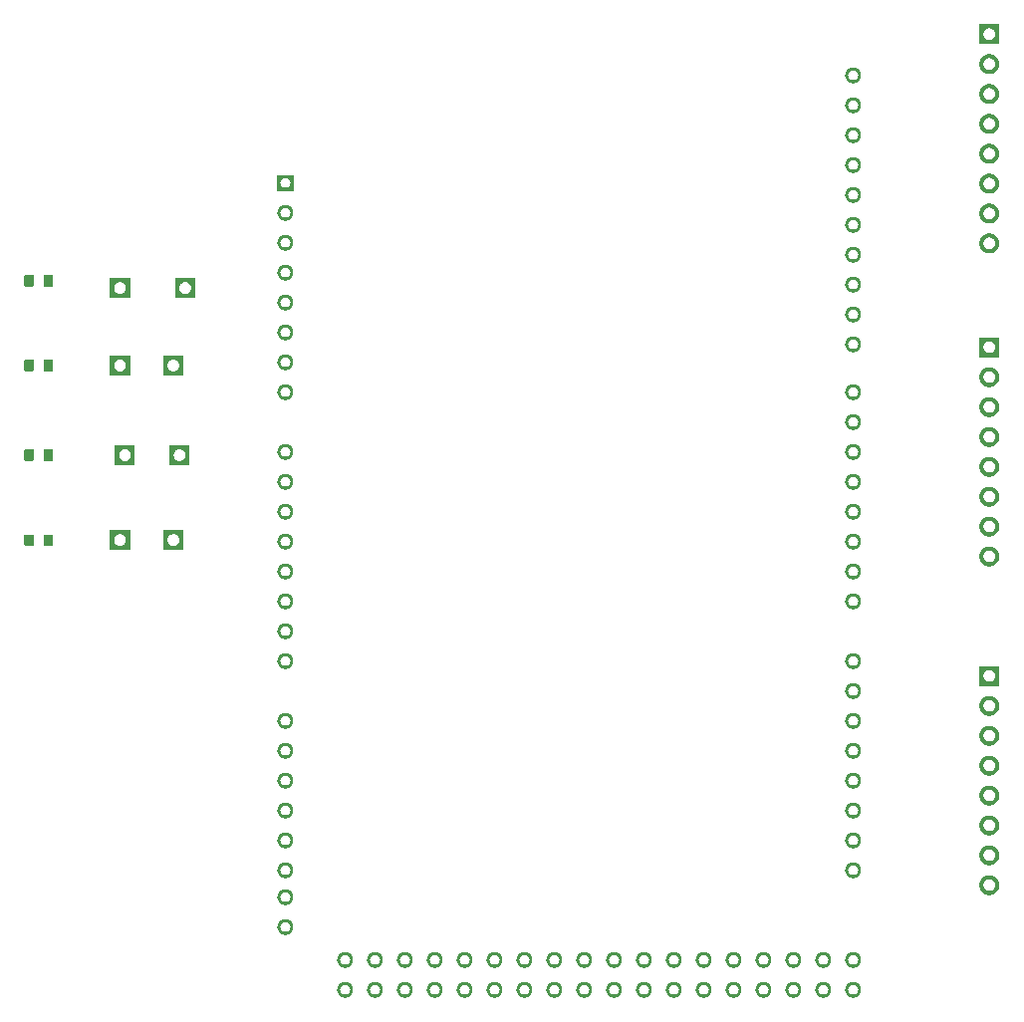
<source format=gbr>
%TF.GenerationSoftware,Flux,Pcbnew,7.0.11-7.0.11~ubuntu20.04.1*%
%TF.CreationDate,2024-04-02T09:14:25+00:00*%
%TF.ProjectId,input,696e7075-742e-46b6-9963-61645f706362,rev?*%
%TF.SameCoordinates,Original*%
%TF.FileFunction,Soldermask,Top*%
%TF.FilePolarity,Negative*%
%FSLAX46Y46*%
G04 Gerber Fmt 4.6, Leading zero omitted, Abs format (unit mm)*
G04 Filename: strong-peach-translation-collar*
G04 Build it with Flux! Visit our site at: https://www.flux.ai (PCBNEW 7.0.11-7.0.11~ubuntu20.04.1) date 2024-04-02 09:14:25*
%MOMM*%
%LPD*%
G01*
G04 APERTURE LIST*
G04 APERTURE END LIST*
%TO.C,*%
G36*
X850000Y-3304800D02*
G01*
X850000Y-5004800D01*
X-850000Y-5004800D01*
X-850000Y-4167071D01*
X-499849Y-4167071D01*
X-498645Y-4191582D01*
X-496240Y-4216005D01*
X-492639Y-4240281D01*
X-487851Y-4264351D01*
X-481888Y-4288156D01*
X-474764Y-4311641D01*
X-466496Y-4334748D01*
X-457105Y-4357421D01*
X-446612Y-4379606D01*
X-435043Y-4401249D01*
X-422427Y-4422299D01*
X-408792Y-4442704D01*
X-394173Y-4462416D01*
X-378604Y-4481386D01*
X-362124Y-4499570D01*
X-344770Y-4516924D01*
X-326586Y-4533404D01*
X-307616Y-4548973D01*
X-287904Y-4563592D01*
X-267499Y-4577227D01*
X-246449Y-4589843D01*
X-224806Y-4601412D01*
X-202621Y-4611905D01*
X-179948Y-4621296D01*
X-156841Y-4629564D01*
X-133356Y-4636688D01*
X-109551Y-4642651D01*
X-85481Y-4647439D01*
X-61205Y-4651040D01*
X-36782Y-4653445D01*
X-12271Y-4654649D01*
X12271Y-4654649D01*
X36782Y-4653445D01*
X61205Y-4651040D01*
X85481Y-4647439D01*
X109551Y-4642651D01*
X133356Y-4636688D01*
X156841Y-4629564D01*
X179948Y-4621296D01*
X202621Y-4611905D01*
X224806Y-4601412D01*
X246449Y-4589843D01*
X267499Y-4577227D01*
X287904Y-4563592D01*
X307616Y-4548973D01*
X326586Y-4533404D01*
X344770Y-4516924D01*
X362124Y-4499570D01*
X378604Y-4481386D01*
X394173Y-4462416D01*
X408792Y-4442704D01*
X422427Y-4422299D01*
X435043Y-4401249D01*
X446612Y-4379606D01*
X457105Y-4357421D01*
X466496Y-4334748D01*
X474764Y-4311641D01*
X481888Y-4288156D01*
X487851Y-4264351D01*
X492639Y-4240281D01*
X496240Y-4216005D01*
X498645Y-4191582D01*
X499849Y-4167071D01*
X499849Y-4142529D01*
X498645Y-4118018D01*
X496240Y-4093595D01*
X492639Y-4069319D01*
X487851Y-4045249D01*
X481888Y-4021444D01*
X474764Y-3997959D01*
X466496Y-3974852D01*
X457105Y-3952179D01*
X446612Y-3929994D01*
X435043Y-3908351D01*
X422427Y-3887301D01*
X408792Y-3866896D01*
X394173Y-3847184D01*
X378604Y-3828214D01*
X362124Y-3810030D01*
X344770Y-3792676D01*
X326586Y-3776196D01*
X307616Y-3760627D01*
X287904Y-3746008D01*
X267499Y-3732373D01*
X246449Y-3719757D01*
X224806Y-3708188D01*
X202621Y-3697695D01*
X179948Y-3688304D01*
X156841Y-3680036D01*
X133356Y-3672912D01*
X109551Y-3666949D01*
X85481Y-3662161D01*
X61205Y-3658560D01*
X36782Y-3656155D01*
X12271Y-3654951D01*
X-12271Y-3654951D01*
X-36782Y-3656155D01*
X-61205Y-3658560D01*
X-85481Y-3662161D01*
X-109551Y-3666949D01*
X-133356Y-3672912D01*
X-156841Y-3680036D01*
X-179948Y-3688304D01*
X-202621Y-3697695D01*
X-224806Y-3708188D01*
X-246449Y-3719757D01*
X-267499Y-3732373D01*
X-287904Y-3746008D01*
X-307616Y-3760627D01*
X-326586Y-3776196D01*
X-344770Y-3792676D01*
X-362124Y-3810030D01*
X-378604Y-3828214D01*
X-394173Y-3847184D01*
X-408792Y-3866896D01*
X-422427Y-3887301D01*
X-435043Y-3908351D01*
X-446612Y-3929994D01*
X-457105Y-3952179D01*
X-466496Y-3974852D01*
X-474764Y-3997959D01*
X-481888Y-4021444D01*
X-487851Y-4045249D01*
X-492639Y-4069319D01*
X-496240Y-4093595D01*
X-498645Y-4118018D01*
X-499849Y-4142529D01*
X-499849Y-4167071D01*
X-850000Y-4167071D01*
X-850000Y-3304800D01*
X850000Y-3304800D01*
G37*
G36*
X4972000Y4315200D02*
G01*
X4972000Y2615200D01*
X3272000Y2615200D01*
X3272000Y3452929D01*
X3622151Y3452929D01*
X3623355Y3428418D01*
X3625760Y3403995D01*
X3629361Y3379719D01*
X3634149Y3355649D01*
X3640112Y3331844D01*
X3647236Y3308359D01*
X3655504Y3285252D01*
X3664895Y3262579D01*
X3675388Y3240394D01*
X3686957Y3218751D01*
X3699573Y3197701D01*
X3713208Y3177296D01*
X3727827Y3157584D01*
X3743396Y3138614D01*
X3759876Y3120430D01*
X3777230Y3103076D01*
X3795414Y3086596D01*
X3814384Y3071027D01*
X3834096Y3056408D01*
X3854501Y3042773D01*
X3875551Y3030157D01*
X3897194Y3018588D01*
X3919379Y3008095D01*
X3942052Y2998704D01*
X3965159Y2990436D01*
X3988644Y2983312D01*
X4012449Y2977349D01*
X4036519Y2972561D01*
X4060795Y2968960D01*
X4085218Y2966555D01*
X4109729Y2965351D01*
X4134271Y2965351D01*
X4158782Y2966555D01*
X4183205Y2968960D01*
X4207481Y2972561D01*
X4231551Y2977349D01*
X4255356Y2983312D01*
X4278841Y2990436D01*
X4301948Y2998704D01*
X4324621Y3008095D01*
X4346806Y3018588D01*
X4368449Y3030157D01*
X4389499Y3042773D01*
X4409904Y3056408D01*
X4429616Y3071027D01*
X4448586Y3086596D01*
X4466770Y3103076D01*
X4484124Y3120430D01*
X4500604Y3138614D01*
X4516173Y3157584D01*
X4530792Y3177296D01*
X4544427Y3197701D01*
X4557043Y3218751D01*
X4568612Y3240394D01*
X4579105Y3262579D01*
X4588496Y3285252D01*
X4596764Y3308359D01*
X4603888Y3331844D01*
X4609851Y3355649D01*
X4614639Y3379719D01*
X4618240Y3403995D01*
X4620645Y3428418D01*
X4621849Y3452929D01*
X4621849Y3477471D01*
X4620645Y3501982D01*
X4618240Y3526405D01*
X4614639Y3550681D01*
X4609851Y3574751D01*
X4603888Y3598556D01*
X4596764Y3622041D01*
X4588496Y3645148D01*
X4579105Y3667821D01*
X4568612Y3690006D01*
X4557043Y3711649D01*
X4544427Y3732699D01*
X4530792Y3753104D01*
X4516173Y3772816D01*
X4500604Y3791786D01*
X4484124Y3809970D01*
X4466770Y3827324D01*
X4448586Y3843804D01*
X4429616Y3859373D01*
X4409904Y3873992D01*
X4389499Y3887627D01*
X4368449Y3900243D01*
X4346806Y3911812D01*
X4324621Y3922305D01*
X4301948Y3931696D01*
X4278841Y3939964D01*
X4255356Y3947088D01*
X4231551Y3953051D01*
X4207481Y3957839D01*
X4183205Y3961440D01*
X4158782Y3963845D01*
X4134271Y3965049D01*
X4109729Y3965049D01*
X4085218Y3963845D01*
X4060795Y3961440D01*
X4036519Y3957839D01*
X4012449Y3953051D01*
X3988644Y3947088D01*
X3965159Y3939964D01*
X3942052Y3931696D01*
X3919379Y3922305D01*
X3897194Y3911812D01*
X3875551Y3900243D01*
X3854501Y3887627D01*
X3834096Y3873992D01*
X3814384Y3859373D01*
X3795414Y3843804D01*
X3777230Y3827324D01*
X3759876Y3809970D01*
X3743396Y3791786D01*
X3727827Y3772816D01*
X3713208Y3753104D01*
X3699573Y3732699D01*
X3686957Y3711649D01*
X3675388Y3690006D01*
X3664895Y3667821D01*
X3655504Y3645148D01*
X3647236Y3622041D01*
X3640112Y3598556D01*
X3634149Y3574751D01*
X3629361Y3550681D01*
X3625760Y3526405D01*
X3623355Y3501982D01*
X3622151Y3477471D01*
X3622151Y3452929D01*
X3272000Y3452929D01*
X3272000Y4315200D01*
X4972000Y4315200D01*
G37*
G36*
X-6162343Y-3679952D02*
G01*
X-6157707Y-3680409D01*
X-6153110Y-3681168D01*
X-6148572Y-3682226D01*
X-6144114Y-3683579D01*
X-6139753Y-3685220D01*
X-6135509Y-3687143D01*
X-6131400Y-3689339D01*
X-6127443Y-3691799D01*
X-6123656Y-3694513D01*
X-6120055Y-3697469D01*
X-6116654Y-3700654D01*
X-6113469Y-3704055D01*
X-6110513Y-3707656D01*
X-6107799Y-3711443D01*
X-6105339Y-3715400D01*
X-6103143Y-3719509D01*
X-6101220Y-3723753D01*
X-6099579Y-3728114D01*
X-6098226Y-3732572D01*
X-6097168Y-3737110D01*
X-6096409Y-3741707D01*
X-6095952Y-3746343D01*
X-6095800Y-3751000D01*
X-6095800Y-4558600D01*
X-6095952Y-4563257D01*
X-6096409Y-4567893D01*
X-6097168Y-4572490D01*
X-6098226Y-4577028D01*
X-6099579Y-4581486D01*
X-6101220Y-4585847D01*
X-6103143Y-4590091D01*
X-6105339Y-4594200D01*
X-6107799Y-4598157D01*
X-6110513Y-4601944D01*
X-6113469Y-4605545D01*
X-6116654Y-4608946D01*
X-6120055Y-4612131D01*
X-6123656Y-4615087D01*
X-6127443Y-4617801D01*
X-6131400Y-4620261D01*
X-6135509Y-4622457D01*
X-6139753Y-4624380D01*
X-6144114Y-4626021D01*
X-6148572Y-4627374D01*
X-6153110Y-4628432D01*
X-6157707Y-4629191D01*
X-6162343Y-4629648D01*
X-6167000Y-4629800D01*
X-6824600Y-4629800D01*
X-6829257Y-4629648D01*
X-6833893Y-4629191D01*
X-6838490Y-4628432D01*
X-6843028Y-4627374D01*
X-6847486Y-4626021D01*
X-6851847Y-4624380D01*
X-6856091Y-4622457D01*
X-6860200Y-4620261D01*
X-6864157Y-4617801D01*
X-6867944Y-4615087D01*
X-6871545Y-4612131D01*
X-6874946Y-4608946D01*
X-6878131Y-4605545D01*
X-6881087Y-4601944D01*
X-6883801Y-4598157D01*
X-6886261Y-4594200D01*
X-6888457Y-4590091D01*
X-6890380Y-4585847D01*
X-6892021Y-4581486D01*
X-6893374Y-4577028D01*
X-6894432Y-4572490D01*
X-6895191Y-4567893D01*
X-6895648Y-4563257D01*
X-6895800Y-4558600D01*
X-6895800Y-3751000D01*
X-6895648Y-3746343D01*
X-6895191Y-3741707D01*
X-6894432Y-3737110D01*
X-6893374Y-3732572D01*
X-6892021Y-3728114D01*
X-6890380Y-3723753D01*
X-6888457Y-3719509D01*
X-6886261Y-3715400D01*
X-6883801Y-3711443D01*
X-6881087Y-3707656D01*
X-6878131Y-3704055D01*
X-6874946Y-3700654D01*
X-6871545Y-3697469D01*
X-6867944Y-3694513D01*
X-6864157Y-3691799D01*
X-6860200Y-3689339D01*
X-6856091Y-3687143D01*
X-6851847Y-3685220D01*
X-6847486Y-3683579D01*
X-6843028Y-3682226D01*
X-6838490Y-3681168D01*
X-6833893Y-3680409D01*
X-6829257Y-3679952D01*
X-6824600Y-3679800D01*
X-6167000Y-3679800D01*
X-6162343Y-3679952D01*
G37*
G36*
X-7812343Y-3679952D02*
G01*
X-7807707Y-3680409D01*
X-7803110Y-3681168D01*
X-7798572Y-3682226D01*
X-7794114Y-3683579D01*
X-7789753Y-3685220D01*
X-7785509Y-3687143D01*
X-7781400Y-3689339D01*
X-7777443Y-3691799D01*
X-7773656Y-3694513D01*
X-7770055Y-3697469D01*
X-7766654Y-3700654D01*
X-7763469Y-3704055D01*
X-7760513Y-3707656D01*
X-7757799Y-3711443D01*
X-7755339Y-3715400D01*
X-7753143Y-3719509D01*
X-7751220Y-3723753D01*
X-7749579Y-3728114D01*
X-7748226Y-3732572D01*
X-7747168Y-3737110D01*
X-7746409Y-3741707D01*
X-7745952Y-3746343D01*
X-7745800Y-3751000D01*
X-7745800Y-4558600D01*
X-7745952Y-4563257D01*
X-7746409Y-4567893D01*
X-7747168Y-4572490D01*
X-7748226Y-4577028D01*
X-7749579Y-4581486D01*
X-7751220Y-4585847D01*
X-7753143Y-4590091D01*
X-7755339Y-4594200D01*
X-7757799Y-4598157D01*
X-7760513Y-4601944D01*
X-7763469Y-4605545D01*
X-7766654Y-4608946D01*
X-7770055Y-4612131D01*
X-7773656Y-4615087D01*
X-7777443Y-4617801D01*
X-7781400Y-4620261D01*
X-7785509Y-4622457D01*
X-7789753Y-4624380D01*
X-7794114Y-4626021D01*
X-7798572Y-4627374D01*
X-7803110Y-4628432D01*
X-7807707Y-4629191D01*
X-7812343Y-4629648D01*
X-7817000Y-4629800D01*
X-8474600Y-4629800D01*
X-8479257Y-4629648D01*
X-8483893Y-4629191D01*
X-8488490Y-4628432D01*
X-8493028Y-4627374D01*
X-8497486Y-4626021D01*
X-8501847Y-4624380D01*
X-8506091Y-4622457D01*
X-8510200Y-4620261D01*
X-8514157Y-4617801D01*
X-8517944Y-4615087D01*
X-8521545Y-4612131D01*
X-8524946Y-4608946D01*
X-8528131Y-4605545D01*
X-8531087Y-4601944D01*
X-8533801Y-4598157D01*
X-8536261Y-4594200D01*
X-8538457Y-4590091D01*
X-8540380Y-4585847D01*
X-8542021Y-4581486D01*
X-8543374Y-4577028D01*
X-8544432Y-4572490D01*
X-8545191Y-4567893D01*
X-8545648Y-4563257D01*
X-8545800Y-4558600D01*
X-8545800Y-3751000D01*
X-8545648Y-3746343D01*
X-8545191Y-3741707D01*
X-8544432Y-3737110D01*
X-8543374Y-3732572D01*
X-8542021Y-3728114D01*
X-8540380Y-3723753D01*
X-8538457Y-3719509D01*
X-8536261Y-3715400D01*
X-8533801Y-3711443D01*
X-8531087Y-3707656D01*
X-8528131Y-3704055D01*
X-8524946Y-3700654D01*
X-8521545Y-3697469D01*
X-8517944Y-3694513D01*
X-8514157Y-3691799D01*
X-8510200Y-3689339D01*
X-8506091Y-3687143D01*
X-8501847Y-3685220D01*
X-8497486Y-3683579D01*
X-8493028Y-3682226D01*
X-8488490Y-3681168D01*
X-8483893Y-3680409D01*
X-8479257Y-3679952D01*
X-8474600Y-3679800D01*
X-7817000Y-3679800D01*
X-7812343Y-3679952D01*
G37*
G36*
X5976800Y10900700D02*
G01*
X5976800Y9200700D01*
X4276800Y9200700D01*
X4276800Y10038429D01*
X4626951Y10038429D01*
X4628155Y10013918D01*
X4630560Y9989495D01*
X4634161Y9965219D01*
X4638949Y9941149D01*
X4644912Y9917344D01*
X4652036Y9893859D01*
X4660304Y9870752D01*
X4669695Y9848079D01*
X4680188Y9825894D01*
X4691757Y9804251D01*
X4704373Y9783201D01*
X4718008Y9762796D01*
X4732627Y9743084D01*
X4748196Y9724114D01*
X4764676Y9705930D01*
X4782030Y9688576D01*
X4800214Y9672096D01*
X4819184Y9656527D01*
X4838896Y9641908D01*
X4859301Y9628273D01*
X4880351Y9615657D01*
X4901994Y9604088D01*
X4924179Y9593595D01*
X4946852Y9584204D01*
X4969959Y9575936D01*
X4993444Y9568812D01*
X5017249Y9562849D01*
X5041319Y9558061D01*
X5065595Y9554460D01*
X5090018Y9552055D01*
X5114529Y9550851D01*
X5139071Y9550851D01*
X5163582Y9552055D01*
X5188005Y9554460D01*
X5212281Y9558061D01*
X5236351Y9562849D01*
X5260156Y9568812D01*
X5283641Y9575936D01*
X5306748Y9584204D01*
X5329421Y9593595D01*
X5351606Y9604088D01*
X5373249Y9615657D01*
X5394299Y9628273D01*
X5414704Y9641908D01*
X5434416Y9656527D01*
X5453386Y9672096D01*
X5471570Y9688576D01*
X5488924Y9705930D01*
X5505404Y9724114D01*
X5520973Y9743084D01*
X5535592Y9762796D01*
X5549227Y9783201D01*
X5561843Y9804251D01*
X5573412Y9825894D01*
X5583905Y9848079D01*
X5593296Y9870752D01*
X5601564Y9893859D01*
X5608688Y9917344D01*
X5614651Y9941149D01*
X5619439Y9965219D01*
X5623040Y9989495D01*
X5625445Y10013918D01*
X5626649Y10038429D01*
X5626649Y10062971D01*
X5625445Y10087482D01*
X5623040Y10111905D01*
X5619439Y10136181D01*
X5614651Y10160251D01*
X5608688Y10184056D01*
X5601564Y10207541D01*
X5593296Y10230648D01*
X5583905Y10253321D01*
X5573412Y10275506D01*
X5561843Y10297149D01*
X5549227Y10318199D01*
X5535592Y10338604D01*
X5520973Y10358316D01*
X5505404Y10377286D01*
X5488924Y10395470D01*
X5471570Y10412824D01*
X5453386Y10429304D01*
X5434416Y10444873D01*
X5414704Y10459492D01*
X5394299Y10473127D01*
X5373249Y10485743D01*
X5351606Y10497312D01*
X5329421Y10507805D01*
X5306748Y10517196D01*
X5283641Y10525464D01*
X5260156Y10532588D01*
X5236351Y10538551D01*
X5212281Y10543339D01*
X5188005Y10546940D01*
X5163582Y10549345D01*
X5139071Y10550549D01*
X5114529Y10550549D01*
X5090018Y10549345D01*
X5065595Y10546940D01*
X5041319Y10543339D01*
X5017249Y10538551D01*
X4993444Y10532588D01*
X4969959Y10525464D01*
X4946852Y10517196D01*
X4924179Y10507805D01*
X4901994Y10497312D01*
X4880351Y10485743D01*
X4859301Y10473127D01*
X4838896Y10459492D01*
X4819184Y10444873D01*
X4800214Y10429304D01*
X4782030Y10412824D01*
X4764676Y10395470D01*
X4748196Y10377286D01*
X4732627Y10358316D01*
X4718008Y10338604D01*
X4704373Y10318199D01*
X4691757Y10297149D01*
X4680188Y10275506D01*
X4669695Y10253321D01*
X4660304Y10230648D01*
X4652036Y10207541D01*
X4644912Y10184056D01*
X4638949Y10160251D01*
X4634161Y10136181D01*
X4630560Y10111905D01*
X4628155Y10087482D01*
X4626951Y10062971D01*
X4626951Y10038429D01*
X4276800Y10038429D01*
X4276800Y10900700D01*
X5976800Y10900700D01*
G37*
G36*
X-6162343Y-10889852D02*
G01*
X-6157707Y-10890309D01*
X-6153110Y-10891068D01*
X-6148572Y-10892126D01*
X-6144114Y-10893479D01*
X-6139753Y-10895120D01*
X-6135509Y-10897043D01*
X-6131400Y-10899239D01*
X-6127443Y-10901699D01*
X-6123656Y-10904413D01*
X-6120055Y-10907369D01*
X-6116654Y-10910554D01*
X-6113469Y-10913955D01*
X-6110513Y-10917556D01*
X-6107799Y-10921343D01*
X-6105339Y-10925300D01*
X-6103143Y-10929409D01*
X-6101220Y-10933653D01*
X-6099579Y-10938014D01*
X-6098226Y-10942472D01*
X-6097168Y-10947010D01*
X-6096409Y-10951607D01*
X-6095952Y-10956243D01*
X-6095800Y-10960900D01*
X-6095800Y-11768500D01*
X-6095952Y-11773157D01*
X-6096409Y-11777793D01*
X-6097168Y-11782390D01*
X-6098226Y-11786928D01*
X-6099579Y-11791386D01*
X-6101220Y-11795747D01*
X-6103143Y-11799991D01*
X-6105339Y-11804100D01*
X-6107799Y-11808057D01*
X-6110513Y-11811844D01*
X-6113469Y-11815445D01*
X-6116654Y-11818846D01*
X-6120055Y-11822031D01*
X-6123656Y-11824987D01*
X-6127443Y-11827701D01*
X-6131400Y-11830161D01*
X-6135509Y-11832357D01*
X-6139753Y-11834280D01*
X-6144114Y-11835921D01*
X-6148572Y-11837274D01*
X-6153110Y-11838332D01*
X-6157707Y-11839091D01*
X-6162343Y-11839548D01*
X-6167000Y-11839700D01*
X-6824600Y-11839700D01*
X-6829257Y-11839548D01*
X-6833893Y-11839091D01*
X-6838490Y-11838332D01*
X-6843028Y-11837274D01*
X-6847486Y-11835921D01*
X-6851847Y-11834280D01*
X-6856091Y-11832357D01*
X-6860200Y-11830161D01*
X-6864157Y-11827701D01*
X-6867944Y-11824987D01*
X-6871545Y-11822031D01*
X-6874946Y-11818846D01*
X-6878131Y-11815445D01*
X-6881087Y-11811844D01*
X-6883801Y-11808057D01*
X-6886261Y-11804100D01*
X-6888457Y-11799991D01*
X-6890380Y-11795747D01*
X-6892021Y-11791386D01*
X-6893374Y-11786928D01*
X-6894432Y-11782390D01*
X-6895191Y-11777793D01*
X-6895648Y-11773157D01*
X-6895800Y-11768500D01*
X-6895800Y-10960900D01*
X-6895648Y-10956243D01*
X-6895191Y-10951607D01*
X-6894432Y-10947010D01*
X-6893374Y-10942472D01*
X-6892021Y-10938014D01*
X-6890380Y-10933653D01*
X-6888457Y-10929409D01*
X-6886261Y-10925300D01*
X-6883801Y-10921343D01*
X-6881087Y-10917556D01*
X-6878131Y-10913955D01*
X-6874946Y-10910554D01*
X-6871545Y-10907369D01*
X-6867944Y-10904413D01*
X-6864157Y-10901699D01*
X-6860200Y-10899239D01*
X-6856091Y-10897043D01*
X-6851847Y-10895120D01*
X-6847486Y-10893479D01*
X-6843028Y-10892126D01*
X-6838490Y-10891068D01*
X-6833893Y-10890309D01*
X-6829257Y-10889852D01*
X-6824600Y-10889700D01*
X-6167000Y-10889700D01*
X-6162343Y-10889852D01*
G37*
G36*
X-7812343Y-10889852D02*
G01*
X-7807707Y-10890309D01*
X-7803110Y-10891068D01*
X-7798572Y-10892126D01*
X-7794114Y-10893479D01*
X-7789753Y-10895120D01*
X-7785509Y-10897043D01*
X-7781400Y-10899239D01*
X-7777443Y-10901699D01*
X-7773656Y-10904413D01*
X-7770055Y-10907369D01*
X-7766654Y-10910554D01*
X-7763469Y-10913955D01*
X-7760513Y-10917556D01*
X-7757799Y-10921343D01*
X-7755339Y-10925300D01*
X-7753143Y-10929409D01*
X-7751220Y-10933653D01*
X-7749579Y-10938014D01*
X-7748226Y-10942472D01*
X-7747168Y-10947010D01*
X-7746409Y-10951607D01*
X-7745952Y-10956243D01*
X-7745800Y-10960900D01*
X-7745800Y-11768500D01*
X-7745952Y-11773157D01*
X-7746409Y-11777793D01*
X-7747168Y-11782390D01*
X-7748226Y-11786928D01*
X-7749579Y-11791386D01*
X-7751220Y-11795747D01*
X-7753143Y-11799991D01*
X-7755339Y-11804100D01*
X-7757799Y-11808057D01*
X-7760513Y-11811844D01*
X-7763469Y-11815445D01*
X-7766654Y-11818846D01*
X-7770055Y-11822031D01*
X-7773656Y-11824987D01*
X-7777443Y-11827701D01*
X-7781400Y-11830161D01*
X-7785509Y-11832357D01*
X-7789753Y-11834280D01*
X-7794114Y-11835921D01*
X-7798572Y-11837274D01*
X-7803110Y-11838332D01*
X-7807707Y-11839091D01*
X-7812343Y-11839548D01*
X-7817000Y-11839700D01*
X-8474600Y-11839700D01*
X-8479257Y-11839548D01*
X-8483893Y-11839091D01*
X-8488490Y-11838332D01*
X-8493028Y-11837274D01*
X-8497486Y-11835921D01*
X-8501847Y-11834280D01*
X-8506091Y-11832357D01*
X-8510200Y-11830161D01*
X-8514157Y-11827701D01*
X-8517944Y-11824987D01*
X-8521545Y-11822031D01*
X-8524946Y-11818846D01*
X-8528131Y-11815445D01*
X-8531087Y-11811844D01*
X-8533801Y-11808057D01*
X-8536261Y-11804100D01*
X-8538457Y-11799991D01*
X-8540380Y-11795747D01*
X-8542021Y-11791386D01*
X-8543374Y-11786928D01*
X-8544432Y-11782390D01*
X-8545191Y-11777793D01*
X-8545648Y-11773157D01*
X-8545800Y-11768500D01*
X-8545800Y-10960900D01*
X-8545648Y-10956243D01*
X-8545191Y-10951607D01*
X-8544432Y-10947010D01*
X-8543374Y-10942472D01*
X-8542021Y-10938014D01*
X-8540380Y-10933653D01*
X-8538457Y-10929409D01*
X-8536261Y-10925300D01*
X-8533801Y-10921343D01*
X-8531087Y-10917556D01*
X-8528131Y-10913955D01*
X-8524946Y-10910554D01*
X-8521545Y-10907369D01*
X-8517944Y-10904413D01*
X-8514157Y-10901699D01*
X-8510200Y-10899239D01*
X-8506091Y-10897043D01*
X-8501847Y-10895120D01*
X-8497486Y-10893479D01*
X-8493028Y-10892126D01*
X-8488490Y-10891068D01*
X-8483893Y-10890309D01*
X-8479257Y-10889852D01*
X-8474600Y-10889700D01*
X-7817000Y-10889700D01*
X-7812343Y-10889852D01*
G37*
G36*
X61947250Y-20968140D02*
G01*
X61980417Y-20971406D01*
X62013383Y-20976296D01*
X62046070Y-20982798D01*
X62078398Y-20990896D01*
X62110290Y-21000570D01*
X62141669Y-21011798D01*
X62172459Y-21024552D01*
X62202586Y-21038801D01*
X62231978Y-21054511D01*
X62260563Y-21071644D01*
X62288274Y-21090160D01*
X62315042Y-21110013D01*
X62340804Y-21131155D01*
X62365498Y-21153536D01*
X62389064Y-21177102D01*
X62411445Y-21201796D01*
X62432587Y-21227558D01*
X62452440Y-21254326D01*
X62470956Y-21282037D01*
X62488089Y-21310622D01*
X62503799Y-21340014D01*
X62518048Y-21370141D01*
X62530802Y-21400931D01*
X62542030Y-21432310D01*
X62551704Y-21464202D01*
X62559802Y-21496530D01*
X62566304Y-21529217D01*
X62571194Y-21562183D01*
X62574460Y-21595350D01*
X62576095Y-21628637D01*
X62576095Y-21661963D01*
X62574460Y-21695250D01*
X62571194Y-21728417D01*
X62566304Y-21761383D01*
X62559802Y-21794070D01*
X62551704Y-21826398D01*
X62542030Y-21858290D01*
X62530802Y-21889669D01*
X62518048Y-21920459D01*
X62503799Y-21950586D01*
X62488089Y-21979978D01*
X62470956Y-22008563D01*
X62452440Y-22036274D01*
X62432587Y-22063042D01*
X62411445Y-22088804D01*
X62389064Y-22113498D01*
X62365498Y-22137064D01*
X62340804Y-22159445D01*
X62315042Y-22180587D01*
X62288274Y-22200440D01*
X62260563Y-22218956D01*
X62231978Y-22236089D01*
X62202586Y-22251799D01*
X62172459Y-22266048D01*
X62141669Y-22278802D01*
X62110290Y-22290030D01*
X62078398Y-22299704D01*
X62046070Y-22307802D01*
X62013383Y-22314304D01*
X61980417Y-22319194D01*
X61947250Y-22322460D01*
X61913963Y-22324095D01*
X61880637Y-22324095D01*
X61847350Y-22322460D01*
X61814183Y-22319194D01*
X61781217Y-22314304D01*
X61748530Y-22307802D01*
X61716202Y-22299704D01*
X61684310Y-22290030D01*
X61652931Y-22278802D01*
X61622141Y-22266048D01*
X61592014Y-22251799D01*
X61562622Y-22236089D01*
X61534037Y-22218956D01*
X61506326Y-22200440D01*
X61479558Y-22180587D01*
X61453796Y-22159445D01*
X61429102Y-22137064D01*
X61405536Y-22113498D01*
X61383155Y-22088804D01*
X61362013Y-22063042D01*
X61342160Y-22036274D01*
X61323644Y-22008563D01*
X61306511Y-21979978D01*
X61290801Y-21950586D01*
X61276552Y-21920459D01*
X61263798Y-21889669D01*
X61252570Y-21858290D01*
X61242896Y-21826398D01*
X61234798Y-21794070D01*
X61228296Y-21761383D01*
X61223406Y-21728417D01*
X61220140Y-21695250D01*
X61218505Y-21661963D01*
X61218505Y-21655730D01*
X61472428Y-21655730D01*
X61473452Y-21676565D01*
X61475496Y-21697325D01*
X61478557Y-21717959D01*
X61482627Y-21738418D01*
X61487695Y-21758653D01*
X61493751Y-21778615D01*
X61500778Y-21798255D01*
X61508761Y-21817528D01*
X61517680Y-21836385D01*
X61527513Y-21854782D01*
X61538237Y-21872674D01*
X61549826Y-21890018D01*
X61562253Y-21906773D01*
X61575486Y-21922898D01*
X61589495Y-21938355D01*
X61604245Y-21953105D01*
X61619702Y-21967114D01*
X61635827Y-21980347D01*
X61652582Y-21992774D01*
X61669926Y-22004363D01*
X61687818Y-22015087D01*
X61706215Y-22024920D01*
X61725072Y-22033839D01*
X61744345Y-22041822D01*
X61763985Y-22048849D01*
X61783947Y-22054905D01*
X61804182Y-22059973D01*
X61824641Y-22064043D01*
X61845275Y-22067104D01*
X61866035Y-22069148D01*
X61886870Y-22070172D01*
X61907730Y-22070172D01*
X61928565Y-22069148D01*
X61949325Y-22067104D01*
X61969959Y-22064043D01*
X61990418Y-22059973D01*
X62010653Y-22054905D01*
X62030615Y-22048849D01*
X62050255Y-22041822D01*
X62069528Y-22033839D01*
X62088385Y-22024920D01*
X62106782Y-22015087D01*
X62124674Y-22004363D01*
X62142018Y-21992774D01*
X62158773Y-21980347D01*
X62174898Y-21967114D01*
X62190355Y-21953105D01*
X62205105Y-21938355D01*
X62219114Y-21922898D01*
X62232347Y-21906773D01*
X62244774Y-21890018D01*
X62256363Y-21872674D01*
X62267087Y-21854782D01*
X62276920Y-21836385D01*
X62285839Y-21817528D01*
X62293822Y-21798255D01*
X62300849Y-21778615D01*
X62306905Y-21758653D01*
X62311973Y-21738418D01*
X62316043Y-21717959D01*
X62319104Y-21697325D01*
X62321148Y-21676565D01*
X62322172Y-21655730D01*
X62322172Y-21634870D01*
X62321148Y-21614035D01*
X62319104Y-21593275D01*
X62316043Y-21572641D01*
X62311973Y-21552182D01*
X62306905Y-21531947D01*
X62300849Y-21511985D01*
X62293822Y-21492345D01*
X62285839Y-21473072D01*
X62276920Y-21454215D01*
X62267087Y-21435818D01*
X62256363Y-21417926D01*
X62244774Y-21400582D01*
X62232347Y-21383827D01*
X62219114Y-21367702D01*
X62205105Y-21352245D01*
X62190355Y-21337495D01*
X62174898Y-21323486D01*
X62158773Y-21310253D01*
X62142018Y-21297826D01*
X62124674Y-21286237D01*
X62106782Y-21275513D01*
X62088385Y-21265680D01*
X62069528Y-21256761D01*
X62050255Y-21248778D01*
X62030615Y-21241751D01*
X62010653Y-21235695D01*
X61990418Y-21230627D01*
X61969959Y-21226557D01*
X61949325Y-21223496D01*
X61928565Y-21221452D01*
X61907730Y-21220428D01*
X61886870Y-21220428D01*
X61866035Y-21221452D01*
X61845275Y-21223496D01*
X61824641Y-21226557D01*
X61804182Y-21230627D01*
X61783947Y-21235695D01*
X61763985Y-21241751D01*
X61744345Y-21248778D01*
X61725072Y-21256761D01*
X61706215Y-21265680D01*
X61687818Y-21275513D01*
X61669926Y-21286237D01*
X61652582Y-21297826D01*
X61635827Y-21310253D01*
X61619702Y-21323486D01*
X61604245Y-21337495D01*
X61589495Y-21352245D01*
X61575486Y-21367702D01*
X61562253Y-21383827D01*
X61549826Y-21400582D01*
X61538237Y-21417926D01*
X61527513Y-21435818D01*
X61517680Y-21454215D01*
X61508761Y-21473072D01*
X61500778Y-21492345D01*
X61493751Y-21511985D01*
X61487695Y-21531947D01*
X61482627Y-21552182D01*
X61478557Y-21572641D01*
X61475496Y-21593275D01*
X61473452Y-21614035D01*
X61472428Y-21634870D01*
X61472428Y-21655730D01*
X61218505Y-21655730D01*
X61218505Y-21628637D01*
X61220140Y-21595350D01*
X61223406Y-21562183D01*
X61228296Y-21529217D01*
X61234798Y-21496530D01*
X61242896Y-21464202D01*
X61252570Y-21432310D01*
X61263798Y-21400931D01*
X61276552Y-21370141D01*
X61290801Y-21340014D01*
X61306511Y-21310622D01*
X61323644Y-21282037D01*
X61342160Y-21254326D01*
X61362013Y-21227558D01*
X61383155Y-21201796D01*
X61405536Y-21177102D01*
X61429102Y-21153536D01*
X61453796Y-21131155D01*
X61479558Y-21110013D01*
X61506326Y-21090160D01*
X61534037Y-21071644D01*
X61562622Y-21054511D01*
X61592014Y-21038801D01*
X61622141Y-21024552D01*
X61652931Y-21011798D01*
X61684310Y-21000570D01*
X61716202Y-20990896D01*
X61748530Y-20982798D01*
X61781217Y-20976296D01*
X61814183Y-20971406D01*
X61847350Y-20968140D01*
X61880637Y-20966505D01*
X61913963Y-20966505D01*
X61947250Y-20968140D01*
G37*
G36*
X61947250Y-15888140D02*
G01*
X61980417Y-15891406D01*
X62013383Y-15896296D01*
X62046070Y-15902798D01*
X62078398Y-15910896D01*
X62110290Y-15920570D01*
X62141669Y-15931798D01*
X62172459Y-15944552D01*
X62202586Y-15958801D01*
X62231978Y-15974511D01*
X62260563Y-15991644D01*
X62288274Y-16010160D01*
X62315042Y-16030013D01*
X62340804Y-16051155D01*
X62365498Y-16073536D01*
X62389064Y-16097102D01*
X62411445Y-16121796D01*
X62432587Y-16147558D01*
X62452440Y-16174326D01*
X62470956Y-16202037D01*
X62488089Y-16230622D01*
X62503799Y-16260014D01*
X62518048Y-16290141D01*
X62530802Y-16320931D01*
X62542030Y-16352310D01*
X62551704Y-16384202D01*
X62559802Y-16416530D01*
X62566304Y-16449217D01*
X62571194Y-16482183D01*
X62574460Y-16515350D01*
X62576095Y-16548637D01*
X62576095Y-16581963D01*
X62574460Y-16615250D01*
X62571194Y-16648417D01*
X62566304Y-16681383D01*
X62559802Y-16714070D01*
X62551704Y-16746398D01*
X62542030Y-16778290D01*
X62530802Y-16809669D01*
X62518048Y-16840459D01*
X62503799Y-16870586D01*
X62488089Y-16899978D01*
X62470956Y-16928563D01*
X62452440Y-16956274D01*
X62432587Y-16983042D01*
X62411445Y-17008804D01*
X62389064Y-17033498D01*
X62365498Y-17057064D01*
X62340804Y-17079445D01*
X62315042Y-17100587D01*
X62288274Y-17120440D01*
X62260563Y-17138956D01*
X62231978Y-17156089D01*
X62202586Y-17171799D01*
X62172459Y-17186048D01*
X62141669Y-17198802D01*
X62110290Y-17210030D01*
X62078398Y-17219704D01*
X62046070Y-17227802D01*
X62013383Y-17234304D01*
X61980417Y-17239194D01*
X61947250Y-17242460D01*
X61913963Y-17244095D01*
X61880637Y-17244095D01*
X61847350Y-17242460D01*
X61814183Y-17239194D01*
X61781217Y-17234304D01*
X61748530Y-17227802D01*
X61716202Y-17219704D01*
X61684310Y-17210030D01*
X61652931Y-17198802D01*
X61622141Y-17186048D01*
X61592014Y-17171799D01*
X61562622Y-17156089D01*
X61534037Y-17138956D01*
X61506326Y-17120440D01*
X61479558Y-17100587D01*
X61453796Y-17079445D01*
X61429102Y-17057064D01*
X61405536Y-17033498D01*
X61383155Y-17008804D01*
X61362013Y-16983042D01*
X61342160Y-16956274D01*
X61323644Y-16928563D01*
X61306511Y-16899978D01*
X61290801Y-16870586D01*
X61276552Y-16840459D01*
X61263798Y-16809669D01*
X61252570Y-16778290D01*
X61242896Y-16746398D01*
X61234798Y-16714070D01*
X61228296Y-16681383D01*
X61223406Y-16648417D01*
X61220140Y-16615250D01*
X61218505Y-16581963D01*
X61218505Y-16575730D01*
X61472428Y-16575730D01*
X61473452Y-16596565D01*
X61475496Y-16617325D01*
X61478557Y-16637959D01*
X61482627Y-16658418D01*
X61487695Y-16678653D01*
X61493751Y-16698615D01*
X61500778Y-16718255D01*
X61508761Y-16737528D01*
X61517680Y-16756385D01*
X61527513Y-16774782D01*
X61538237Y-16792674D01*
X61549826Y-16810018D01*
X61562253Y-16826773D01*
X61575486Y-16842898D01*
X61589495Y-16858355D01*
X61604245Y-16873105D01*
X61619702Y-16887114D01*
X61635827Y-16900347D01*
X61652582Y-16912774D01*
X61669926Y-16924363D01*
X61687818Y-16935087D01*
X61706215Y-16944920D01*
X61725072Y-16953839D01*
X61744345Y-16961822D01*
X61763985Y-16968849D01*
X61783947Y-16974905D01*
X61804182Y-16979973D01*
X61824641Y-16984043D01*
X61845275Y-16987104D01*
X61866035Y-16989148D01*
X61886870Y-16990172D01*
X61907730Y-16990172D01*
X61928565Y-16989148D01*
X61949325Y-16987104D01*
X61969959Y-16984043D01*
X61990418Y-16979973D01*
X62010653Y-16974905D01*
X62030615Y-16968849D01*
X62050255Y-16961822D01*
X62069528Y-16953839D01*
X62088385Y-16944920D01*
X62106782Y-16935087D01*
X62124674Y-16924363D01*
X62142018Y-16912774D01*
X62158773Y-16900347D01*
X62174898Y-16887114D01*
X62190355Y-16873105D01*
X62205105Y-16858355D01*
X62219114Y-16842898D01*
X62232347Y-16826773D01*
X62244774Y-16810018D01*
X62256363Y-16792674D01*
X62267087Y-16774782D01*
X62276920Y-16756385D01*
X62285839Y-16737528D01*
X62293822Y-16718255D01*
X62300849Y-16698615D01*
X62306905Y-16678653D01*
X62311973Y-16658418D01*
X62316043Y-16637959D01*
X62319104Y-16617325D01*
X62321148Y-16596565D01*
X62322172Y-16575730D01*
X62322172Y-16554870D01*
X62321148Y-16534035D01*
X62319104Y-16513275D01*
X62316043Y-16492641D01*
X62311973Y-16472182D01*
X62306905Y-16451947D01*
X62300849Y-16431985D01*
X62293822Y-16412345D01*
X62285839Y-16393072D01*
X62276920Y-16374215D01*
X62267087Y-16355818D01*
X62256363Y-16337926D01*
X62244774Y-16320582D01*
X62232347Y-16303827D01*
X62219114Y-16287702D01*
X62205105Y-16272245D01*
X62190355Y-16257495D01*
X62174898Y-16243486D01*
X62158773Y-16230253D01*
X62142018Y-16217826D01*
X62124674Y-16206237D01*
X62106782Y-16195513D01*
X62088385Y-16185680D01*
X62069528Y-16176761D01*
X62050255Y-16168778D01*
X62030615Y-16161751D01*
X62010653Y-16155695D01*
X61990418Y-16150627D01*
X61969959Y-16146557D01*
X61949325Y-16143496D01*
X61928565Y-16141452D01*
X61907730Y-16140428D01*
X61886870Y-16140428D01*
X61866035Y-16141452D01*
X61845275Y-16143496D01*
X61824641Y-16146557D01*
X61804182Y-16150627D01*
X61783947Y-16155695D01*
X61763985Y-16161751D01*
X61744345Y-16168778D01*
X61725072Y-16176761D01*
X61706215Y-16185680D01*
X61687818Y-16195513D01*
X61669926Y-16206237D01*
X61652582Y-16217826D01*
X61635827Y-16230253D01*
X61619702Y-16243486D01*
X61604245Y-16257495D01*
X61589495Y-16272245D01*
X61575486Y-16287702D01*
X61562253Y-16303827D01*
X61549826Y-16320582D01*
X61538237Y-16337926D01*
X61527513Y-16355818D01*
X61517680Y-16374215D01*
X61508761Y-16393072D01*
X61500778Y-16412345D01*
X61493751Y-16431985D01*
X61487695Y-16451947D01*
X61482627Y-16472182D01*
X61478557Y-16492641D01*
X61475496Y-16513275D01*
X61473452Y-16534035D01*
X61472428Y-16554870D01*
X61472428Y-16575730D01*
X61218505Y-16575730D01*
X61218505Y-16548637D01*
X61220140Y-16515350D01*
X61223406Y-16482183D01*
X61228296Y-16449217D01*
X61234798Y-16416530D01*
X61242896Y-16384202D01*
X61252570Y-16352310D01*
X61263798Y-16320931D01*
X61276552Y-16290141D01*
X61290801Y-16260014D01*
X61306511Y-16230622D01*
X61323644Y-16202037D01*
X61342160Y-16174326D01*
X61362013Y-16147558D01*
X61383155Y-16121796D01*
X61405536Y-16097102D01*
X61429102Y-16073536D01*
X61453796Y-16051155D01*
X61479558Y-16030013D01*
X61506326Y-16010160D01*
X61534037Y-15991644D01*
X61562622Y-15974511D01*
X61592014Y-15958801D01*
X61622141Y-15944552D01*
X61652931Y-15931798D01*
X61684310Y-15920570D01*
X61716202Y-15910896D01*
X61748530Y-15902798D01*
X61781217Y-15896296D01*
X61814183Y-15891406D01*
X61847350Y-15888140D01*
X61880637Y-15886505D01*
X61913963Y-15886505D01*
X61947250Y-15888140D01*
G37*
G36*
X59407250Y-46368140D02*
G01*
X59440417Y-46371406D01*
X59473383Y-46376296D01*
X59506070Y-46382798D01*
X59538398Y-46390896D01*
X59570290Y-46400570D01*
X59601669Y-46411798D01*
X59632459Y-46424552D01*
X59662586Y-46438801D01*
X59691978Y-46454511D01*
X59720563Y-46471644D01*
X59748274Y-46490160D01*
X59775042Y-46510013D01*
X59800804Y-46531155D01*
X59825498Y-46553536D01*
X59849064Y-46577102D01*
X59871445Y-46601796D01*
X59892587Y-46627558D01*
X59912440Y-46654326D01*
X59930956Y-46682037D01*
X59948089Y-46710622D01*
X59963799Y-46740014D01*
X59978048Y-46770141D01*
X59990802Y-46800931D01*
X60002030Y-46832310D01*
X60011704Y-46864202D01*
X60019802Y-46896530D01*
X60026304Y-46929217D01*
X60031194Y-46962183D01*
X60034460Y-46995350D01*
X60036095Y-47028637D01*
X60036095Y-47061963D01*
X60034460Y-47095250D01*
X60031194Y-47128417D01*
X60026304Y-47161383D01*
X60019802Y-47194070D01*
X60011704Y-47226398D01*
X60002030Y-47258290D01*
X59990802Y-47289669D01*
X59978048Y-47320459D01*
X59963799Y-47350586D01*
X59948089Y-47379978D01*
X59930956Y-47408563D01*
X59912440Y-47436274D01*
X59892587Y-47463042D01*
X59871445Y-47488804D01*
X59849064Y-47513498D01*
X59825498Y-47537064D01*
X59800804Y-47559445D01*
X59775042Y-47580587D01*
X59748274Y-47600440D01*
X59720563Y-47618956D01*
X59691978Y-47636089D01*
X59662586Y-47651799D01*
X59632459Y-47666048D01*
X59601669Y-47678802D01*
X59570290Y-47690030D01*
X59538398Y-47699704D01*
X59506070Y-47707802D01*
X59473383Y-47714304D01*
X59440417Y-47719194D01*
X59407250Y-47722460D01*
X59373963Y-47724095D01*
X59340637Y-47724095D01*
X59307350Y-47722460D01*
X59274183Y-47719194D01*
X59241217Y-47714304D01*
X59208530Y-47707802D01*
X59176202Y-47699704D01*
X59144310Y-47690030D01*
X59112931Y-47678802D01*
X59082141Y-47666048D01*
X59052014Y-47651799D01*
X59022622Y-47636089D01*
X58994037Y-47618956D01*
X58966326Y-47600440D01*
X58939558Y-47580587D01*
X58913796Y-47559445D01*
X58889102Y-47537064D01*
X58865536Y-47513498D01*
X58843155Y-47488804D01*
X58822013Y-47463042D01*
X58802160Y-47436274D01*
X58783644Y-47408563D01*
X58766511Y-47379978D01*
X58750801Y-47350586D01*
X58736552Y-47320459D01*
X58723798Y-47289669D01*
X58712570Y-47258290D01*
X58702896Y-47226398D01*
X58694798Y-47194070D01*
X58688296Y-47161383D01*
X58683406Y-47128417D01*
X58680140Y-47095250D01*
X58678505Y-47061963D01*
X58678505Y-47055730D01*
X58932428Y-47055730D01*
X58933452Y-47076565D01*
X58935496Y-47097325D01*
X58938557Y-47117959D01*
X58942627Y-47138418D01*
X58947695Y-47158653D01*
X58953751Y-47178615D01*
X58960778Y-47198255D01*
X58968761Y-47217528D01*
X58977680Y-47236385D01*
X58987513Y-47254782D01*
X58998237Y-47272674D01*
X59009826Y-47290018D01*
X59022253Y-47306773D01*
X59035486Y-47322898D01*
X59049495Y-47338355D01*
X59064245Y-47353105D01*
X59079702Y-47367114D01*
X59095827Y-47380347D01*
X59112582Y-47392774D01*
X59129926Y-47404363D01*
X59147818Y-47415087D01*
X59166215Y-47424920D01*
X59185072Y-47433839D01*
X59204345Y-47441822D01*
X59223985Y-47448849D01*
X59243947Y-47454905D01*
X59264182Y-47459973D01*
X59284641Y-47464043D01*
X59305275Y-47467104D01*
X59326035Y-47469148D01*
X59346870Y-47470172D01*
X59367730Y-47470172D01*
X59388565Y-47469148D01*
X59409325Y-47467104D01*
X59429959Y-47464043D01*
X59450418Y-47459973D01*
X59470653Y-47454905D01*
X59490615Y-47448849D01*
X59510255Y-47441822D01*
X59529528Y-47433839D01*
X59548385Y-47424920D01*
X59566782Y-47415087D01*
X59584674Y-47404363D01*
X59602018Y-47392774D01*
X59618773Y-47380347D01*
X59634898Y-47367114D01*
X59650355Y-47353105D01*
X59665105Y-47338355D01*
X59679114Y-47322898D01*
X59692347Y-47306773D01*
X59704774Y-47290018D01*
X59716363Y-47272674D01*
X59727087Y-47254782D01*
X59736920Y-47236385D01*
X59745839Y-47217528D01*
X59753822Y-47198255D01*
X59760849Y-47178615D01*
X59766905Y-47158653D01*
X59771973Y-47138418D01*
X59776043Y-47117959D01*
X59779104Y-47097325D01*
X59781148Y-47076565D01*
X59782172Y-47055730D01*
X59782172Y-47034870D01*
X59781148Y-47014035D01*
X59779104Y-46993275D01*
X59776043Y-46972641D01*
X59771973Y-46952182D01*
X59766905Y-46931947D01*
X59760849Y-46911985D01*
X59753822Y-46892345D01*
X59745839Y-46873072D01*
X59736920Y-46854215D01*
X59727087Y-46835818D01*
X59716363Y-46817926D01*
X59704774Y-46800582D01*
X59692347Y-46783827D01*
X59679114Y-46767702D01*
X59665105Y-46752245D01*
X59650355Y-46737495D01*
X59634898Y-46723486D01*
X59618773Y-46710253D01*
X59602018Y-46697826D01*
X59584674Y-46686237D01*
X59566782Y-46675513D01*
X59548385Y-46665680D01*
X59529528Y-46656761D01*
X59510255Y-46648778D01*
X59490615Y-46641751D01*
X59470653Y-46635695D01*
X59450418Y-46630627D01*
X59429959Y-46626557D01*
X59409325Y-46623496D01*
X59388565Y-46621452D01*
X59367730Y-46620428D01*
X59346870Y-46620428D01*
X59326035Y-46621452D01*
X59305275Y-46623496D01*
X59284641Y-46626557D01*
X59264182Y-46630627D01*
X59243947Y-46635695D01*
X59223985Y-46641751D01*
X59204345Y-46648778D01*
X59185072Y-46656761D01*
X59166215Y-46665680D01*
X59147818Y-46675513D01*
X59129926Y-46686237D01*
X59112582Y-46697826D01*
X59095827Y-46710253D01*
X59079702Y-46723486D01*
X59064245Y-46737495D01*
X59049495Y-46752245D01*
X59035486Y-46767702D01*
X59022253Y-46783827D01*
X59009826Y-46800582D01*
X58998237Y-46817926D01*
X58987513Y-46835818D01*
X58977680Y-46854215D01*
X58968761Y-46873072D01*
X58960778Y-46892345D01*
X58953751Y-46911985D01*
X58947695Y-46931947D01*
X58942627Y-46952182D01*
X58938557Y-46972641D01*
X58935496Y-46993275D01*
X58933452Y-47014035D01*
X58932428Y-47034870D01*
X58932428Y-47055730D01*
X58678505Y-47055730D01*
X58678505Y-47028637D01*
X58680140Y-46995350D01*
X58683406Y-46962183D01*
X58688296Y-46929217D01*
X58694798Y-46896530D01*
X58702896Y-46864202D01*
X58712570Y-46832310D01*
X58723798Y-46800931D01*
X58736552Y-46770141D01*
X58750801Y-46740014D01*
X58766511Y-46710622D01*
X58783644Y-46682037D01*
X58802160Y-46654326D01*
X58822013Y-46627558D01*
X58843155Y-46601796D01*
X58865536Y-46577102D01*
X58889102Y-46553536D01*
X58913796Y-46531155D01*
X58939558Y-46510013D01*
X58966326Y-46490160D01*
X58994037Y-46471644D01*
X59022622Y-46454511D01*
X59052014Y-46438801D01*
X59082141Y-46424552D01*
X59112931Y-46411798D01*
X59144310Y-46400570D01*
X59176202Y-46390896D01*
X59208530Y-46382798D01*
X59241217Y-46376296D01*
X59274183Y-46371406D01*
X59307350Y-46368140D01*
X59340637Y-46366505D01*
X59373963Y-46366505D01*
X59407250Y-46368140D01*
G37*
G36*
X34007250Y-48908140D02*
G01*
X34040417Y-48911406D01*
X34073383Y-48916296D01*
X34106070Y-48922798D01*
X34138398Y-48930896D01*
X34170290Y-48940570D01*
X34201669Y-48951798D01*
X34232459Y-48964552D01*
X34262586Y-48978801D01*
X34291978Y-48994511D01*
X34320563Y-49011644D01*
X34348274Y-49030160D01*
X34375042Y-49050013D01*
X34400804Y-49071155D01*
X34425498Y-49093536D01*
X34449064Y-49117102D01*
X34471445Y-49141796D01*
X34492587Y-49167558D01*
X34512440Y-49194326D01*
X34530956Y-49222037D01*
X34548089Y-49250622D01*
X34563799Y-49280014D01*
X34578048Y-49310141D01*
X34590802Y-49340931D01*
X34602030Y-49372310D01*
X34611704Y-49404202D01*
X34619802Y-49436530D01*
X34626304Y-49469217D01*
X34631194Y-49502183D01*
X34634460Y-49535350D01*
X34636095Y-49568637D01*
X34636095Y-49601963D01*
X34634460Y-49635250D01*
X34631194Y-49668417D01*
X34626304Y-49701383D01*
X34619802Y-49734070D01*
X34611704Y-49766398D01*
X34602030Y-49798290D01*
X34590802Y-49829669D01*
X34578048Y-49860459D01*
X34563799Y-49890586D01*
X34548089Y-49919978D01*
X34530956Y-49948563D01*
X34512440Y-49976274D01*
X34492587Y-50003042D01*
X34471445Y-50028804D01*
X34449064Y-50053498D01*
X34425498Y-50077064D01*
X34400804Y-50099445D01*
X34375042Y-50120587D01*
X34348274Y-50140440D01*
X34320563Y-50158956D01*
X34291978Y-50176089D01*
X34262586Y-50191799D01*
X34232459Y-50206048D01*
X34201669Y-50218802D01*
X34170290Y-50230030D01*
X34138398Y-50239704D01*
X34106070Y-50247802D01*
X34073383Y-50254304D01*
X34040417Y-50259194D01*
X34007250Y-50262460D01*
X33973963Y-50264095D01*
X33940637Y-50264095D01*
X33907350Y-50262460D01*
X33874183Y-50259194D01*
X33841217Y-50254304D01*
X33808530Y-50247802D01*
X33776202Y-50239704D01*
X33744310Y-50230030D01*
X33712931Y-50218802D01*
X33682141Y-50206048D01*
X33652014Y-50191799D01*
X33622622Y-50176089D01*
X33594037Y-50158956D01*
X33566326Y-50140440D01*
X33539558Y-50120587D01*
X33513796Y-50099445D01*
X33489102Y-50077064D01*
X33465536Y-50053498D01*
X33443155Y-50028804D01*
X33422013Y-50003042D01*
X33402160Y-49976274D01*
X33383644Y-49948563D01*
X33366511Y-49919978D01*
X33350801Y-49890586D01*
X33336552Y-49860459D01*
X33323798Y-49829669D01*
X33312570Y-49798290D01*
X33302896Y-49766398D01*
X33294798Y-49734070D01*
X33288296Y-49701383D01*
X33283406Y-49668417D01*
X33280140Y-49635250D01*
X33278505Y-49601963D01*
X33278505Y-49595730D01*
X33532428Y-49595730D01*
X33533452Y-49616565D01*
X33535496Y-49637325D01*
X33538557Y-49657959D01*
X33542627Y-49678418D01*
X33547695Y-49698653D01*
X33553751Y-49718615D01*
X33560778Y-49738255D01*
X33568761Y-49757528D01*
X33577680Y-49776385D01*
X33587513Y-49794782D01*
X33598237Y-49812674D01*
X33609826Y-49830018D01*
X33622253Y-49846773D01*
X33635486Y-49862898D01*
X33649495Y-49878355D01*
X33664245Y-49893105D01*
X33679702Y-49907114D01*
X33695827Y-49920347D01*
X33712582Y-49932774D01*
X33729926Y-49944363D01*
X33747818Y-49955087D01*
X33766215Y-49964920D01*
X33785072Y-49973839D01*
X33804345Y-49981822D01*
X33823985Y-49988849D01*
X33843947Y-49994905D01*
X33864182Y-49999973D01*
X33884641Y-50004043D01*
X33905275Y-50007104D01*
X33926035Y-50009148D01*
X33946870Y-50010172D01*
X33967730Y-50010172D01*
X33988565Y-50009148D01*
X34009325Y-50007104D01*
X34029959Y-50004043D01*
X34050418Y-49999973D01*
X34070653Y-49994905D01*
X34090615Y-49988849D01*
X34110255Y-49981822D01*
X34129528Y-49973839D01*
X34148385Y-49964920D01*
X34166782Y-49955087D01*
X34184674Y-49944363D01*
X34202018Y-49932774D01*
X34218773Y-49920347D01*
X34234898Y-49907114D01*
X34250355Y-49893105D01*
X34265105Y-49878355D01*
X34279114Y-49862898D01*
X34292347Y-49846773D01*
X34304774Y-49830018D01*
X34316363Y-49812674D01*
X34327087Y-49794782D01*
X34336920Y-49776385D01*
X34345839Y-49757528D01*
X34353822Y-49738255D01*
X34360849Y-49718615D01*
X34366905Y-49698653D01*
X34371973Y-49678418D01*
X34376043Y-49657959D01*
X34379104Y-49637325D01*
X34381148Y-49616565D01*
X34382172Y-49595730D01*
X34382172Y-49574870D01*
X34381148Y-49554035D01*
X34379104Y-49533275D01*
X34376043Y-49512641D01*
X34371973Y-49492182D01*
X34366905Y-49471947D01*
X34360849Y-49451985D01*
X34353822Y-49432345D01*
X34345839Y-49413072D01*
X34336920Y-49394215D01*
X34327087Y-49375818D01*
X34316363Y-49357926D01*
X34304774Y-49340582D01*
X34292347Y-49323827D01*
X34279114Y-49307702D01*
X34265105Y-49292245D01*
X34250355Y-49277495D01*
X34234898Y-49263486D01*
X34218773Y-49250253D01*
X34202018Y-49237826D01*
X34184674Y-49226237D01*
X34166782Y-49215513D01*
X34148385Y-49205680D01*
X34129528Y-49196761D01*
X34110255Y-49188778D01*
X34090615Y-49181751D01*
X34070653Y-49175695D01*
X34050418Y-49170627D01*
X34029959Y-49166557D01*
X34009325Y-49163496D01*
X33988565Y-49161452D01*
X33967730Y-49160428D01*
X33946870Y-49160428D01*
X33926035Y-49161452D01*
X33905275Y-49163496D01*
X33884641Y-49166557D01*
X33864182Y-49170627D01*
X33843947Y-49175695D01*
X33823985Y-49181751D01*
X33804345Y-49188778D01*
X33785072Y-49196761D01*
X33766215Y-49205680D01*
X33747818Y-49215513D01*
X33729926Y-49226237D01*
X33712582Y-49237826D01*
X33695827Y-49250253D01*
X33679702Y-49263486D01*
X33664245Y-49277495D01*
X33649495Y-49292245D01*
X33635486Y-49307702D01*
X33622253Y-49323827D01*
X33609826Y-49340582D01*
X33598237Y-49357926D01*
X33587513Y-49375818D01*
X33577680Y-49394215D01*
X33568761Y-49413072D01*
X33560778Y-49432345D01*
X33553751Y-49451985D01*
X33547695Y-49471947D01*
X33542627Y-49492182D01*
X33538557Y-49512641D01*
X33535496Y-49533275D01*
X33533452Y-49554035D01*
X33532428Y-49574870D01*
X33532428Y-49595730D01*
X33278505Y-49595730D01*
X33278505Y-49568637D01*
X33280140Y-49535350D01*
X33283406Y-49502183D01*
X33288296Y-49469217D01*
X33294798Y-49436530D01*
X33302896Y-49404202D01*
X33312570Y-49372310D01*
X33323798Y-49340931D01*
X33336552Y-49310141D01*
X33350801Y-49280014D01*
X33366511Y-49250622D01*
X33383644Y-49222037D01*
X33402160Y-49194326D01*
X33422013Y-49167558D01*
X33443155Y-49141796D01*
X33465536Y-49117102D01*
X33489102Y-49093536D01*
X33513796Y-49071155D01*
X33539558Y-49050013D01*
X33566326Y-49030160D01*
X33594037Y-49011644D01*
X33622622Y-48994511D01*
X33652014Y-48978801D01*
X33682141Y-48964552D01*
X33712931Y-48951798D01*
X33744310Y-48940570D01*
X33776202Y-48930896D01*
X33808530Y-48922798D01*
X33841217Y-48916296D01*
X33874183Y-48911406D01*
X33907350Y-48908140D01*
X33940637Y-48906505D01*
X33973963Y-48906505D01*
X34007250Y-48908140D01*
G37*
G36*
X61947250Y-46368140D02*
G01*
X61980417Y-46371406D01*
X62013383Y-46376296D01*
X62046070Y-46382798D01*
X62078398Y-46390896D01*
X62110290Y-46400570D01*
X62141669Y-46411798D01*
X62172459Y-46424552D01*
X62202586Y-46438801D01*
X62231978Y-46454511D01*
X62260563Y-46471644D01*
X62288274Y-46490160D01*
X62315042Y-46510013D01*
X62340804Y-46531155D01*
X62365498Y-46553536D01*
X62389064Y-46577102D01*
X62411445Y-46601796D01*
X62432587Y-46627558D01*
X62452440Y-46654326D01*
X62470956Y-46682037D01*
X62488089Y-46710622D01*
X62503799Y-46740014D01*
X62518048Y-46770141D01*
X62530802Y-46800931D01*
X62542030Y-46832310D01*
X62551704Y-46864202D01*
X62559802Y-46896530D01*
X62566304Y-46929217D01*
X62571194Y-46962183D01*
X62574460Y-46995350D01*
X62576095Y-47028637D01*
X62576095Y-47061963D01*
X62574460Y-47095250D01*
X62571194Y-47128417D01*
X62566304Y-47161383D01*
X62559802Y-47194070D01*
X62551704Y-47226398D01*
X62542030Y-47258290D01*
X62530802Y-47289669D01*
X62518048Y-47320459D01*
X62503799Y-47350586D01*
X62488089Y-47379978D01*
X62470956Y-47408563D01*
X62452440Y-47436274D01*
X62432587Y-47463042D01*
X62411445Y-47488804D01*
X62389064Y-47513498D01*
X62365498Y-47537064D01*
X62340804Y-47559445D01*
X62315042Y-47580587D01*
X62288274Y-47600440D01*
X62260563Y-47618956D01*
X62231978Y-47636089D01*
X62202586Y-47651799D01*
X62172459Y-47666048D01*
X62141669Y-47678802D01*
X62110290Y-47690030D01*
X62078398Y-47699704D01*
X62046070Y-47707802D01*
X62013383Y-47714304D01*
X61980417Y-47719194D01*
X61947250Y-47722460D01*
X61913963Y-47724095D01*
X61880637Y-47724095D01*
X61847350Y-47722460D01*
X61814183Y-47719194D01*
X61781217Y-47714304D01*
X61748530Y-47707802D01*
X61716202Y-47699704D01*
X61684310Y-47690030D01*
X61652931Y-47678802D01*
X61622141Y-47666048D01*
X61592014Y-47651799D01*
X61562622Y-47636089D01*
X61534037Y-47618956D01*
X61506326Y-47600440D01*
X61479558Y-47580587D01*
X61453796Y-47559445D01*
X61429102Y-47537064D01*
X61405536Y-47513498D01*
X61383155Y-47488804D01*
X61362013Y-47463042D01*
X61342160Y-47436274D01*
X61323644Y-47408563D01*
X61306511Y-47379978D01*
X61290801Y-47350586D01*
X61276552Y-47320459D01*
X61263798Y-47289669D01*
X61252570Y-47258290D01*
X61242896Y-47226398D01*
X61234798Y-47194070D01*
X61228296Y-47161383D01*
X61223406Y-47128417D01*
X61220140Y-47095250D01*
X61218505Y-47061963D01*
X61218505Y-47055730D01*
X61472428Y-47055730D01*
X61473452Y-47076565D01*
X61475496Y-47097325D01*
X61478557Y-47117959D01*
X61482627Y-47138418D01*
X61487695Y-47158653D01*
X61493751Y-47178615D01*
X61500778Y-47198255D01*
X61508761Y-47217528D01*
X61517680Y-47236385D01*
X61527513Y-47254782D01*
X61538237Y-47272674D01*
X61549826Y-47290018D01*
X61562253Y-47306773D01*
X61575486Y-47322898D01*
X61589495Y-47338355D01*
X61604245Y-47353105D01*
X61619702Y-47367114D01*
X61635827Y-47380347D01*
X61652582Y-47392774D01*
X61669926Y-47404363D01*
X61687818Y-47415087D01*
X61706215Y-47424920D01*
X61725072Y-47433839D01*
X61744345Y-47441822D01*
X61763985Y-47448849D01*
X61783947Y-47454905D01*
X61804182Y-47459973D01*
X61824641Y-47464043D01*
X61845275Y-47467104D01*
X61866035Y-47469148D01*
X61886870Y-47470172D01*
X61907730Y-47470172D01*
X61928565Y-47469148D01*
X61949325Y-47467104D01*
X61969959Y-47464043D01*
X61990418Y-47459973D01*
X62010653Y-47454905D01*
X62030615Y-47448849D01*
X62050255Y-47441822D01*
X62069528Y-47433839D01*
X62088385Y-47424920D01*
X62106782Y-47415087D01*
X62124674Y-47404363D01*
X62142018Y-47392774D01*
X62158773Y-47380347D01*
X62174898Y-47367114D01*
X62190355Y-47353105D01*
X62205105Y-47338355D01*
X62219114Y-47322898D01*
X62232347Y-47306773D01*
X62244774Y-47290018D01*
X62256363Y-47272674D01*
X62267087Y-47254782D01*
X62276920Y-47236385D01*
X62285839Y-47217528D01*
X62293822Y-47198255D01*
X62300849Y-47178615D01*
X62306905Y-47158653D01*
X62311973Y-47138418D01*
X62316043Y-47117959D01*
X62319104Y-47097325D01*
X62321148Y-47076565D01*
X62322172Y-47055730D01*
X62322172Y-47034870D01*
X62321148Y-47014035D01*
X62319104Y-46993275D01*
X62316043Y-46972641D01*
X62311973Y-46952182D01*
X62306905Y-46931947D01*
X62300849Y-46911985D01*
X62293822Y-46892345D01*
X62285839Y-46873072D01*
X62276920Y-46854215D01*
X62267087Y-46835818D01*
X62256363Y-46817926D01*
X62244774Y-46800582D01*
X62232347Y-46783827D01*
X62219114Y-46767702D01*
X62205105Y-46752245D01*
X62190355Y-46737495D01*
X62174898Y-46723486D01*
X62158773Y-46710253D01*
X62142018Y-46697826D01*
X62124674Y-46686237D01*
X62106782Y-46675513D01*
X62088385Y-46665680D01*
X62069528Y-46656761D01*
X62050255Y-46648778D01*
X62030615Y-46641751D01*
X62010653Y-46635695D01*
X61990418Y-46630627D01*
X61969959Y-46626557D01*
X61949325Y-46623496D01*
X61928565Y-46621452D01*
X61907730Y-46620428D01*
X61886870Y-46620428D01*
X61866035Y-46621452D01*
X61845275Y-46623496D01*
X61824641Y-46626557D01*
X61804182Y-46630627D01*
X61783947Y-46635695D01*
X61763985Y-46641751D01*
X61744345Y-46648778D01*
X61725072Y-46656761D01*
X61706215Y-46665680D01*
X61687818Y-46675513D01*
X61669926Y-46686237D01*
X61652582Y-46697826D01*
X61635827Y-46710253D01*
X61619702Y-46723486D01*
X61604245Y-46737495D01*
X61589495Y-46752245D01*
X61575486Y-46767702D01*
X61562253Y-46783827D01*
X61549826Y-46800582D01*
X61538237Y-46817926D01*
X61527513Y-46835818D01*
X61517680Y-46854215D01*
X61508761Y-46873072D01*
X61500778Y-46892345D01*
X61493751Y-46911985D01*
X61487695Y-46931947D01*
X61482627Y-46952182D01*
X61478557Y-46972641D01*
X61475496Y-46993275D01*
X61473452Y-47014035D01*
X61472428Y-47034870D01*
X61472428Y-47055730D01*
X61218505Y-47055730D01*
X61218505Y-47028637D01*
X61220140Y-46995350D01*
X61223406Y-46962183D01*
X61228296Y-46929217D01*
X61234798Y-46896530D01*
X61242896Y-46864202D01*
X61252570Y-46832310D01*
X61263798Y-46800931D01*
X61276552Y-46770141D01*
X61290801Y-46740014D01*
X61306511Y-46710622D01*
X61323644Y-46682037D01*
X61342160Y-46654326D01*
X61362013Y-46627558D01*
X61383155Y-46601796D01*
X61405536Y-46577102D01*
X61429102Y-46553536D01*
X61453796Y-46531155D01*
X61479558Y-46510013D01*
X61506326Y-46490160D01*
X61534037Y-46471644D01*
X61562622Y-46454511D01*
X61592014Y-46438801D01*
X61622141Y-46424552D01*
X61652931Y-46411798D01*
X61684310Y-46400570D01*
X61716202Y-46390896D01*
X61748530Y-46382798D01*
X61781217Y-46376296D01*
X61814183Y-46371406D01*
X61847350Y-46368140D01*
X61880637Y-46366505D01*
X61913963Y-46366505D01*
X61947250Y-46368140D01*
G37*
G36*
X13687250Y12051860D02*
G01*
X13720417Y12048594D01*
X13753383Y12043704D01*
X13786070Y12037202D01*
X13818398Y12029104D01*
X13850290Y12019430D01*
X13881669Y12008202D01*
X13912459Y11995448D01*
X13942586Y11981199D01*
X13971978Y11965489D01*
X14000563Y11948356D01*
X14028274Y11929840D01*
X14055042Y11909987D01*
X14080804Y11888845D01*
X14105498Y11866464D01*
X14129064Y11842898D01*
X14151445Y11818204D01*
X14172587Y11792442D01*
X14192440Y11765674D01*
X14210956Y11737963D01*
X14228089Y11709378D01*
X14243799Y11679986D01*
X14258048Y11649859D01*
X14270802Y11619069D01*
X14282030Y11587690D01*
X14291704Y11555798D01*
X14299802Y11523470D01*
X14306304Y11490783D01*
X14311194Y11457817D01*
X14314460Y11424650D01*
X14316095Y11391363D01*
X14316095Y11358037D01*
X14314460Y11324750D01*
X14311194Y11291583D01*
X14306304Y11258617D01*
X14299802Y11225930D01*
X14291704Y11193602D01*
X14282030Y11161710D01*
X14270802Y11130331D01*
X14258048Y11099541D01*
X14243799Y11069414D01*
X14228089Y11040022D01*
X14210956Y11011437D01*
X14192440Y10983726D01*
X14172587Y10956958D01*
X14151445Y10931196D01*
X14129064Y10906502D01*
X14105498Y10882936D01*
X14080804Y10860555D01*
X14055042Y10839413D01*
X14028274Y10819560D01*
X14000563Y10801044D01*
X13971978Y10783911D01*
X13942586Y10768201D01*
X13912459Y10753952D01*
X13881669Y10741198D01*
X13850290Y10729970D01*
X13818398Y10720296D01*
X13786070Y10712198D01*
X13753383Y10705696D01*
X13720417Y10700806D01*
X13687250Y10697540D01*
X13653963Y10695905D01*
X13620637Y10695905D01*
X13587350Y10697540D01*
X13554183Y10700806D01*
X13521217Y10705696D01*
X13488530Y10712198D01*
X13456202Y10720296D01*
X13424310Y10729970D01*
X13392931Y10741198D01*
X13362141Y10753952D01*
X13332014Y10768201D01*
X13302622Y10783911D01*
X13274037Y10801044D01*
X13246326Y10819560D01*
X13219558Y10839413D01*
X13193796Y10860555D01*
X13169102Y10882936D01*
X13145536Y10906502D01*
X13123155Y10931196D01*
X13102013Y10956958D01*
X13082160Y10983726D01*
X13063644Y11011437D01*
X13046511Y11040022D01*
X13030801Y11069414D01*
X13016552Y11099541D01*
X13003798Y11130331D01*
X12992570Y11161710D01*
X12982896Y11193602D01*
X12974798Y11225930D01*
X12968296Y11258617D01*
X12963406Y11291583D01*
X12960140Y11324750D01*
X12958505Y11358037D01*
X12958505Y11364270D01*
X13212428Y11364270D01*
X13213452Y11343435D01*
X13215496Y11322675D01*
X13218557Y11302041D01*
X13222627Y11281582D01*
X13227695Y11261347D01*
X13233751Y11241385D01*
X13240778Y11221745D01*
X13248761Y11202472D01*
X13257680Y11183615D01*
X13267513Y11165218D01*
X13278237Y11147326D01*
X13289826Y11129982D01*
X13302253Y11113227D01*
X13315486Y11097102D01*
X13329495Y11081645D01*
X13344245Y11066895D01*
X13359702Y11052886D01*
X13375827Y11039653D01*
X13392582Y11027226D01*
X13409926Y11015637D01*
X13427818Y11004913D01*
X13446215Y10995080D01*
X13465072Y10986161D01*
X13484345Y10978178D01*
X13503985Y10971151D01*
X13523947Y10965095D01*
X13544182Y10960027D01*
X13564641Y10955957D01*
X13585275Y10952896D01*
X13606035Y10950852D01*
X13626870Y10949828D01*
X13647730Y10949828D01*
X13668565Y10950852D01*
X13689325Y10952896D01*
X13709959Y10955957D01*
X13730418Y10960027D01*
X13750653Y10965095D01*
X13770615Y10971151D01*
X13790255Y10978178D01*
X13809528Y10986161D01*
X13828385Y10995080D01*
X13846782Y11004913D01*
X13864674Y11015637D01*
X13882018Y11027226D01*
X13898773Y11039653D01*
X13914898Y11052886D01*
X13930355Y11066895D01*
X13945105Y11081645D01*
X13959114Y11097102D01*
X13972347Y11113227D01*
X13984774Y11129982D01*
X13996363Y11147326D01*
X14007087Y11165218D01*
X14016920Y11183615D01*
X14025839Y11202472D01*
X14033822Y11221745D01*
X14040849Y11241385D01*
X14046905Y11261347D01*
X14051973Y11281582D01*
X14056043Y11302041D01*
X14059104Y11322675D01*
X14061148Y11343435D01*
X14062172Y11364270D01*
X14062172Y11385130D01*
X14061148Y11405965D01*
X14059104Y11426725D01*
X14056043Y11447359D01*
X14051973Y11467818D01*
X14046905Y11488053D01*
X14040849Y11508015D01*
X14033822Y11527655D01*
X14025839Y11546928D01*
X14016920Y11565785D01*
X14007087Y11584182D01*
X13996363Y11602074D01*
X13984774Y11619418D01*
X13972347Y11636173D01*
X13959114Y11652298D01*
X13945105Y11667755D01*
X13930355Y11682505D01*
X13914898Y11696514D01*
X13898773Y11709747D01*
X13882018Y11722174D01*
X13864674Y11733763D01*
X13846782Y11744487D01*
X13828385Y11754320D01*
X13809528Y11763239D01*
X13790255Y11771222D01*
X13770615Y11778249D01*
X13750653Y11784305D01*
X13730418Y11789373D01*
X13709959Y11793443D01*
X13689325Y11796504D01*
X13668565Y11798548D01*
X13647730Y11799572D01*
X13626870Y11799572D01*
X13606035Y11798548D01*
X13585275Y11796504D01*
X13564641Y11793443D01*
X13544182Y11789373D01*
X13523947Y11784305D01*
X13503985Y11778249D01*
X13484345Y11771222D01*
X13465072Y11763239D01*
X13446215Y11754320D01*
X13427818Y11744487D01*
X13409926Y11733763D01*
X13392582Y11722174D01*
X13375827Y11709747D01*
X13359702Y11696514D01*
X13344245Y11682505D01*
X13329495Y11667755D01*
X13315486Y11652298D01*
X13302253Y11636173D01*
X13289826Y11619418D01*
X13278237Y11602074D01*
X13267513Y11584182D01*
X13257680Y11565785D01*
X13248761Y11546928D01*
X13240778Y11527655D01*
X13233751Y11508015D01*
X13227695Y11488053D01*
X13222627Y11467818D01*
X13218557Y11447359D01*
X13215496Y11426725D01*
X13213452Y11405965D01*
X13212428Y11385130D01*
X13212428Y11364270D01*
X12958505Y11364270D01*
X12958505Y11391363D01*
X12960140Y11424650D01*
X12963406Y11457817D01*
X12968296Y11490783D01*
X12974798Y11523470D01*
X12982896Y11555798D01*
X12992570Y11587690D01*
X13003798Y11619069D01*
X13016552Y11649859D01*
X13030801Y11679986D01*
X13046511Y11709378D01*
X13063644Y11737963D01*
X13082160Y11765674D01*
X13102013Y11792442D01*
X13123155Y11818204D01*
X13145536Y11842898D01*
X13169102Y11866464D01*
X13193796Y11888845D01*
X13219558Y11909987D01*
X13246326Y11929840D01*
X13274037Y11948356D01*
X13302622Y11965489D01*
X13332014Y11981199D01*
X13362141Y11995448D01*
X13392931Y12008202D01*
X13424310Y12019430D01*
X13456202Y12029104D01*
X13488530Y12037202D01*
X13521217Y12043704D01*
X13554183Y12048594D01*
X13587350Y12051860D01*
X13620637Y12053495D01*
X13653963Y12053495D01*
X13687250Y12051860D01*
G37*
G36*
X28927250Y-48908140D02*
G01*
X28960417Y-48911406D01*
X28993383Y-48916296D01*
X29026070Y-48922798D01*
X29058398Y-48930896D01*
X29090290Y-48940570D01*
X29121669Y-48951798D01*
X29152459Y-48964552D01*
X29182586Y-48978801D01*
X29211978Y-48994511D01*
X29240563Y-49011644D01*
X29268274Y-49030160D01*
X29295042Y-49050013D01*
X29320804Y-49071155D01*
X29345498Y-49093536D01*
X29369064Y-49117102D01*
X29391445Y-49141796D01*
X29412587Y-49167558D01*
X29432440Y-49194326D01*
X29450956Y-49222037D01*
X29468089Y-49250622D01*
X29483799Y-49280014D01*
X29498048Y-49310141D01*
X29510802Y-49340931D01*
X29522030Y-49372310D01*
X29531704Y-49404202D01*
X29539802Y-49436530D01*
X29546304Y-49469217D01*
X29551194Y-49502183D01*
X29554460Y-49535350D01*
X29556095Y-49568637D01*
X29556095Y-49601963D01*
X29554460Y-49635250D01*
X29551194Y-49668417D01*
X29546304Y-49701383D01*
X29539802Y-49734070D01*
X29531704Y-49766398D01*
X29522030Y-49798290D01*
X29510802Y-49829669D01*
X29498048Y-49860459D01*
X29483799Y-49890586D01*
X29468089Y-49919978D01*
X29450956Y-49948563D01*
X29432440Y-49976274D01*
X29412587Y-50003042D01*
X29391445Y-50028804D01*
X29369064Y-50053498D01*
X29345498Y-50077064D01*
X29320804Y-50099445D01*
X29295042Y-50120587D01*
X29268274Y-50140440D01*
X29240563Y-50158956D01*
X29211978Y-50176089D01*
X29182586Y-50191799D01*
X29152459Y-50206048D01*
X29121669Y-50218802D01*
X29090290Y-50230030D01*
X29058398Y-50239704D01*
X29026070Y-50247802D01*
X28993383Y-50254304D01*
X28960417Y-50259194D01*
X28927250Y-50262460D01*
X28893963Y-50264095D01*
X28860637Y-50264095D01*
X28827350Y-50262460D01*
X28794183Y-50259194D01*
X28761217Y-50254304D01*
X28728530Y-50247802D01*
X28696202Y-50239704D01*
X28664310Y-50230030D01*
X28632931Y-50218802D01*
X28602141Y-50206048D01*
X28572014Y-50191799D01*
X28542622Y-50176089D01*
X28514037Y-50158956D01*
X28486326Y-50140440D01*
X28459558Y-50120587D01*
X28433796Y-50099445D01*
X28409102Y-50077064D01*
X28385536Y-50053498D01*
X28363155Y-50028804D01*
X28342013Y-50003042D01*
X28322160Y-49976274D01*
X28303644Y-49948563D01*
X28286511Y-49919978D01*
X28270801Y-49890586D01*
X28256552Y-49860459D01*
X28243798Y-49829669D01*
X28232570Y-49798290D01*
X28222896Y-49766398D01*
X28214798Y-49734070D01*
X28208296Y-49701383D01*
X28203406Y-49668417D01*
X28200140Y-49635250D01*
X28198505Y-49601963D01*
X28198505Y-49595730D01*
X28452428Y-49595730D01*
X28453452Y-49616565D01*
X28455496Y-49637325D01*
X28458557Y-49657959D01*
X28462627Y-49678418D01*
X28467695Y-49698653D01*
X28473751Y-49718615D01*
X28480778Y-49738255D01*
X28488761Y-49757528D01*
X28497680Y-49776385D01*
X28507513Y-49794782D01*
X28518237Y-49812674D01*
X28529826Y-49830018D01*
X28542253Y-49846773D01*
X28555486Y-49862898D01*
X28569495Y-49878355D01*
X28584245Y-49893105D01*
X28599702Y-49907114D01*
X28615827Y-49920347D01*
X28632582Y-49932774D01*
X28649926Y-49944363D01*
X28667818Y-49955087D01*
X28686215Y-49964920D01*
X28705072Y-49973839D01*
X28724345Y-49981822D01*
X28743985Y-49988849D01*
X28763947Y-49994905D01*
X28784182Y-49999973D01*
X28804641Y-50004043D01*
X28825275Y-50007104D01*
X28846035Y-50009148D01*
X28866870Y-50010172D01*
X28887730Y-50010172D01*
X28908565Y-50009148D01*
X28929325Y-50007104D01*
X28949959Y-50004043D01*
X28970418Y-49999973D01*
X28990653Y-49994905D01*
X29010615Y-49988849D01*
X29030255Y-49981822D01*
X29049528Y-49973839D01*
X29068385Y-49964920D01*
X29086782Y-49955087D01*
X29104674Y-49944363D01*
X29122018Y-49932774D01*
X29138773Y-49920347D01*
X29154898Y-49907114D01*
X29170355Y-49893105D01*
X29185105Y-49878355D01*
X29199114Y-49862898D01*
X29212347Y-49846773D01*
X29224774Y-49830018D01*
X29236363Y-49812674D01*
X29247087Y-49794782D01*
X29256920Y-49776385D01*
X29265839Y-49757528D01*
X29273822Y-49738255D01*
X29280849Y-49718615D01*
X29286905Y-49698653D01*
X29291973Y-49678418D01*
X29296043Y-49657959D01*
X29299104Y-49637325D01*
X29301148Y-49616565D01*
X29302172Y-49595730D01*
X29302172Y-49574870D01*
X29301148Y-49554035D01*
X29299104Y-49533275D01*
X29296043Y-49512641D01*
X29291973Y-49492182D01*
X29286905Y-49471947D01*
X29280849Y-49451985D01*
X29273822Y-49432345D01*
X29265839Y-49413072D01*
X29256920Y-49394215D01*
X29247087Y-49375818D01*
X29236363Y-49357926D01*
X29224774Y-49340582D01*
X29212347Y-49323827D01*
X29199114Y-49307702D01*
X29185105Y-49292245D01*
X29170355Y-49277495D01*
X29154898Y-49263486D01*
X29138773Y-49250253D01*
X29122018Y-49237826D01*
X29104674Y-49226237D01*
X29086782Y-49215513D01*
X29068385Y-49205680D01*
X29049528Y-49196761D01*
X29030255Y-49188778D01*
X29010615Y-49181751D01*
X28990653Y-49175695D01*
X28970418Y-49170627D01*
X28949959Y-49166557D01*
X28929325Y-49163496D01*
X28908565Y-49161452D01*
X28887730Y-49160428D01*
X28866870Y-49160428D01*
X28846035Y-49161452D01*
X28825275Y-49163496D01*
X28804641Y-49166557D01*
X28784182Y-49170627D01*
X28763947Y-49175695D01*
X28743985Y-49181751D01*
X28724345Y-49188778D01*
X28705072Y-49196761D01*
X28686215Y-49205680D01*
X28667818Y-49215513D01*
X28649926Y-49226237D01*
X28632582Y-49237826D01*
X28615827Y-49250253D01*
X28599702Y-49263486D01*
X28584245Y-49277495D01*
X28569495Y-49292245D01*
X28555486Y-49307702D01*
X28542253Y-49323827D01*
X28529826Y-49340582D01*
X28518237Y-49357926D01*
X28507513Y-49375818D01*
X28497680Y-49394215D01*
X28488761Y-49413072D01*
X28480778Y-49432345D01*
X28473751Y-49451985D01*
X28467695Y-49471947D01*
X28462627Y-49492182D01*
X28458557Y-49512641D01*
X28455496Y-49533275D01*
X28453452Y-49554035D01*
X28452428Y-49574870D01*
X28452428Y-49595730D01*
X28198505Y-49595730D01*
X28198505Y-49568637D01*
X28200140Y-49535350D01*
X28203406Y-49502183D01*
X28208296Y-49469217D01*
X28214798Y-49436530D01*
X28222896Y-49404202D01*
X28232570Y-49372310D01*
X28243798Y-49340931D01*
X28256552Y-49310141D01*
X28270801Y-49280014D01*
X28286511Y-49250622D01*
X28303644Y-49222037D01*
X28322160Y-49194326D01*
X28342013Y-49167558D01*
X28363155Y-49141796D01*
X28385536Y-49117102D01*
X28409102Y-49093536D01*
X28433796Y-49071155D01*
X28459558Y-49050013D01*
X28486326Y-49030160D01*
X28514037Y-49011644D01*
X28542622Y-48994511D01*
X28572014Y-48978801D01*
X28602141Y-48964552D01*
X28632931Y-48951798D01*
X28664310Y-48940570D01*
X28696202Y-48930896D01*
X28728530Y-48922798D01*
X28761217Y-48916296D01*
X28794183Y-48911406D01*
X28827350Y-48908140D01*
X28860637Y-48906505D01*
X28893963Y-48906505D01*
X28927250Y-48908140D01*
G37*
G36*
X36547250Y-48908140D02*
G01*
X36580417Y-48911406D01*
X36613383Y-48916296D01*
X36646070Y-48922798D01*
X36678398Y-48930896D01*
X36710290Y-48940570D01*
X36741669Y-48951798D01*
X36772459Y-48964552D01*
X36802586Y-48978801D01*
X36831978Y-48994511D01*
X36860563Y-49011644D01*
X36888274Y-49030160D01*
X36915042Y-49050013D01*
X36940804Y-49071155D01*
X36965498Y-49093536D01*
X36989064Y-49117102D01*
X37011445Y-49141796D01*
X37032587Y-49167558D01*
X37052440Y-49194326D01*
X37070956Y-49222037D01*
X37088089Y-49250622D01*
X37103799Y-49280014D01*
X37118048Y-49310141D01*
X37130802Y-49340931D01*
X37142030Y-49372310D01*
X37151704Y-49404202D01*
X37159802Y-49436530D01*
X37166304Y-49469217D01*
X37171194Y-49502183D01*
X37174460Y-49535350D01*
X37176095Y-49568637D01*
X37176095Y-49601963D01*
X37174460Y-49635250D01*
X37171194Y-49668417D01*
X37166304Y-49701383D01*
X37159802Y-49734070D01*
X37151704Y-49766398D01*
X37142030Y-49798290D01*
X37130802Y-49829669D01*
X37118048Y-49860459D01*
X37103799Y-49890586D01*
X37088089Y-49919978D01*
X37070956Y-49948563D01*
X37052440Y-49976274D01*
X37032587Y-50003042D01*
X37011445Y-50028804D01*
X36989064Y-50053498D01*
X36965498Y-50077064D01*
X36940804Y-50099445D01*
X36915042Y-50120587D01*
X36888274Y-50140440D01*
X36860563Y-50158956D01*
X36831978Y-50176089D01*
X36802586Y-50191799D01*
X36772459Y-50206048D01*
X36741669Y-50218802D01*
X36710290Y-50230030D01*
X36678398Y-50239704D01*
X36646070Y-50247802D01*
X36613383Y-50254304D01*
X36580417Y-50259194D01*
X36547250Y-50262460D01*
X36513963Y-50264095D01*
X36480637Y-50264095D01*
X36447350Y-50262460D01*
X36414183Y-50259194D01*
X36381217Y-50254304D01*
X36348530Y-50247802D01*
X36316202Y-50239704D01*
X36284310Y-50230030D01*
X36252931Y-50218802D01*
X36222141Y-50206048D01*
X36192014Y-50191799D01*
X36162622Y-50176089D01*
X36134037Y-50158956D01*
X36106326Y-50140440D01*
X36079558Y-50120587D01*
X36053796Y-50099445D01*
X36029102Y-50077064D01*
X36005536Y-50053498D01*
X35983155Y-50028804D01*
X35962013Y-50003042D01*
X35942160Y-49976274D01*
X35923644Y-49948563D01*
X35906511Y-49919978D01*
X35890801Y-49890586D01*
X35876552Y-49860459D01*
X35863798Y-49829669D01*
X35852570Y-49798290D01*
X35842896Y-49766398D01*
X35834798Y-49734070D01*
X35828296Y-49701383D01*
X35823406Y-49668417D01*
X35820140Y-49635250D01*
X35818505Y-49601963D01*
X35818505Y-49595730D01*
X36072428Y-49595730D01*
X36073452Y-49616565D01*
X36075496Y-49637325D01*
X36078557Y-49657959D01*
X36082627Y-49678418D01*
X36087695Y-49698653D01*
X36093751Y-49718615D01*
X36100778Y-49738255D01*
X36108761Y-49757528D01*
X36117680Y-49776385D01*
X36127513Y-49794782D01*
X36138237Y-49812674D01*
X36149826Y-49830018D01*
X36162253Y-49846773D01*
X36175486Y-49862898D01*
X36189495Y-49878355D01*
X36204245Y-49893105D01*
X36219702Y-49907114D01*
X36235827Y-49920347D01*
X36252582Y-49932774D01*
X36269926Y-49944363D01*
X36287818Y-49955087D01*
X36306215Y-49964920D01*
X36325072Y-49973839D01*
X36344345Y-49981822D01*
X36363985Y-49988849D01*
X36383947Y-49994905D01*
X36404182Y-49999973D01*
X36424641Y-50004043D01*
X36445275Y-50007104D01*
X36466035Y-50009148D01*
X36486870Y-50010172D01*
X36507730Y-50010172D01*
X36528565Y-50009148D01*
X36549325Y-50007104D01*
X36569959Y-50004043D01*
X36590418Y-49999973D01*
X36610653Y-49994905D01*
X36630615Y-49988849D01*
X36650255Y-49981822D01*
X36669528Y-49973839D01*
X36688385Y-49964920D01*
X36706782Y-49955087D01*
X36724674Y-49944363D01*
X36742018Y-49932774D01*
X36758773Y-49920347D01*
X36774898Y-49907114D01*
X36790355Y-49893105D01*
X36805105Y-49878355D01*
X36819114Y-49862898D01*
X36832347Y-49846773D01*
X36844774Y-49830018D01*
X36856363Y-49812674D01*
X36867087Y-49794782D01*
X36876920Y-49776385D01*
X36885839Y-49757528D01*
X36893822Y-49738255D01*
X36900849Y-49718615D01*
X36906905Y-49698653D01*
X36911973Y-49678418D01*
X36916043Y-49657959D01*
X36919104Y-49637325D01*
X36921148Y-49616565D01*
X36922172Y-49595730D01*
X36922172Y-49574870D01*
X36921148Y-49554035D01*
X36919104Y-49533275D01*
X36916043Y-49512641D01*
X36911973Y-49492182D01*
X36906905Y-49471947D01*
X36900849Y-49451985D01*
X36893822Y-49432345D01*
X36885839Y-49413072D01*
X36876920Y-49394215D01*
X36867087Y-49375818D01*
X36856363Y-49357926D01*
X36844774Y-49340582D01*
X36832347Y-49323827D01*
X36819114Y-49307702D01*
X36805105Y-49292245D01*
X36790355Y-49277495D01*
X36774898Y-49263486D01*
X36758773Y-49250253D01*
X36742018Y-49237826D01*
X36724674Y-49226237D01*
X36706782Y-49215513D01*
X36688385Y-49205680D01*
X36669528Y-49196761D01*
X36650255Y-49188778D01*
X36630615Y-49181751D01*
X36610653Y-49175695D01*
X36590418Y-49170627D01*
X36569959Y-49166557D01*
X36549325Y-49163496D01*
X36528565Y-49161452D01*
X36507730Y-49160428D01*
X36486870Y-49160428D01*
X36466035Y-49161452D01*
X36445275Y-49163496D01*
X36424641Y-49166557D01*
X36404182Y-49170627D01*
X36383947Y-49175695D01*
X36363985Y-49181751D01*
X36344345Y-49188778D01*
X36325072Y-49196761D01*
X36306215Y-49205680D01*
X36287818Y-49215513D01*
X36269926Y-49226237D01*
X36252582Y-49237826D01*
X36235827Y-49250253D01*
X36219702Y-49263486D01*
X36204245Y-49277495D01*
X36189495Y-49292245D01*
X36175486Y-49307702D01*
X36162253Y-49323827D01*
X36149826Y-49340582D01*
X36138237Y-49357926D01*
X36127513Y-49375818D01*
X36117680Y-49394215D01*
X36108761Y-49413072D01*
X36100778Y-49432345D01*
X36093751Y-49451985D01*
X36087695Y-49471947D01*
X36082627Y-49492182D01*
X36078557Y-49512641D01*
X36075496Y-49533275D01*
X36073452Y-49554035D01*
X36072428Y-49574870D01*
X36072428Y-49595730D01*
X35818505Y-49595730D01*
X35818505Y-49568637D01*
X35820140Y-49535350D01*
X35823406Y-49502183D01*
X35828296Y-49469217D01*
X35834798Y-49436530D01*
X35842896Y-49404202D01*
X35852570Y-49372310D01*
X35863798Y-49340931D01*
X35876552Y-49310141D01*
X35890801Y-49280014D01*
X35906511Y-49250622D01*
X35923644Y-49222037D01*
X35942160Y-49194326D01*
X35962013Y-49167558D01*
X35983155Y-49141796D01*
X36005536Y-49117102D01*
X36029102Y-49093536D01*
X36053796Y-49071155D01*
X36079558Y-49050013D01*
X36106326Y-49030160D01*
X36134037Y-49011644D01*
X36162622Y-48994511D01*
X36192014Y-48978801D01*
X36222141Y-48964552D01*
X36252931Y-48951798D01*
X36284310Y-48940570D01*
X36316202Y-48930896D01*
X36348530Y-48922798D01*
X36381217Y-48916296D01*
X36414183Y-48911406D01*
X36447350Y-48908140D01*
X36480637Y-48906505D01*
X36513963Y-48906505D01*
X36547250Y-48908140D01*
G37*
G36*
X61947250Y26275860D02*
G01*
X61980417Y26272594D01*
X62013383Y26267704D01*
X62046070Y26261202D01*
X62078398Y26253104D01*
X62110290Y26243430D01*
X62141669Y26232202D01*
X62172459Y26219448D01*
X62202586Y26205199D01*
X62231978Y26189489D01*
X62260563Y26172356D01*
X62288274Y26153840D01*
X62315042Y26133987D01*
X62340804Y26112845D01*
X62365498Y26090464D01*
X62389064Y26066898D01*
X62411445Y26042204D01*
X62432587Y26016442D01*
X62452440Y25989674D01*
X62470956Y25961963D01*
X62488089Y25933378D01*
X62503799Y25903986D01*
X62518048Y25873859D01*
X62530802Y25843069D01*
X62542030Y25811690D01*
X62551704Y25779798D01*
X62559802Y25747470D01*
X62566304Y25714783D01*
X62571194Y25681817D01*
X62574460Y25648650D01*
X62576095Y25615363D01*
X62576095Y25582037D01*
X62574460Y25548750D01*
X62571194Y25515583D01*
X62566304Y25482617D01*
X62559802Y25449930D01*
X62551704Y25417602D01*
X62542030Y25385710D01*
X62530802Y25354331D01*
X62518048Y25323541D01*
X62503799Y25293414D01*
X62488089Y25264022D01*
X62470956Y25235437D01*
X62452440Y25207726D01*
X62432587Y25180958D01*
X62411445Y25155196D01*
X62389064Y25130502D01*
X62365498Y25106936D01*
X62340804Y25084555D01*
X62315042Y25063413D01*
X62288274Y25043560D01*
X62260563Y25025044D01*
X62231978Y25007911D01*
X62202586Y24992201D01*
X62172459Y24977952D01*
X62141669Y24965198D01*
X62110290Y24953970D01*
X62078398Y24944296D01*
X62046070Y24936198D01*
X62013383Y24929696D01*
X61980417Y24924806D01*
X61947250Y24921540D01*
X61913963Y24919905D01*
X61880637Y24919905D01*
X61847350Y24921540D01*
X61814183Y24924806D01*
X61781217Y24929696D01*
X61748530Y24936198D01*
X61716202Y24944296D01*
X61684310Y24953970D01*
X61652931Y24965198D01*
X61622141Y24977952D01*
X61592014Y24992201D01*
X61562622Y25007911D01*
X61534037Y25025044D01*
X61506326Y25043560D01*
X61479558Y25063413D01*
X61453796Y25084555D01*
X61429102Y25106936D01*
X61405536Y25130502D01*
X61383155Y25155196D01*
X61362013Y25180958D01*
X61342160Y25207726D01*
X61323644Y25235437D01*
X61306511Y25264022D01*
X61290801Y25293414D01*
X61276552Y25323541D01*
X61263798Y25354331D01*
X61252570Y25385710D01*
X61242896Y25417602D01*
X61234798Y25449930D01*
X61228296Y25482617D01*
X61223406Y25515583D01*
X61220140Y25548750D01*
X61218505Y25582037D01*
X61218505Y25588270D01*
X61472428Y25588270D01*
X61473452Y25567435D01*
X61475496Y25546675D01*
X61478557Y25526041D01*
X61482627Y25505582D01*
X61487695Y25485347D01*
X61493751Y25465385D01*
X61500778Y25445745D01*
X61508761Y25426472D01*
X61517680Y25407615D01*
X61527513Y25389218D01*
X61538237Y25371326D01*
X61549826Y25353982D01*
X61562253Y25337227D01*
X61575486Y25321102D01*
X61589495Y25305645D01*
X61604245Y25290895D01*
X61619702Y25276886D01*
X61635827Y25263653D01*
X61652582Y25251226D01*
X61669926Y25239637D01*
X61687818Y25228913D01*
X61706215Y25219080D01*
X61725072Y25210161D01*
X61744345Y25202178D01*
X61763985Y25195151D01*
X61783947Y25189095D01*
X61804182Y25184027D01*
X61824641Y25179957D01*
X61845275Y25176896D01*
X61866035Y25174852D01*
X61886870Y25173828D01*
X61907730Y25173828D01*
X61928565Y25174852D01*
X61949325Y25176896D01*
X61969959Y25179957D01*
X61990418Y25184027D01*
X62010653Y25189095D01*
X62030615Y25195151D01*
X62050255Y25202178D01*
X62069528Y25210161D01*
X62088385Y25219080D01*
X62106782Y25228913D01*
X62124674Y25239637D01*
X62142018Y25251226D01*
X62158773Y25263653D01*
X62174898Y25276886D01*
X62190355Y25290895D01*
X62205105Y25305645D01*
X62219114Y25321102D01*
X62232347Y25337227D01*
X62244774Y25353982D01*
X62256363Y25371326D01*
X62267087Y25389218D01*
X62276920Y25407615D01*
X62285839Y25426472D01*
X62293822Y25445745D01*
X62300849Y25465385D01*
X62306905Y25485347D01*
X62311973Y25505582D01*
X62316043Y25526041D01*
X62319104Y25546675D01*
X62321148Y25567435D01*
X62322172Y25588270D01*
X62322172Y25609130D01*
X62321148Y25629965D01*
X62319104Y25650725D01*
X62316043Y25671359D01*
X62311973Y25691818D01*
X62306905Y25712053D01*
X62300849Y25732015D01*
X62293822Y25751655D01*
X62285839Y25770928D01*
X62276920Y25789785D01*
X62267087Y25808182D01*
X62256363Y25826074D01*
X62244774Y25843418D01*
X62232347Y25860173D01*
X62219114Y25876298D01*
X62205105Y25891755D01*
X62190355Y25906505D01*
X62174898Y25920514D01*
X62158773Y25933747D01*
X62142018Y25946174D01*
X62124674Y25957763D01*
X62106782Y25968487D01*
X62088385Y25978320D01*
X62069528Y25987239D01*
X62050255Y25995222D01*
X62030615Y26002249D01*
X62010653Y26008305D01*
X61990418Y26013373D01*
X61969959Y26017443D01*
X61949325Y26020504D01*
X61928565Y26022548D01*
X61907730Y26023572D01*
X61886870Y26023572D01*
X61866035Y26022548D01*
X61845275Y26020504D01*
X61824641Y26017443D01*
X61804182Y26013373D01*
X61783947Y26008305D01*
X61763985Y26002249D01*
X61744345Y25995222D01*
X61725072Y25987239D01*
X61706215Y25978320D01*
X61687818Y25968487D01*
X61669926Y25957763D01*
X61652582Y25946174D01*
X61635827Y25933747D01*
X61619702Y25920514D01*
X61604245Y25906505D01*
X61589495Y25891755D01*
X61575486Y25876298D01*
X61562253Y25860173D01*
X61549826Y25843418D01*
X61538237Y25826074D01*
X61527513Y25808182D01*
X61517680Y25789785D01*
X61508761Y25770928D01*
X61500778Y25751655D01*
X61493751Y25732015D01*
X61487695Y25712053D01*
X61482627Y25691818D01*
X61478557Y25671359D01*
X61475496Y25650725D01*
X61473452Y25629965D01*
X61472428Y25609130D01*
X61472428Y25588270D01*
X61218505Y25588270D01*
X61218505Y25615363D01*
X61220140Y25648650D01*
X61223406Y25681817D01*
X61228296Y25714783D01*
X61234798Y25747470D01*
X61242896Y25779798D01*
X61252570Y25811690D01*
X61263798Y25843069D01*
X61276552Y25873859D01*
X61290801Y25903986D01*
X61306511Y25933378D01*
X61323644Y25961963D01*
X61342160Y25989674D01*
X61362013Y26016442D01*
X61383155Y26042204D01*
X61405536Y26066898D01*
X61429102Y26090464D01*
X61453796Y26112845D01*
X61479558Y26133987D01*
X61506326Y26153840D01*
X61534037Y26172356D01*
X61562622Y26189489D01*
X61592014Y26205199D01*
X61622141Y26219448D01*
X61652931Y26232202D01*
X61684310Y26243430D01*
X61716202Y26253104D01*
X61748530Y26261202D01*
X61781217Y26267704D01*
X61814183Y26272594D01*
X61847350Y26275860D01*
X61880637Y26277495D01*
X61913963Y26277495D01*
X61947250Y26275860D01*
G37*
G36*
X56867250Y-46368140D02*
G01*
X56900417Y-46371406D01*
X56933383Y-46376296D01*
X56966070Y-46382798D01*
X56998398Y-46390896D01*
X57030290Y-46400570D01*
X57061669Y-46411798D01*
X57092459Y-46424552D01*
X57122586Y-46438801D01*
X57151978Y-46454511D01*
X57180563Y-46471644D01*
X57208274Y-46490160D01*
X57235042Y-46510013D01*
X57260804Y-46531155D01*
X57285498Y-46553536D01*
X57309064Y-46577102D01*
X57331445Y-46601796D01*
X57352587Y-46627558D01*
X57372440Y-46654326D01*
X57390956Y-46682037D01*
X57408089Y-46710622D01*
X57423799Y-46740014D01*
X57438048Y-46770141D01*
X57450802Y-46800931D01*
X57462030Y-46832310D01*
X57471704Y-46864202D01*
X57479802Y-46896530D01*
X57486304Y-46929217D01*
X57491194Y-46962183D01*
X57494460Y-46995350D01*
X57496095Y-47028637D01*
X57496095Y-47061963D01*
X57494460Y-47095250D01*
X57491194Y-47128417D01*
X57486304Y-47161383D01*
X57479802Y-47194070D01*
X57471704Y-47226398D01*
X57462030Y-47258290D01*
X57450802Y-47289669D01*
X57438048Y-47320459D01*
X57423799Y-47350586D01*
X57408089Y-47379978D01*
X57390956Y-47408563D01*
X57372440Y-47436274D01*
X57352587Y-47463042D01*
X57331445Y-47488804D01*
X57309064Y-47513498D01*
X57285498Y-47537064D01*
X57260804Y-47559445D01*
X57235042Y-47580587D01*
X57208274Y-47600440D01*
X57180563Y-47618956D01*
X57151978Y-47636089D01*
X57122586Y-47651799D01*
X57092459Y-47666048D01*
X57061669Y-47678802D01*
X57030290Y-47690030D01*
X56998398Y-47699704D01*
X56966070Y-47707802D01*
X56933383Y-47714304D01*
X56900417Y-47719194D01*
X56867250Y-47722460D01*
X56833963Y-47724095D01*
X56800637Y-47724095D01*
X56767350Y-47722460D01*
X56734183Y-47719194D01*
X56701217Y-47714304D01*
X56668530Y-47707802D01*
X56636202Y-47699704D01*
X56604310Y-47690030D01*
X56572931Y-47678802D01*
X56542141Y-47666048D01*
X56512014Y-47651799D01*
X56482622Y-47636089D01*
X56454037Y-47618956D01*
X56426326Y-47600440D01*
X56399558Y-47580587D01*
X56373796Y-47559445D01*
X56349102Y-47537064D01*
X56325536Y-47513498D01*
X56303155Y-47488804D01*
X56282013Y-47463042D01*
X56262160Y-47436274D01*
X56243644Y-47408563D01*
X56226511Y-47379978D01*
X56210801Y-47350586D01*
X56196552Y-47320459D01*
X56183798Y-47289669D01*
X56172570Y-47258290D01*
X56162896Y-47226398D01*
X56154798Y-47194070D01*
X56148296Y-47161383D01*
X56143406Y-47128417D01*
X56140140Y-47095250D01*
X56138505Y-47061963D01*
X56138505Y-47055730D01*
X56392428Y-47055730D01*
X56393452Y-47076565D01*
X56395496Y-47097325D01*
X56398557Y-47117959D01*
X56402627Y-47138418D01*
X56407695Y-47158653D01*
X56413751Y-47178615D01*
X56420778Y-47198255D01*
X56428761Y-47217528D01*
X56437680Y-47236385D01*
X56447513Y-47254782D01*
X56458237Y-47272674D01*
X56469826Y-47290018D01*
X56482253Y-47306773D01*
X56495486Y-47322898D01*
X56509495Y-47338355D01*
X56524245Y-47353105D01*
X56539702Y-47367114D01*
X56555827Y-47380347D01*
X56572582Y-47392774D01*
X56589926Y-47404363D01*
X56607818Y-47415087D01*
X56626215Y-47424920D01*
X56645072Y-47433839D01*
X56664345Y-47441822D01*
X56683985Y-47448849D01*
X56703947Y-47454905D01*
X56724182Y-47459973D01*
X56744641Y-47464043D01*
X56765275Y-47467104D01*
X56786035Y-47469148D01*
X56806870Y-47470172D01*
X56827730Y-47470172D01*
X56848565Y-47469148D01*
X56869325Y-47467104D01*
X56889959Y-47464043D01*
X56910418Y-47459973D01*
X56930653Y-47454905D01*
X56950615Y-47448849D01*
X56970255Y-47441822D01*
X56989528Y-47433839D01*
X57008385Y-47424920D01*
X57026782Y-47415087D01*
X57044674Y-47404363D01*
X57062018Y-47392774D01*
X57078773Y-47380347D01*
X57094898Y-47367114D01*
X57110355Y-47353105D01*
X57125105Y-47338355D01*
X57139114Y-47322898D01*
X57152347Y-47306773D01*
X57164774Y-47290018D01*
X57176363Y-47272674D01*
X57187087Y-47254782D01*
X57196920Y-47236385D01*
X57205839Y-47217528D01*
X57213822Y-47198255D01*
X57220849Y-47178615D01*
X57226905Y-47158653D01*
X57231973Y-47138418D01*
X57236043Y-47117959D01*
X57239104Y-47097325D01*
X57241148Y-47076565D01*
X57242172Y-47055730D01*
X57242172Y-47034870D01*
X57241148Y-47014035D01*
X57239104Y-46993275D01*
X57236043Y-46972641D01*
X57231973Y-46952182D01*
X57226905Y-46931947D01*
X57220849Y-46911985D01*
X57213822Y-46892345D01*
X57205839Y-46873072D01*
X57196920Y-46854215D01*
X57187087Y-46835818D01*
X57176363Y-46817926D01*
X57164774Y-46800582D01*
X57152347Y-46783827D01*
X57139114Y-46767702D01*
X57125105Y-46752245D01*
X57110355Y-46737495D01*
X57094898Y-46723486D01*
X57078773Y-46710253D01*
X57062018Y-46697826D01*
X57044674Y-46686237D01*
X57026782Y-46675513D01*
X57008385Y-46665680D01*
X56989528Y-46656761D01*
X56970255Y-46648778D01*
X56950615Y-46641751D01*
X56930653Y-46635695D01*
X56910418Y-46630627D01*
X56889959Y-46626557D01*
X56869325Y-46623496D01*
X56848565Y-46621452D01*
X56827730Y-46620428D01*
X56806870Y-46620428D01*
X56786035Y-46621452D01*
X56765275Y-46623496D01*
X56744641Y-46626557D01*
X56724182Y-46630627D01*
X56703947Y-46635695D01*
X56683985Y-46641751D01*
X56664345Y-46648778D01*
X56645072Y-46656761D01*
X56626215Y-46665680D01*
X56607818Y-46675513D01*
X56589926Y-46686237D01*
X56572582Y-46697826D01*
X56555827Y-46710253D01*
X56539702Y-46723486D01*
X56524245Y-46737495D01*
X56509495Y-46752245D01*
X56495486Y-46767702D01*
X56482253Y-46783827D01*
X56469826Y-46800582D01*
X56458237Y-46817926D01*
X56447513Y-46835818D01*
X56437680Y-46854215D01*
X56428761Y-46873072D01*
X56420778Y-46892345D01*
X56413751Y-46911985D01*
X56407695Y-46931947D01*
X56402627Y-46952182D01*
X56398557Y-46972641D01*
X56395496Y-46993275D01*
X56393452Y-47014035D01*
X56392428Y-47034870D01*
X56392428Y-47055730D01*
X56138505Y-47055730D01*
X56138505Y-47028637D01*
X56140140Y-46995350D01*
X56143406Y-46962183D01*
X56148296Y-46929217D01*
X56154798Y-46896530D01*
X56162896Y-46864202D01*
X56172570Y-46832310D01*
X56183798Y-46800931D01*
X56196552Y-46770141D01*
X56210801Y-46740014D01*
X56226511Y-46710622D01*
X56243644Y-46682037D01*
X56262160Y-46654326D01*
X56282013Y-46627558D01*
X56303155Y-46601796D01*
X56325536Y-46577102D01*
X56349102Y-46553536D01*
X56373796Y-46531155D01*
X56399558Y-46510013D01*
X56426326Y-46490160D01*
X56454037Y-46471644D01*
X56482622Y-46454511D01*
X56512014Y-46438801D01*
X56542141Y-46424552D01*
X56572931Y-46411798D01*
X56604310Y-46400570D01*
X56636202Y-46390896D01*
X56668530Y-46382798D01*
X56701217Y-46376296D01*
X56734183Y-46371406D01*
X56767350Y-46368140D01*
X56800637Y-46366505D01*
X56833963Y-46366505D01*
X56867250Y-46368140D01*
G37*
G36*
X23847250Y-46368140D02*
G01*
X23880417Y-46371406D01*
X23913383Y-46376296D01*
X23946070Y-46382798D01*
X23978398Y-46390896D01*
X24010290Y-46400570D01*
X24041669Y-46411798D01*
X24072459Y-46424552D01*
X24102586Y-46438801D01*
X24131978Y-46454511D01*
X24160563Y-46471644D01*
X24188274Y-46490160D01*
X24215042Y-46510013D01*
X24240804Y-46531155D01*
X24265498Y-46553536D01*
X24289064Y-46577102D01*
X24311445Y-46601796D01*
X24332587Y-46627558D01*
X24352440Y-46654326D01*
X24370956Y-46682037D01*
X24388089Y-46710622D01*
X24403799Y-46740014D01*
X24418048Y-46770141D01*
X24430802Y-46800931D01*
X24442030Y-46832310D01*
X24451704Y-46864202D01*
X24459802Y-46896530D01*
X24466304Y-46929217D01*
X24471194Y-46962183D01*
X24474460Y-46995350D01*
X24476095Y-47028637D01*
X24476095Y-47061963D01*
X24474460Y-47095250D01*
X24471194Y-47128417D01*
X24466304Y-47161383D01*
X24459802Y-47194070D01*
X24451704Y-47226398D01*
X24442030Y-47258290D01*
X24430802Y-47289669D01*
X24418048Y-47320459D01*
X24403799Y-47350586D01*
X24388089Y-47379978D01*
X24370956Y-47408563D01*
X24352440Y-47436274D01*
X24332587Y-47463042D01*
X24311445Y-47488804D01*
X24289064Y-47513498D01*
X24265498Y-47537064D01*
X24240804Y-47559445D01*
X24215042Y-47580587D01*
X24188274Y-47600440D01*
X24160563Y-47618956D01*
X24131978Y-47636089D01*
X24102586Y-47651799D01*
X24072459Y-47666048D01*
X24041669Y-47678802D01*
X24010290Y-47690030D01*
X23978398Y-47699704D01*
X23946070Y-47707802D01*
X23913383Y-47714304D01*
X23880417Y-47719194D01*
X23847250Y-47722460D01*
X23813963Y-47724095D01*
X23780637Y-47724095D01*
X23747350Y-47722460D01*
X23714183Y-47719194D01*
X23681217Y-47714304D01*
X23648530Y-47707802D01*
X23616202Y-47699704D01*
X23584310Y-47690030D01*
X23552931Y-47678802D01*
X23522141Y-47666048D01*
X23492014Y-47651799D01*
X23462622Y-47636089D01*
X23434037Y-47618956D01*
X23406326Y-47600440D01*
X23379558Y-47580587D01*
X23353796Y-47559445D01*
X23329102Y-47537064D01*
X23305536Y-47513498D01*
X23283155Y-47488804D01*
X23262013Y-47463042D01*
X23242160Y-47436274D01*
X23223644Y-47408563D01*
X23206511Y-47379978D01*
X23190801Y-47350586D01*
X23176552Y-47320459D01*
X23163798Y-47289669D01*
X23152570Y-47258290D01*
X23142896Y-47226398D01*
X23134798Y-47194070D01*
X23128296Y-47161383D01*
X23123406Y-47128417D01*
X23120140Y-47095250D01*
X23118505Y-47061963D01*
X23118505Y-47055730D01*
X23372428Y-47055730D01*
X23373452Y-47076565D01*
X23375496Y-47097325D01*
X23378557Y-47117959D01*
X23382627Y-47138418D01*
X23387695Y-47158653D01*
X23393751Y-47178615D01*
X23400778Y-47198255D01*
X23408761Y-47217528D01*
X23417680Y-47236385D01*
X23427513Y-47254782D01*
X23438237Y-47272674D01*
X23449826Y-47290018D01*
X23462253Y-47306773D01*
X23475486Y-47322898D01*
X23489495Y-47338355D01*
X23504245Y-47353105D01*
X23519702Y-47367114D01*
X23535827Y-47380347D01*
X23552582Y-47392774D01*
X23569926Y-47404363D01*
X23587818Y-47415087D01*
X23606215Y-47424920D01*
X23625072Y-47433839D01*
X23644345Y-47441822D01*
X23663985Y-47448849D01*
X23683947Y-47454905D01*
X23704182Y-47459973D01*
X23724641Y-47464043D01*
X23745275Y-47467104D01*
X23766035Y-47469148D01*
X23786870Y-47470172D01*
X23807730Y-47470172D01*
X23828565Y-47469148D01*
X23849325Y-47467104D01*
X23869959Y-47464043D01*
X23890418Y-47459973D01*
X23910653Y-47454905D01*
X23930615Y-47448849D01*
X23950255Y-47441822D01*
X23969528Y-47433839D01*
X23988385Y-47424920D01*
X24006782Y-47415087D01*
X24024674Y-47404363D01*
X24042018Y-47392774D01*
X24058773Y-47380347D01*
X24074898Y-47367114D01*
X24090355Y-47353105D01*
X24105105Y-47338355D01*
X24119114Y-47322898D01*
X24132347Y-47306773D01*
X24144774Y-47290018D01*
X24156363Y-47272674D01*
X24167087Y-47254782D01*
X24176920Y-47236385D01*
X24185839Y-47217528D01*
X24193822Y-47198255D01*
X24200849Y-47178615D01*
X24206905Y-47158653D01*
X24211973Y-47138418D01*
X24216043Y-47117959D01*
X24219104Y-47097325D01*
X24221148Y-47076565D01*
X24222172Y-47055730D01*
X24222172Y-47034870D01*
X24221148Y-47014035D01*
X24219104Y-46993275D01*
X24216043Y-46972641D01*
X24211973Y-46952182D01*
X24206905Y-46931947D01*
X24200849Y-46911985D01*
X24193822Y-46892345D01*
X24185839Y-46873072D01*
X24176920Y-46854215D01*
X24167087Y-46835818D01*
X24156363Y-46817926D01*
X24144774Y-46800582D01*
X24132347Y-46783827D01*
X24119114Y-46767702D01*
X24105105Y-46752245D01*
X24090355Y-46737495D01*
X24074898Y-46723486D01*
X24058773Y-46710253D01*
X24042018Y-46697826D01*
X24024674Y-46686237D01*
X24006782Y-46675513D01*
X23988385Y-46665680D01*
X23969528Y-46656761D01*
X23950255Y-46648778D01*
X23930615Y-46641751D01*
X23910653Y-46635695D01*
X23890418Y-46630627D01*
X23869959Y-46626557D01*
X23849325Y-46623496D01*
X23828565Y-46621452D01*
X23807730Y-46620428D01*
X23786870Y-46620428D01*
X23766035Y-46621452D01*
X23745275Y-46623496D01*
X23724641Y-46626557D01*
X23704182Y-46630627D01*
X23683947Y-46635695D01*
X23663985Y-46641751D01*
X23644345Y-46648778D01*
X23625072Y-46656761D01*
X23606215Y-46665680D01*
X23587818Y-46675513D01*
X23569926Y-46686237D01*
X23552582Y-46697826D01*
X23535827Y-46710253D01*
X23519702Y-46723486D01*
X23504245Y-46737495D01*
X23489495Y-46752245D01*
X23475486Y-46767702D01*
X23462253Y-46783827D01*
X23449826Y-46800582D01*
X23438237Y-46817926D01*
X23427513Y-46835818D01*
X23417680Y-46854215D01*
X23408761Y-46873072D01*
X23400778Y-46892345D01*
X23393751Y-46911985D01*
X23387695Y-46931947D01*
X23382627Y-46952182D01*
X23378557Y-46972641D01*
X23375496Y-46993275D01*
X23373452Y-47014035D01*
X23372428Y-47034870D01*
X23372428Y-47055730D01*
X23118505Y-47055730D01*
X23118505Y-47028637D01*
X23120140Y-46995350D01*
X23123406Y-46962183D01*
X23128296Y-46929217D01*
X23134798Y-46896530D01*
X23142896Y-46864202D01*
X23152570Y-46832310D01*
X23163798Y-46800931D01*
X23176552Y-46770141D01*
X23190801Y-46740014D01*
X23206511Y-46710622D01*
X23223644Y-46682037D01*
X23242160Y-46654326D01*
X23262013Y-46627558D01*
X23283155Y-46601796D01*
X23305536Y-46577102D01*
X23329102Y-46553536D01*
X23353796Y-46531155D01*
X23379558Y-46510013D01*
X23406326Y-46490160D01*
X23434037Y-46471644D01*
X23462622Y-46454511D01*
X23492014Y-46438801D01*
X23522141Y-46424552D01*
X23552931Y-46411798D01*
X23584310Y-46400570D01*
X23616202Y-46390896D01*
X23648530Y-46382798D01*
X23681217Y-46376296D01*
X23714183Y-46371406D01*
X23747350Y-46368140D01*
X23780637Y-46366505D01*
X23813963Y-46366505D01*
X23847250Y-46368140D01*
G37*
G36*
X13687250Y-31128140D02*
G01*
X13720417Y-31131406D01*
X13753383Y-31136296D01*
X13786070Y-31142798D01*
X13818398Y-31150896D01*
X13850290Y-31160570D01*
X13881669Y-31171798D01*
X13912459Y-31184552D01*
X13942586Y-31198801D01*
X13971978Y-31214511D01*
X14000563Y-31231644D01*
X14028274Y-31250160D01*
X14055042Y-31270013D01*
X14080804Y-31291155D01*
X14105498Y-31313536D01*
X14129064Y-31337102D01*
X14151445Y-31361796D01*
X14172587Y-31387558D01*
X14192440Y-31414326D01*
X14210956Y-31442037D01*
X14228089Y-31470622D01*
X14243799Y-31500014D01*
X14258048Y-31530141D01*
X14270802Y-31560931D01*
X14282030Y-31592310D01*
X14291704Y-31624202D01*
X14299802Y-31656530D01*
X14306304Y-31689217D01*
X14311194Y-31722183D01*
X14314460Y-31755350D01*
X14316095Y-31788637D01*
X14316095Y-31821963D01*
X14314460Y-31855250D01*
X14311194Y-31888417D01*
X14306304Y-31921383D01*
X14299802Y-31954070D01*
X14291704Y-31986398D01*
X14282030Y-32018290D01*
X14270802Y-32049669D01*
X14258048Y-32080459D01*
X14243799Y-32110586D01*
X14228089Y-32139978D01*
X14210956Y-32168563D01*
X14192440Y-32196274D01*
X14172587Y-32223042D01*
X14151445Y-32248804D01*
X14129064Y-32273498D01*
X14105498Y-32297064D01*
X14080804Y-32319445D01*
X14055042Y-32340587D01*
X14028274Y-32360440D01*
X14000563Y-32378956D01*
X13971978Y-32396089D01*
X13942586Y-32411799D01*
X13912459Y-32426048D01*
X13881669Y-32438802D01*
X13850290Y-32450030D01*
X13818398Y-32459704D01*
X13786070Y-32467802D01*
X13753383Y-32474304D01*
X13720417Y-32479194D01*
X13687250Y-32482460D01*
X13653963Y-32484095D01*
X13620637Y-32484095D01*
X13587350Y-32482460D01*
X13554183Y-32479194D01*
X13521217Y-32474304D01*
X13488530Y-32467802D01*
X13456202Y-32459704D01*
X13424310Y-32450030D01*
X13392931Y-32438802D01*
X13362141Y-32426048D01*
X13332014Y-32411799D01*
X13302622Y-32396089D01*
X13274037Y-32378956D01*
X13246326Y-32360440D01*
X13219558Y-32340587D01*
X13193796Y-32319445D01*
X13169102Y-32297064D01*
X13145536Y-32273498D01*
X13123155Y-32248804D01*
X13102013Y-32223042D01*
X13082160Y-32196274D01*
X13063644Y-32168563D01*
X13046511Y-32139978D01*
X13030801Y-32110586D01*
X13016552Y-32080459D01*
X13003798Y-32049669D01*
X12992570Y-32018290D01*
X12982896Y-31986398D01*
X12974798Y-31954070D01*
X12968296Y-31921383D01*
X12963406Y-31888417D01*
X12960140Y-31855250D01*
X12958505Y-31821963D01*
X12958505Y-31815730D01*
X13212428Y-31815730D01*
X13213452Y-31836565D01*
X13215496Y-31857325D01*
X13218557Y-31877959D01*
X13222627Y-31898418D01*
X13227695Y-31918653D01*
X13233751Y-31938615D01*
X13240778Y-31958255D01*
X13248761Y-31977528D01*
X13257680Y-31996385D01*
X13267513Y-32014782D01*
X13278237Y-32032674D01*
X13289826Y-32050018D01*
X13302253Y-32066773D01*
X13315486Y-32082898D01*
X13329495Y-32098355D01*
X13344245Y-32113105D01*
X13359702Y-32127114D01*
X13375827Y-32140347D01*
X13392582Y-32152774D01*
X13409926Y-32164363D01*
X13427818Y-32175087D01*
X13446215Y-32184920D01*
X13465072Y-32193839D01*
X13484345Y-32201822D01*
X13503985Y-32208849D01*
X13523947Y-32214905D01*
X13544182Y-32219973D01*
X13564641Y-32224043D01*
X13585275Y-32227104D01*
X13606035Y-32229148D01*
X13626870Y-32230172D01*
X13647730Y-32230172D01*
X13668565Y-32229148D01*
X13689325Y-32227104D01*
X13709959Y-32224043D01*
X13730418Y-32219973D01*
X13750653Y-32214905D01*
X13770615Y-32208849D01*
X13790255Y-32201822D01*
X13809528Y-32193839D01*
X13828385Y-32184920D01*
X13846782Y-32175087D01*
X13864674Y-32164363D01*
X13882018Y-32152774D01*
X13898773Y-32140347D01*
X13914898Y-32127114D01*
X13930355Y-32113105D01*
X13945105Y-32098355D01*
X13959114Y-32082898D01*
X13972347Y-32066773D01*
X13984774Y-32050018D01*
X13996363Y-32032674D01*
X14007087Y-32014782D01*
X14016920Y-31996385D01*
X14025839Y-31977528D01*
X14033822Y-31958255D01*
X14040849Y-31938615D01*
X14046905Y-31918653D01*
X14051973Y-31898418D01*
X14056043Y-31877959D01*
X14059104Y-31857325D01*
X14061148Y-31836565D01*
X14062172Y-31815730D01*
X14062172Y-31794870D01*
X14061148Y-31774035D01*
X14059104Y-31753275D01*
X14056043Y-31732641D01*
X14051973Y-31712182D01*
X14046905Y-31691947D01*
X14040849Y-31671985D01*
X14033822Y-31652345D01*
X14025839Y-31633072D01*
X14016920Y-31614215D01*
X14007087Y-31595818D01*
X13996363Y-31577926D01*
X13984774Y-31560582D01*
X13972347Y-31543827D01*
X13959114Y-31527702D01*
X13945105Y-31512245D01*
X13930355Y-31497495D01*
X13914898Y-31483486D01*
X13898773Y-31470253D01*
X13882018Y-31457826D01*
X13864674Y-31446237D01*
X13846782Y-31435513D01*
X13828385Y-31425680D01*
X13809528Y-31416761D01*
X13790255Y-31408778D01*
X13770615Y-31401751D01*
X13750653Y-31395695D01*
X13730418Y-31390627D01*
X13709959Y-31386557D01*
X13689325Y-31383496D01*
X13668565Y-31381452D01*
X13647730Y-31380428D01*
X13626870Y-31380428D01*
X13606035Y-31381452D01*
X13585275Y-31383496D01*
X13564641Y-31386557D01*
X13544182Y-31390627D01*
X13523947Y-31395695D01*
X13503985Y-31401751D01*
X13484345Y-31408778D01*
X13465072Y-31416761D01*
X13446215Y-31425680D01*
X13427818Y-31435513D01*
X13409926Y-31446237D01*
X13392582Y-31457826D01*
X13375827Y-31470253D01*
X13359702Y-31483486D01*
X13344245Y-31497495D01*
X13329495Y-31512245D01*
X13315486Y-31527702D01*
X13302253Y-31543827D01*
X13289826Y-31560582D01*
X13278237Y-31577926D01*
X13267513Y-31595818D01*
X13257680Y-31614215D01*
X13248761Y-31633072D01*
X13240778Y-31652345D01*
X13233751Y-31671985D01*
X13227695Y-31691947D01*
X13222627Y-31712182D01*
X13218557Y-31732641D01*
X13215496Y-31753275D01*
X13213452Y-31774035D01*
X13212428Y-31794870D01*
X13212428Y-31815730D01*
X12958505Y-31815730D01*
X12958505Y-31788637D01*
X12960140Y-31755350D01*
X12963406Y-31722183D01*
X12968296Y-31689217D01*
X12974798Y-31656530D01*
X12982896Y-31624202D01*
X12992570Y-31592310D01*
X13003798Y-31560931D01*
X13016552Y-31530141D01*
X13030801Y-31500014D01*
X13046511Y-31470622D01*
X13063644Y-31442037D01*
X13082160Y-31414326D01*
X13102013Y-31387558D01*
X13123155Y-31361796D01*
X13145536Y-31337102D01*
X13169102Y-31313536D01*
X13193796Y-31291155D01*
X13219558Y-31270013D01*
X13246326Y-31250160D01*
X13274037Y-31231644D01*
X13302622Y-31214511D01*
X13332014Y-31198801D01*
X13362141Y-31184552D01*
X13392931Y-31171798D01*
X13424310Y-31160570D01*
X13456202Y-31150896D01*
X13488530Y-31142798D01*
X13521217Y-31136296D01*
X13554183Y-31131406D01*
X13587350Y-31128140D01*
X13620637Y-31126505D01*
X13653963Y-31126505D01*
X13687250Y-31128140D01*
G37*
G36*
X13687250Y-10808140D02*
G01*
X13720417Y-10811406D01*
X13753383Y-10816296D01*
X13786070Y-10822798D01*
X13818398Y-10830896D01*
X13850290Y-10840570D01*
X13881669Y-10851798D01*
X13912459Y-10864552D01*
X13942586Y-10878801D01*
X13971978Y-10894511D01*
X14000563Y-10911644D01*
X14028274Y-10930160D01*
X14055042Y-10950013D01*
X14080804Y-10971155D01*
X14105498Y-10993536D01*
X14129064Y-11017102D01*
X14151445Y-11041796D01*
X14172587Y-11067558D01*
X14192440Y-11094326D01*
X14210956Y-11122037D01*
X14228089Y-11150622D01*
X14243799Y-11180014D01*
X14258048Y-11210141D01*
X14270802Y-11240931D01*
X14282030Y-11272310D01*
X14291704Y-11304202D01*
X14299802Y-11336530D01*
X14306304Y-11369217D01*
X14311194Y-11402183D01*
X14314460Y-11435350D01*
X14316095Y-11468637D01*
X14316095Y-11501963D01*
X14314460Y-11535250D01*
X14311194Y-11568417D01*
X14306304Y-11601383D01*
X14299802Y-11634070D01*
X14291704Y-11666398D01*
X14282030Y-11698290D01*
X14270802Y-11729669D01*
X14258048Y-11760459D01*
X14243799Y-11790586D01*
X14228089Y-11819978D01*
X14210956Y-11848563D01*
X14192440Y-11876274D01*
X14172587Y-11903042D01*
X14151445Y-11928804D01*
X14129064Y-11953498D01*
X14105498Y-11977064D01*
X14080804Y-11999445D01*
X14055042Y-12020587D01*
X14028274Y-12040440D01*
X14000563Y-12058956D01*
X13971978Y-12076089D01*
X13942586Y-12091799D01*
X13912459Y-12106048D01*
X13881669Y-12118802D01*
X13850290Y-12130030D01*
X13818398Y-12139704D01*
X13786070Y-12147802D01*
X13753383Y-12154304D01*
X13720417Y-12159194D01*
X13687250Y-12162460D01*
X13653963Y-12164095D01*
X13620637Y-12164095D01*
X13587350Y-12162460D01*
X13554183Y-12159194D01*
X13521217Y-12154304D01*
X13488530Y-12147802D01*
X13456202Y-12139704D01*
X13424310Y-12130030D01*
X13392931Y-12118802D01*
X13362141Y-12106048D01*
X13332014Y-12091799D01*
X13302622Y-12076089D01*
X13274037Y-12058956D01*
X13246326Y-12040440D01*
X13219558Y-12020587D01*
X13193796Y-11999445D01*
X13169102Y-11977064D01*
X13145536Y-11953498D01*
X13123155Y-11928804D01*
X13102013Y-11903042D01*
X13082160Y-11876274D01*
X13063644Y-11848563D01*
X13046511Y-11819978D01*
X13030801Y-11790586D01*
X13016552Y-11760459D01*
X13003798Y-11729669D01*
X12992570Y-11698290D01*
X12982896Y-11666398D01*
X12974798Y-11634070D01*
X12968296Y-11601383D01*
X12963406Y-11568417D01*
X12960140Y-11535250D01*
X12958505Y-11501963D01*
X12958505Y-11495730D01*
X13212428Y-11495730D01*
X13213452Y-11516565D01*
X13215496Y-11537325D01*
X13218557Y-11557959D01*
X13222627Y-11578418D01*
X13227695Y-11598653D01*
X13233751Y-11618615D01*
X13240778Y-11638255D01*
X13248761Y-11657528D01*
X13257680Y-11676385D01*
X13267513Y-11694782D01*
X13278237Y-11712674D01*
X13289826Y-11730018D01*
X13302253Y-11746773D01*
X13315486Y-11762898D01*
X13329495Y-11778355D01*
X13344245Y-11793105D01*
X13359702Y-11807114D01*
X13375827Y-11820347D01*
X13392582Y-11832774D01*
X13409926Y-11844363D01*
X13427818Y-11855087D01*
X13446215Y-11864920D01*
X13465072Y-11873839D01*
X13484345Y-11881822D01*
X13503985Y-11888849D01*
X13523947Y-11894905D01*
X13544182Y-11899973D01*
X13564641Y-11904043D01*
X13585275Y-11907104D01*
X13606035Y-11909148D01*
X13626870Y-11910172D01*
X13647730Y-11910172D01*
X13668565Y-11909148D01*
X13689325Y-11907104D01*
X13709959Y-11904043D01*
X13730418Y-11899973D01*
X13750653Y-11894905D01*
X13770615Y-11888849D01*
X13790255Y-11881822D01*
X13809528Y-11873839D01*
X13828385Y-11864920D01*
X13846782Y-11855087D01*
X13864674Y-11844363D01*
X13882018Y-11832774D01*
X13898773Y-11820347D01*
X13914898Y-11807114D01*
X13930355Y-11793105D01*
X13945105Y-11778355D01*
X13959114Y-11762898D01*
X13972347Y-11746773D01*
X13984774Y-11730018D01*
X13996363Y-11712674D01*
X14007087Y-11694782D01*
X14016920Y-11676385D01*
X14025839Y-11657528D01*
X14033822Y-11638255D01*
X14040849Y-11618615D01*
X14046905Y-11598653D01*
X14051973Y-11578418D01*
X14056043Y-11557959D01*
X14059104Y-11537325D01*
X14061148Y-11516565D01*
X14062172Y-11495730D01*
X14062172Y-11474870D01*
X14061148Y-11454035D01*
X14059104Y-11433275D01*
X14056043Y-11412641D01*
X14051973Y-11392182D01*
X14046905Y-11371947D01*
X14040849Y-11351985D01*
X14033822Y-11332345D01*
X14025839Y-11313072D01*
X14016920Y-11294215D01*
X14007087Y-11275818D01*
X13996363Y-11257926D01*
X13984774Y-11240582D01*
X13972347Y-11223827D01*
X13959114Y-11207702D01*
X13945105Y-11192245D01*
X13930355Y-11177495D01*
X13914898Y-11163486D01*
X13898773Y-11150253D01*
X13882018Y-11137826D01*
X13864674Y-11126237D01*
X13846782Y-11115513D01*
X13828385Y-11105680D01*
X13809528Y-11096761D01*
X13790255Y-11088778D01*
X13770615Y-11081751D01*
X13750653Y-11075695D01*
X13730418Y-11070627D01*
X13709959Y-11066557D01*
X13689325Y-11063496D01*
X13668565Y-11061452D01*
X13647730Y-11060428D01*
X13626870Y-11060428D01*
X13606035Y-11061452D01*
X13585275Y-11063496D01*
X13564641Y-11066557D01*
X13544182Y-11070627D01*
X13523947Y-11075695D01*
X13503985Y-11081751D01*
X13484345Y-11088778D01*
X13465072Y-11096761D01*
X13446215Y-11105680D01*
X13427818Y-11115513D01*
X13409926Y-11126237D01*
X13392582Y-11137826D01*
X13375827Y-11150253D01*
X13359702Y-11163486D01*
X13344245Y-11177495D01*
X13329495Y-11192245D01*
X13315486Y-11207702D01*
X13302253Y-11223827D01*
X13289826Y-11240582D01*
X13278237Y-11257926D01*
X13267513Y-11275818D01*
X13257680Y-11294215D01*
X13248761Y-11313072D01*
X13240778Y-11332345D01*
X13233751Y-11351985D01*
X13227695Y-11371947D01*
X13222627Y-11392182D01*
X13218557Y-11412641D01*
X13215496Y-11433275D01*
X13213452Y-11454035D01*
X13212428Y-11474870D01*
X13212428Y-11495730D01*
X12958505Y-11495730D01*
X12958505Y-11468637D01*
X12960140Y-11435350D01*
X12963406Y-11402183D01*
X12968296Y-11369217D01*
X12974798Y-11336530D01*
X12982896Y-11304202D01*
X12992570Y-11272310D01*
X13003798Y-11240931D01*
X13016552Y-11210141D01*
X13030801Y-11180014D01*
X13046511Y-11150622D01*
X13063644Y-11122037D01*
X13082160Y-11094326D01*
X13102013Y-11067558D01*
X13123155Y-11041796D01*
X13145536Y-11017102D01*
X13169102Y-10993536D01*
X13193796Y-10971155D01*
X13219558Y-10950013D01*
X13246326Y-10930160D01*
X13274037Y-10911644D01*
X13302622Y-10894511D01*
X13332014Y-10878801D01*
X13362141Y-10864552D01*
X13392931Y-10851798D01*
X13424310Y-10840570D01*
X13456202Y-10830896D01*
X13488530Y-10822798D01*
X13521217Y-10816296D01*
X13554183Y-10811406D01*
X13587350Y-10808140D01*
X13620637Y-10806505D01*
X13653963Y-10806505D01*
X13687250Y-10808140D01*
G37*
G36*
X61947250Y-3188140D02*
G01*
X61980417Y-3191406D01*
X62013383Y-3196296D01*
X62046070Y-3202798D01*
X62078398Y-3210896D01*
X62110290Y-3220570D01*
X62141669Y-3231798D01*
X62172459Y-3244552D01*
X62202586Y-3258801D01*
X62231978Y-3274511D01*
X62260563Y-3291644D01*
X62288274Y-3310160D01*
X62315042Y-3330013D01*
X62340804Y-3351155D01*
X62365498Y-3373536D01*
X62389064Y-3397102D01*
X62411445Y-3421796D01*
X62432587Y-3447558D01*
X62452440Y-3474326D01*
X62470956Y-3502037D01*
X62488089Y-3530622D01*
X62503799Y-3560014D01*
X62518048Y-3590141D01*
X62530802Y-3620931D01*
X62542030Y-3652310D01*
X62551704Y-3684202D01*
X62559802Y-3716530D01*
X62566304Y-3749217D01*
X62571194Y-3782183D01*
X62574460Y-3815350D01*
X62576095Y-3848637D01*
X62576095Y-3881963D01*
X62574460Y-3915250D01*
X62571194Y-3948417D01*
X62566304Y-3981383D01*
X62559802Y-4014070D01*
X62551704Y-4046398D01*
X62542030Y-4078290D01*
X62530802Y-4109669D01*
X62518048Y-4140459D01*
X62503799Y-4170586D01*
X62488089Y-4199978D01*
X62470956Y-4228563D01*
X62452440Y-4256274D01*
X62432587Y-4283042D01*
X62411445Y-4308804D01*
X62389064Y-4333498D01*
X62365498Y-4357064D01*
X62340804Y-4379445D01*
X62315042Y-4400587D01*
X62288274Y-4420440D01*
X62260563Y-4438956D01*
X62231978Y-4456089D01*
X62202586Y-4471799D01*
X62172459Y-4486048D01*
X62141669Y-4498802D01*
X62110290Y-4510030D01*
X62078398Y-4519704D01*
X62046070Y-4527802D01*
X62013383Y-4534304D01*
X61980417Y-4539194D01*
X61947250Y-4542460D01*
X61913963Y-4544095D01*
X61880637Y-4544095D01*
X61847350Y-4542460D01*
X61814183Y-4539194D01*
X61781217Y-4534304D01*
X61748530Y-4527802D01*
X61716202Y-4519704D01*
X61684310Y-4510030D01*
X61652931Y-4498802D01*
X61622141Y-4486048D01*
X61592014Y-4471799D01*
X61562622Y-4456089D01*
X61534037Y-4438956D01*
X61506326Y-4420440D01*
X61479558Y-4400587D01*
X61453796Y-4379445D01*
X61429102Y-4357064D01*
X61405536Y-4333498D01*
X61383155Y-4308804D01*
X61362013Y-4283042D01*
X61342160Y-4256274D01*
X61323644Y-4228563D01*
X61306511Y-4199978D01*
X61290801Y-4170586D01*
X61276552Y-4140459D01*
X61263798Y-4109669D01*
X61252570Y-4078290D01*
X61242896Y-4046398D01*
X61234798Y-4014070D01*
X61228296Y-3981383D01*
X61223406Y-3948417D01*
X61220140Y-3915250D01*
X61218505Y-3881963D01*
X61218505Y-3875730D01*
X61472428Y-3875730D01*
X61473452Y-3896565D01*
X61475496Y-3917325D01*
X61478557Y-3937959D01*
X61482627Y-3958418D01*
X61487695Y-3978653D01*
X61493751Y-3998615D01*
X61500778Y-4018255D01*
X61508761Y-4037528D01*
X61517680Y-4056385D01*
X61527513Y-4074782D01*
X61538237Y-4092674D01*
X61549826Y-4110018D01*
X61562253Y-4126773D01*
X61575486Y-4142898D01*
X61589495Y-4158355D01*
X61604245Y-4173105D01*
X61619702Y-4187114D01*
X61635827Y-4200347D01*
X61652582Y-4212774D01*
X61669926Y-4224363D01*
X61687818Y-4235087D01*
X61706215Y-4244920D01*
X61725072Y-4253839D01*
X61744345Y-4261822D01*
X61763985Y-4268849D01*
X61783947Y-4274905D01*
X61804182Y-4279973D01*
X61824641Y-4284043D01*
X61845275Y-4287104D01*
X61866035Y-4289148D01*
X61886870Y-4290172D01*
X61907730Y-4290172D01*
X61928565Y-4289148D01*
X61949325Y-4287104D01*
X61969959Y-4284043D01*
X61990418Y-4279973D01*
X62010653Y-4274905D01*
X62030615Y-4268849D01*
X62050255Y-4261822D01*
X62069528Y-4253839D01*
X62088385Y-4244920D01*
X62106782Y-4235087D01*
X62124674Y-4224363D01*
X62142018Y-4212774D01*
X62158773Y-4200347D01*
X62174898Y-4187114D01*
X62190355Y-4173105D01*
X62205105Y-4158355D01*
X62219114Y-4142898D01*
X62232347Y-4126773D01*
X62244774Y-4110018D01*
X62256363Y-4092674D01*
X62267087Y-4074782D01*
X62276920Y-4056385D01*
X62285839Y-4037528D01*
X62293822Y-4018255D01*
X62300849Y-3998615D01*
X62306905Y-3978653D01*
X62311973Y-3958418D01*
X62316043Y-3937959D01*
X62319104Y-3917325D01*
X62321148Y-3896565D01*
X62322172Y-3875730D01*
X62322172Y-3854870D01*
X62321148Y-3834035D01*
X62319104Y-3813275D01*
X62316043Y-3792641D01*
X62311973Y-3772182D01*
X62306905Y-3751947D01*
X62300849Y-3731985D01*
X62293822Y-3712345D01*
X62285839Y-3693072D01*
X62276920Y-3674215D01*
X62267087Y-3655818D01*
X62256363Y-3637926D01*
X62244774Y-3620582D01*
X62232347Y-3603827D01*
X62219114Y-3587702D01*
X62205105Y-3572245D01*
X62190355Y-3557495D01*
X62174898Y-3543486D01*
X62158773Y-3530253D01*
X62142018Y-3517826D01*
X62124674Y-3506237D01*
X62106782Y-3495513D01*
X62088385Y-3485680D01*
X62069528Y-3476761D01*
X62050255Y-3468778D01*
X62030615Y-3461751D01*
X62010653Y-3455695D01*
X61990418Y-3450627D01*
X61969959Y-3446557D01*
X61949325Y-3443496D01*
X61928565Y-3441452D01*
X61907730Y-3440428D01*
X61886870Y-3440428D01*
X61866035Y-3441452D01*
X61845275Y-3443496D01*
X61824641Y-3446557D01*
X61804182Y-3450627D01*
X61783947Y-3455695D01*
X61763985Y-3461751D01*
X61744345Y-3468778D01*
X61725072Y-3476761D01*
X61706215Y-3485680D01*
X61687818Y-3495513D01*
X61669926Y-3506237D01*
X61652582Y-3517826D01*
X61635827Y-3530253D01*
X61619702Y-3543486D01*
X61604245Y-3557495D01*
X61589495Y-3572245D01*
X61575486Y-3587702D01*
X61562253Y-3603827D01*
X61549826Y-3620582D01*
X61538237Y-3637926D01*
X61527513Y-3655818D01*
X61517680Y-3674215D01*
X61508761Y-3693072D01*
X61500778Y-3712345D01*
X61493751Y-3731985D01*
X61487695Y-3751947D01*
X61482627Y-3772182D01*
X61478557Y-3792641D01*
X61475496Y-3813275D01*
X61473452Y-3834035D01*
X61472428Y-3854870D01*
X61472428Y-3875730D01*
X61218505Y-3875730D01*
X61218505Y-3848637D01*
X61220140Y-3815350D01*
X61223406Y-3782183D01*
X61228296Y-3749217D01*
X61234798Y-3716530D01*
X61242896Y-3684202D01*
X61252570Y-3652310D01*
X61263798Y-3620931D01*
X61276552Y-3590141D01*
X61290801Y-3560014D01*
X61306511Y-3530622D01*
X61323644Y-3502037D01*
X61342160Y-3474326D01*
X61362013Y-3447558D01*
X61383155Y-3421796D01*
X61405536Y-3397102D01*
X61429102Y-3373536D01*
X61453796Y-3351155D01*
X61479558Y-3330013D01*
X61506326Y-3310160D01*
X61534037Y-3291644D01*
X61562622Y-3274511D01*
X61592014Y-3258801D01*
X61622141Y-3244552D01*
X61652931Y-3231798D01*
X61684310Y-3220570D01*
X61716202Y-3210896D01*
X61748530Y-3202798D01*
X61781217Y-3196296D01*
X61814183Y-3191406D01*
X61847350Y-3188140D01*
X61880637Y-3186505D01*
X61913963Y-3186505D01*
X61947250Y-3188140D01*
G37*
G36*
X13687250Y-18428140D02*
G01*
X13720417Y-18431406D01*
X13753383Y-18436296D01*
X13786070Y-18442798D01*
X13818398Y-18450896D01*
X13850290Y-18460570D01*
X13881669Y-18471798D01*
X13912459Y-18484552D01*
X13942586Y-18498801D01*
X13971978Y-18514511D01*
X14000563Y-18531644D01*
X14028274Y-18550160D01*
X14055042Y-18570013D01*
X14080804Y-18591155D01*
X14105498Y-18613536D01*
X14129064Y-18637102D01*
X14151445Y-18661796D01*
X14172587Y-18687558D01*
X14192440Y-18714326D01*
X14210956Y-18742037D01*
X14228089Y-18770622D01*
X14243799Y-18800014D01*
X14258048Y-18830141D01*
X14270802Y-18860931D01*
X14282030Y-18892310D01*
X14291704Y-18924202D01*
X14299802Y-18956530D01*
X14306304Y-18989217D01*
X14311194Y-19022183D01*
X14314460Y-19055350D01*
X14316095Y-19088637D01*
X14316095Y-19121963D01*
X14314460Y-19155250D01*
X14311194Y-19188417D01*
X14306304Y-19221383D01*
X14299802Y-19254070D01*
X14291704Y-19286398D01*
X14282030Y-19318290D01*
X14270802Y-19349669D01*
X14258048Y-19380459D01*
X14243799Y-19410586D01*
X14228089Y-19439978D01*
X14210956Y-19468563D01*
X14192440Y-19496274D01*
X14172587Y-19523042D01*
X14151445Y-19548804D01*
X14129064Y-19573498D01*
X14105498Y-19597064D01*
X14080804Y-19619445D01*
X14055042Y-19640587D01*
X14028274Y-19660440D01*
X14000563Y-19678956D01*
X13971978Y-19696089D01*
X13942586Y-19711799D01*
X13912459Y-19726048D01*
X13881669Y-19738802D01*
X13850290Y-19750030D01*
X13818398Y-19759704D01*
X13786070Y-19767802D01*
X13753383Y-19774304D01*
X13720417Y-19779194D01*
X13687250Y-19782460D01*
X13653963Y-19784095D01*
X13620637Y-19784095D01*
X13587350Y-19782460D01*
X13554183Y-19779194D01*
X13521217Y-19774304D01*
X13488530Y-19767802D01*
X13456202Y-19759704D01*
X13424310Y-19750030D01*
X13392931Y-19738802D01*
X13362141Y-19726048D01*
X13332014Y-19711799D01*
X13302622Y-19696089D01*
X13274037Y-19678956D01*
X13246326Y-19660440D01*
X13219558Y-19640587D01*
X13193796Y-19619445D01*
X13169102Y-19597064D01*
X13145536Y-19573498D01*
X13123155Y-19548804D01*
X13102013Y-19523042D01*
X13082160Y-19496274D01*
X13063644Y-19468563D01*
X13046511Y-19439978D01*
X13030801Y-19410586D01*
X13016552Y-19380459D01*
X13003798Y-19349669D01*
X12992570Y-19318290D01*
X12982896Y-19286398D01*
X12974798Y-19254070D01*
X12968296Y-19221383D01*
X12963406Y-19188417D01*
X12960140Y-19155250D01*
X12958505Y-19121963D01*
X12958505Y-19115730D01*
X13212428Y-19115730D01*
X13213452Y-19136565D01*
X13215496Y-19157325D01*
X13218557Y-19177959D01*
X13222627Y-19198418D01*
X13227695Y-19218653D01*
X13233751Y-19238615D01*
X13240778Y-19258255D01*
X13248761Y-19277528D01*
X13257680Y-19296385D01*
X13267513Y-19314782D01*
X13278237Y-19332674D01*
X13289826Y-19350018D01*
X13302253Y-19366773D01*
X13315486Y-19382898D01*
X13329495Y-19398355D01*
X13344245Y-19413105D01*
X13359702Y-19427114D01*
X13375827Y-19440347D01*
X13392582Y-19452774D01*
X13409926Y-19464363D01*
X13427818Y-19475087D01*
X13446215Y-19484920D01*
X13465072Y-19493839D01*
X13484345Y-19501822D01*
X13503985Y-19508849D01*
X13523947Y-19514905D01*
X13544182Y-19519973D01*
X13564641Y-19524043D01*
X13585275Y-19527104D01*
X13606035Y-19529148D01*
X13626870Y-19530172D01*
X13647730Y-19530172D01*
X13668565Y-19529148D01*
X13689325Y-19527104D01*
X13709959Y-19524043D01*
X13730418Y-19519973D01*
X13750653Y-19514905D01*
X13770615Y-19508849D01*
X13790255Y-19501822D01*
X13809528Y-19493839D01*
X13828385Y-19484920D01*
X13846782Y-19475087D01*
X13864674Y-19464363D01*
X13882018Y-19452774D01*
X13898773Y-19440347D01*
X13914898Y-19427114D01*
X13930355Y-19413105D01*
X13945105Y-19398355D01*
X13959114Y-19382898D01*
X13972347Y-19366773D01*
X13984774Y-19350018D01*
X13996363Y-19332674D01*
X14007087Y-19314782D01*
X14016920Y-19296385D01*
X14025839Y-19277528D01*
X14033822Y-19258255D01*
X14040849Y-19238615D01*
X14046905Y-19218653D01*
X14051973Y-19198418D01*
X14056043Y-19177959D01*
X14059104Y-19157325D01*
X14061148Y-19136565D01*
X14062172Y-19115730D01*
X14062172Y-19094870D01*
X14061148Y-19074035D01*
X14059104Y-19053275D01*
X14056043Y-19032641D01*
X14051973Y-19012182D01*
X14046905Y-18991947D01*
X14040849Y-18971985D01*
X14033822Y-18952345D01*
X14025839Y-18933072D01*
X14016920Y-18914215D01*
X14007087Y-18895818D01*
X13996363Y-18877926D01*
X13984774Y-18860582D01*
X13972347Y-18843827D01*
X13959114Y-18827702D01*
X13945105Y-18812245D01*
X13930355Y-18797495D01*
X13914898Y-18783486D01*
X13898773Y-18770253D01*
X13882018Y-18757826D01*
X13864674Y-18746237D01*
X13846782Y-18735513D01*
X13828385Y-18725680D01*
X13809528Y-18716761D01*
X13790255Y-18708778D01*
X13770615Y-18701751D01*
X13750653Y-18695695D01*
X13730418Y-18690627D01*
X13709959Y-18686557D01*
X13689325Y-18683496D01*
X13668565Y-18681452D01*
X13647730Y-18680428D01*
X13626870Y-18680428D01*
X13606035Y-18681452D01*
X13585275Y-18683496D01*
X13564641Y-18686557D01*
X13544182Y-18690627D01*
X13523947Y-18695695D01*
X13503985Y-18701751D01*
X13484345Y-18708778D01*
X13465072Y-18716761D01*
X13446215Y-18725680D01*
X13427818Y-18735513D01*
X13409926Y-18746237D01*
X13392582Y-18757826D01*
X13375827Y-18770253D01*
X13359702Y-18783486D01*
X13344245Y-18797495D01*
X13329495Y-18812245D01*
X13315486Y-18827702D01*
X13302253Y-18843827D01*
X13289826Y-18860582D01*
X13278237Y-18877926D01*
X13267513Y-18895818D01*
X13257680Y-18914215D01*
X13248761Y-18933072D01*
X13240778Y-18952345D01*
X13233751Y-18971985D01*
X13227695Y-18991947D01*
X13222627Y-19012182D01*
X13218557Y-19032641D01*
X13215496Y-19053275D01*
X13213452Y-19074035D01*
X13212428Y-19094870D01*
X13212428Y-19115730D01*
X12958505Y-19115730D01*
X12958505Y-19088637D01*
X12960140Y-19055350D01*
X12963406Y-19022183D01*
X12968296Y-18989217D01*
X12974798Y-18956530D01*
X12982896Y-18924202D01*
X12992570Y-18892310D01*
X13003798Y-18860931D01*
X13016552Y-18830141D01*
X13030801Y-18800014D01*
X13046511Y-18770622D01*
X13063644Y-18742037D01*
X13082160Y-18714326D01*
X13102013Y-18687558D01*
X13123155Y-18661796D01*
X13145536Y-18637102D01*
X13169102Y-18613536D01*
X13193796Y-18591155D01*
X13219558Y-18570013D01*
X13246326Y-18550160D01*
X13274037Y-18531644D01*
X13302622Y-18514511D01*
X13332014Y-18498801D01*
X13362141Y-18484552D01*
X13392931Y-18471798D01*
X13424310Y-18460570D01*
X13456202Y-18450896D01*
X13488530Y-18442798D01*
X13521217Y-18436296D01*
X13554183Y-18431406D01*
X13587350Y-18428140D01*
X13620637Y-18426505D01*
X13653963Y-18426505D01*
X13687250Y-18428140D01*
G37*
G36*
X61947250Y-31128140D02*
G01*
X61980417Y-31131406D01*
X62013383Y-31136296D01*
X62046070Y-31142798D01*
X62078398Y-31150896D01*
X62110290Y-31160570D01*
X62141669Y-31171798D01*
X62172459Y-31184552D01*
X62202586Y-31198801D01*
X62231978Y-31214511D01*
X62260563Y-31231644D01*
X62288274Y-31250160D01*
X62315042Y-31270013D01*
X62340804Y-31291155D01*
X62365498Y-31313536D01*
X62389064Y-31337102D01*
X62411445Y-31361796D01*
X62432587Y-31387558D01*
X62452440Y-31414326D01*
X62470956Y-31442037D01*
X62488089Y-31470622D01*
X62503799Y-31500014D01*
X62518048Y-31530141D01*
X62530802Y-31560931D01*
X62542030Y-31592310D01*
X62551704Y-31624202D01*
X62559802Y-31656530D01*
X62566304Y-31689217D01*
X62571194Y-31722183D01*
X62574460Y-31755350D01*
X62576095Y-31788637D01*
X62576095Y-31821963D01*
X62574460Y-31855250D01*
X62571194Y-31888417D01*
X62566304Y-31921383D01*
X62559802Y-31954070D01*
X62551704Y-31986398D01*
X62542030Y-32018290D01*
X62530802Y-32049669D01*
X62518048Y-32080459D01*
X62503799Y-32110586D01*
X62488089Y-32139978D01*
X62470956Y-32168563D01*
X62452440Y-32196274D01*
X62432587Y-32223042D01*
X62411445Y-32248804D01*
X62389064Y-32273498D01*
X62365498Y-32297064D01*
X62340804Y-32319445D01*
X62315042Y-32340587D01*
X62288274Y-32360440D01*
X62260563Y-32378956D01*
X62231978Y-32396089D01*
X62202586Y-32411799D01*
X62172459Y-32426048D01*
X62141669Y-32438802D01*
X62110290Y-32450030D01*
X62078398Y-32459704D01*
X62046070Y-32467802D01*
X62013383Y-32474304D01*
X61980417Y-32479194D01*
X61947250Y-32482460D01*
X61913963Y-32484095D01*
X61880637Y-32484095D01*
X61847350Y-32482460D01*
X61814183Y-32479194D01*
X61781217Y-32474304D01*
X61748530Y-32467802D01*
X61716202Y-32459704D01*
X61684310Y-32450030D01*
X61652931Y-32438802D01*
X61622141Y-32426048D01*
X61592014Y-32411799D01*
X61562622Y-32396089D01*
X61534037Y-32378956D01*
X61506326Y-32360440D01*
X61479558Y-32340587D01*
X61453796Y-32319445D01*
X61429102Y-32297064D01*
X61405536Y-32273498D01*
X61383155Y-32248804D01*
X61362013Y-32223042D01*
X61342160Y-32196274D01*
X61323644Y-32168563D01*
X61306511Y-32139978D01*
X61290801Y-32110586D01*
X61276552Y-32080459D01*
X61263798Y-32049669D01*
X61252570Y-32018290D01*
X61242896Y-31986398D01*
X61234798Y-31954070D01*
X61228296Y-31921383D01*
X61223406Y-31888417D01*
X61220140Y-31855250D01*
X61218505Y-31821963D01*
X61218505Y-31815730D01*
X61472428Y-31815730D01*
X61473452Y-31836565D01*
X61475496Y-31857325D01*
X61478557Y-31877959D01*
X61482627Y-31898418D01*
X61487695Y-31918653D01*
X61493751Y-31938615D01*
X61500778Y-31958255D01*
X61508761Y-31977528D01*
X61517680Y-31996385D01*
X61527513Y-32014782D01*
X61538237Y-32032674D01*
X61549826Y-32050018D01*
X61562253Y-32066773D01*
X61575486Y-32082898D01*
X61589495Y-32098355D01*
X61604245Y-32113105D01*
X61619702Y-32127114D01*
X61635827Y-32140347D01*
X61652582Y-32152774D01*
X61669926Y-32164363D01*
X61687818Y-32175087D01*
X61706215Y-32184920D01*
X61725072Y-32193839D01*
X61744345Y-32201822D01*
X61763985Y-32208849D01*
X61783947Y-32214905D01*
X61804182Y-32219973D01*
X61824641Y-32224043D01*
X61845275Y-32227104D01*
X61866035Y-32229148D01*
X61886870Y-32230172D01*
X61907730Y-32230172D01*
X61928565Y-32229148D01*
X61949325Y-32227104D01*
X61969959Y-32224043D01*
X61990418Y-32219973D01*
X62010653Y-32214905D01*
X62030615Y-32208849D01*
X62050255Y-32201822D01*
X62069528Y-32193839D01*
X62088385Y-32184920D01*
X62106782Y-32175087D01*
X62124674Y-32164363D01*
X62142018Y-32152774D01*
X62158773Y-32140347D01*
X62174898Y-32127114D01*
X62190355Y-32113105D01*
X62205105Y-32098355D01*
X62219114Y-32082898D01*
X62232347Y-32066773D01*
X62244774Y-32050018D01*
X62256363Y-32032674D01*
X62267087Y-32014782D01*
X62276920Y-31996385D01*
X62285839Y-31977528D01*
X62293822Y-31958255D01*
X62300849Y-31938615D01*
X62306905Y-31918653D01*
X62311973Y-31898418D01*
X62316043Y-31877959D01*
X62319104Y-31857325D01*
X62321148Y-31836565D01*
X62322172Y-31815730D01*
X62322172Y-31794870D01*
X62321148Y-31774035D01*
X62319104Y-31753275D01*
X62316043Y-31732641D01*
X62311973Y-31712182D01*
X62306905Y-31691947D01*
X62300849Y-31671985D01*
X62293822Y-31652345D01*
X62285839Y-31633072D01*
X62276920Y-31614215D01*
X62267087Y-31595818D01*
X62256363Y-31577926D01*
X62244774Y-31560582D01*
X62232347Y-31543827D01*
X62219114Y-31527702D01*
X62205105Y-31512245D01*
X62190355Y-31497495D01*
X62174898Y-31483486D01*
X62158773Y-31470253D01*
X62142018Y-31457826D01*
X62124674Y-31446237D01*
X62106782Y-31435513D01*
X62088385Y-31425680D01*
X62069528Y-31416761D01*
X62050255Y-31408778D01*
X62030615Y-31401751D01*
X62010653Y-31395695D01*
X61990418Y-31390627D01*
X61969959Y-31386557D01*
X61949325Y-31383496D01*
X61928565Y-31381452D01*
X61907730Y-31380428D01*
X61886870Y-31380428D01*
X61866035Y-31381452D01*
X61845275Y-31383496D01*
X61824641Y-31386557D01*
X61804182Y-31390627D01*
X61783947Y-31395695D01*
X61763985Y-31401751D01*
X61744345Y-31408778D01*
X61725072Y-31416761D01*
X61706215Y-31425680D01*
X61687818Y-31435513D01*
X61669926Y-31446237D01*
X61652582Y-31457826D01*
X61635827Y-31470253D01*
X61619702Y-31483486D01*
X61604245Y-31497495D01*
X61589495Y-31512245D01*
X61575486Y-31527702D01*
X61562253Y-31543827D01*
X61549826Y-31560582D01*
X61538237Y-31577926D01*
X61527513Y-31595818D01*
X61517680Y-31614215D01*
X61508761Y-31633072D01*
X61500778Y-31652345D01*
X61493751Y-31671985D01*
X61487695Y-31691947D01*
X61482627Y-31712182D01*
X61478557Y-31732641D01*
X61475496Y-31753275D01*
X61473452Y-31774035D01*
X61472428Y-31794870D01*
X61472428Y-31815730D01*
X61218505Y-31815730D01*
X61218505Y-31788637D01*
X61220140Y-31755350D01*
X61223406Y-31722183D01*
X61228296Y-31689217D01*
X61234798Y-31656530D01*
X61242896Y-31624202D01*
X61252570Y-31592310D01*
X61263798Y-31560931D01*
X61276552Y-31530141D01*
X61290801Y-31500014D01*
X61306511Y-31470622D01*
X61323644Y-31442037D01*
X61342160Y-31414326D01*
X61362013Y-31387558D01*
X61383155Y-31361796D01*
X61405536Y-31337102D01*
X61429102Y-31313536D01*
X61453796Y-31291155D01*
X61479558Y-31270013D01*
X61506326Y-31250160D01*
X61534037Y-31231644D01*
X61562622Y-31214511D01*
X61592014Y-31198801D01*
X61622141Y-31184552D01*
X61652931Y-31171798D01*
X61684310Y-31160570D01*
X61716202Y-31150896D01*
X61748530Y-31142798D01*
X61781217Y-31136296D01*
X61814183Y-31131406D01*
X61847350Y-31128140D01*
X61880637Y-31126505D01*
X61913963Y-31126505D01*
X61947250Y-31128140D01*
G37*
G36*
X28927250Y-46368140D02*
G01*
X28960417Y-46371406D01*
X28993383Y-46376296D01*
X29026070Y-46382798D01*
X29058398Y-46390896D01*
X29090290Y-46400570D01*
X29121669Y-46411798D01*
X29152459Y-46424552D01*
X29182586Y-46438801D01*
X29211978Y-46454511D01*
X29240563Y-46471644D01*
X29268274Y-46490160D01*
X29295042Y-46510013D01*
X29320804Y-46531155D01*
X29345498Y-46553536D01*
X29369064Y-46577102D01*
X29391445Y-46601796D01*
X29412587Y-46627558D01*
X29432440Y-46654326D01*
X29450956Y-46682037D01*
X29468089Y-46710622D01*
X29483799Y-46740014D01*
X29498048Y-46770141D01*
X29510802Y-46800931D01*
X29522030Y-46832310D01*
X29531704Y-46864202D01*
X29539802Y-46896530D01*
X29546304Y-46929217D01*
X29551194Y-46962183D01*
X29554460Y-46995350D01*
X29556095Y-47028637D01*
X29556095Y-47061963D01*
X29554460Y-47095250D01*
X29551194Y-47128417D01*
X29546304Y-47161383D01*
X29539802Y-47194070D01*
X29531704Y-47226398D01*
X29522030Y-47258290D01*
X29510802Y-47289669D01*
X29498048Y-47320459D01*
X29483799Y-47350586D01*
X29468089Y-47379978D01*
X29450956Y-47408563D01*
X29432440Y-47436274D01*
X29412587Y-47463042D01*
X29391445Y-47488804D01*
X29369064Y-47513498D01*
X29345498Y-47537064D01*
X29320804Y-47559445D01*
X29295042Y-47580587D01*
X29268274Y-47600440D01*
X29240563Y-47618956D01*
X29211978Y-47636089D01*
X29182586Y-47651799D01*
X29152459Y-47666048D01*
X29121669Y-47678802D01*
X29090290Y-47690030D01*
X29058398Y-47699704D01*
X29026070Y-47707802D01*
X28993383Y-47714304D01*
X28960417Y-47719194D01*
X28927250Y-47722460D01*
X28893963Y-47724095D01*
X28860637Y-47724095D01*
X28827350Y-47722460D01*
X28794183Y-47719194D01*
X28761217Y-47714304D01*
X28728530Y-47707802D01*
X28696202Y-47699704D01*
X28664310Y-47690030D01*
X28632931Y-47678802D01*
X28602141Y-47666048D01*
X28572014Y-47651799D01*
X28542622Y-47636089D01*
X28514037Y-47618956D01*
X28486326Y-47600440D01*
X28459558Y-47580587D01*
X28433796Y-47559445D01*
X28409102Y-47537064D01*
X28385536Y-47513498D01*
X28363155Y-47488804D01*
X28342013Y-47463042D01*
X28322160Y-47436274D01*
X28303644Y-47408563D01*
X28286511Y-47379978D01*
X28270801Y-47350586D01*
X28256552Y-47320459D01*
X28243798Y-47289669D01*
X28232570Y-47258290D01*
X28222896Y-47226398D01*
X28214798Y-47194070D01*
X28208296Y-47161383D01*
X28203406Y-47128417D01*
X28200140Y-47095250D01*
X28198505Y-47061963D01*
X28198505Y-47055730D01*
X28452428Y-47055730D01*
X28453452Y-47076565D01*
X28455496Y-47097325D01*
X28458557Y-47117959D01*
X28462627Y-47138418D01*
X28467695Y-47158653D01*
X28473751Y-47178615D01*
X28480778Y-47198255D01*
X28488761Y-47217528D01*
X28497680Y-47236385D01*
X28507513Y-47254782D01*
X28518237Y-47272674D01*
X28529826Y-47290018D01*
X28542253Y-47306773D01*
X28555486Y-47322898D01*
X28569495Y-47338355D01*
X28584245Y-47353105D01*
X28599702Y-47367114D01*
X28615827Y-47380347D01*
X28632582Y-47392774D01*
X28649926Y-47404363D01*
X28667818Y-47415087D01*
X28686215Y-47424920D01*
X28705072Y-47433839D01*
X28724345Y-47441822D01*
X28743985Y-47448849D01*
X28763947Y-47454905D01*
X28784182Y-47459973D01*
X28804641Y-47464043D01*
X28825275Y-47467104D01*
X28846035Y-47469148D01*
X28866870Y-47470172D01*
X28887730Y-47470172D01*
X28908565Y-47469148D01*
X28929325Y-47467104D01*
X28949959Y-47464043D01*
X28970418Y-47459973D01*
X28990653Y-47454905D01*
X29010615Y-47448849D01*
X29030255Y-47441822D01*
X29049528Y-47433839D01*
X29068385Y-47424920D01*
X29086782Y-47415087D01*
X29104674Y-47404363D01*
X29122018Y-47392774D01*
X29138773Y-47380347D01*
X29154898Y-47367114D01*
X29170355Y-47353105D01*
X29185105Y-47338355D01*
X29199114Y-47322898D01*
X29212347Y-47306773D01*
X29224774Y-47290018D01*
X29236363Y-47272674D01*
X29247087Y-47254782D01*
X29256920Y-47236385D01*
X29265839Y-47217528D01*
X29273822Y-47198255D01*
X29280849Y-47178615D01*
X29286905Y-47158653D01*
X29291973Y-47138418D01*
X29296043Y-47117959D01*
X29299104Y-47097325D01*
X29301148Y-47076565D01*
X29302172Y-47055730D01*
X29302172Y-47034870D01*
X29301148Y-47014035D01*
X29299104Y-46993275D01*
X29296043Y-46972641D01*
X29291973Y-46952182D01*
X29286905Y-46931947D01*
X29280849Y-46911985D01*
X29273822Y-46892345D01*
X29265839Y-46873072D01*
X29256920Y-46854215D01*
X29247087Y-46835818D01*
X29236363Y-46817926D01*
X29224774Y-46800582D01*
X29212347Y-46783827D01*
X29199114Y-46767702D01*
X29185105Y-46752245D01*
X29170355Y-46737495D01*
X29154898Y-46723486D01*
X29138773Y-46710253D01*
X29122018Y-46697826D01*
X29104674Y-46686237D01*
X29086782Y-46675513D01*
X29068385Y-46665680D01*
X29049528Y-46656761D01*
X29030255Y-46648778D01*
X29010615Y-46641751D01*
X28990653Y-46635695D01*
X28970418Y-46630627D01*
X28949959Y-46626557D01*
X28929325Y-46623496D01*
X28908565Y-46621452D01*
X28887730Y-46620428D01*
X28866870Y-46620428D01*
X28846035Y-46621452D01*
X28825275Y-46623496D01*
X28804641Y-46626557D01*
X28784182Y-46630627D01*
X28763947Y-46635695D01*
X28743985Y-46641751D01*
X28724345Y-46648778D01*
X28705072Y-46656761D01*
X28686215Y-46665680D01*
X28667818Y-46675513D01*
X28649926Y-46686237D01*
X28632582Y-46697826D01*
X28615827Y-46710253D01*
X28599702Y-46723486D01*
X28584245Y-46737495D01*
X28569495Y-46752245D01*
X28555486Y-46767702D01*
X28542253Y-46783827D01*
X28529826Y-46800582D01*
X28518237Y-46817926D01*
X28507513Y-46835818D01*
X28497680Y-46854215D01*
X28488761Y-46873072D01*
X28480778Y-46892345D01*
X28473751Y-46911985D01*
X28467695Y-46931947D01*
X28462627Y-46952182D01*
X28458557Y-46972641D01*
X28455496Y-46993275D01*
X28453452Y-47014035D01*
X28452428Y-47034870D01*
X28452428Y-47055730D01*
X28198505Y-47055730D01*
X28198505Y-47028637D01*
X28200140Y-46995350D01*
X28203406Y-46962183D01*
X28208296Y-46929217D01*
X28214798Y-46896530D01*
X28222896Y-46864202D01*
X28232570Y-46832310D01*
X28243798Y-46800931D01*
X28256552Y-46770141D01*
X28270801Y-46740014D01*
X28286511Y-46710622D01*
X28303644Y-46682037D01*
X28322160Y-46654326D01*
X28342013Y-46627558D01*
X28363155Y-46601796D01*
X28385536Y-46577102D01*
X28409102Y-46553536D01*
X28433796Y-46531155D01*
X28459558Y-46510013D01*
X28486326Y-46490160D01*
X28514037Y-46471644D01*
X28542622Y-46454511D01*
X28572014Y-46438801D01*
X28602141Y-46424552D01*
X28632931Y-46411798D01*
X28664310Y-46400570D01*
X28696202Y-46390896D01*
X28728530Y-46382798D01*
X28761217Y-46376296D01*
X28794183Y-46371406D01*
X28827350Y-46368140D01*
X28860637Y-46366505D01*
X28893963Y-46366505D01*
X28927250Y-46368140D01*
G37*
G36*
X14316300Y19673700D02*
G01*
X14316300Y18315700D01*
X12958300Y18315700D01*
X12958300Y18984270D01*
X13212428Y18984270D01*
X13213452Y18963435D01*
X13215496Y18942675D01*
X13218557Y18922041D01*
X13222627Y18901582D01*
X13227695Y18881347D01*
X13233751Y18861385D01*
X13240778Y18841745D01*
X13248761Y18822472D01*
X13257680Y18803615D01*
X13267513Y18785218D01*
X13278237Y18767326D01*
X13289826Y18749982D01*
X13302253Y18733227D01*
X13315486Y18717102D01*
X13329495Y18701645D01*
X13344245Y18686895D01*
X13359702Y18672886D01*
X13375827Y18659653D01*
X13392582Y18647226D01*
X13409926Y18635637D01*
X13427818Y18624913D01*
X13446215Y18615080D01*
X13465072Y18606161D01*
X13484345Y18598178D01*
X13503985Y18591151D01*
X13523947Y18585095D01*
X13544182Y18580027D01*
X13564641Y18575957D01*
X13585275Y18572896D01*
X13606035Y18570852D01*
X13626870Y18569828D01*
X13647730Y18569828D01*
X13668565Y18570852D01*
X13689325Y18572896D01*
X13709959Y18575957D01*
X13730418Y18580027D01*
X13750653Y18585095D01*
X13770615Y18591151D01*
X13790255Y18598178D01*
X13809528Y18606161D01*
X13828385Y18615080D01*
X13846782Y18624913D01*
X13864674Y18635637D01*
X13882018Y18647226D01*
X13898773Y18659653D01*
X13914898Y18672886D01*
X13930355Y18686895D01*
X13945105Y18701645D01*
X13959114Y18717102D01*
X13972347Y18733227D01*
X13984774Y18749982D01*
X13996363Y18767326D01*
X14007087Y18785218D01*
X14016920Y18803615D01*
X14025839Y18822472D01*
X14033822Y18841745D01*
X14040849Y18861385D01*
X14046905Y18881347D01*
X14051973Y18901582D01*
X14056043Y18922041D01*
X14059104Y18942675D01*
X14061148Y18963435D01*
X14062172Y18984270D01*
X14062172Y19005130D01*
X14061148Y19025965D01*
X14059104Y19046725D01*
X14056043Y19067359D01*
X14051973Y19087818D01*
X14046905Y19108053D01*
X14040849Y19128015D01*
X14033822Y19147655D01*
X14025839Y19166928D01*
X14016920Y19185785D01*
X14007087Y19204182D01*
X13996363Y19222074D01*
X13984774Y19239418D01*
X13972347Y19256173D01*
X13959114Y19272298D01*
X13945105Y19287755D01*
X13930355Y19302505D01*
X13914898Y19316514D01*
X13898773Y19329747D01*
X13882018Y19342174D01*
X13864674Y19353763D01*
X13846782Y19364487D01*
X13828385Y19374320D01*
X13809528Y19383239D01*
X13790255Y19391222D01*
X13770615Y19398249D01*
X13750653Y19404305D01*
X13730418Y19409373D01*
X13709959Y19413443D01*
X13689325Y19416504D01*
X13668565Y19418548D01*
X13647730Y19419572D01*
X13626870Y19419572D01*
X13606035Y19418548D01*
X13585275Y19416504D01*
X13564641Y19413443D01*
X13544182Y19409373D01*
X13523947Y19404305D01*
X13503985Y19398249D01*
X13484345Y19391222D01*
X13465072Y19383239D01*
X13446215Y19374320D01*
X13427818Y19364487D01*
X13409926Y19353763D01*
X13392582Y19342174D01*
X13375827Y19329747D01*
X13359702Y19316514D01*
X13344245Y19302505D01*
X13329495Y19287755D01*
X13315486Y19272298D01*
X13302253Y19256173D01*
X13289826Y19239418D01*
X13278237Y19222074D01*
X13267513Y19204182D01*
X13257680Y19185785D01*
X13248761Y19166928D01*
X13240778Y19147655D01*
X13233751Y19128015D01*
X13227695Y19108053D01*
X13222627Y19087818D01*
X13218557Y19067359D01*
X13215496Y19046725D01*
X13213452Y19025965D01*
X13212428Y19005130D01*
X13212428Y18984270D01*
X12958300Y18984270D01*
X12958300Y19673700D01*
X14316300Y19673700D01*
G37*
G36*
X46707250Y-48908140D02*
G01*
X46740417Y-48911406D01*
X46773383Y-48916296D01*
X46806070Y-48922798D01*
X46838398Y-48930896D01*
X46870290Y-48940570D01*
X46901669Y-48951798D01*
X46932459Y-48964552D01*
X46962586Y-48978801D01*
X46991978Y-48994511D01*
X47020563Y-49011644D01*
X47048274Y-49030160D01*
X47075042Y-49050013D01*
X47100804Y-49071155D01*
X47125498Y-49093536D01*
X47149064Y-49117102D01*
X47171445Y-49141796D01*
X47192587Y-49167558D01*
X47212440Y-49194326D01*
X47230956Y-49222037D01*
X47248089Y-49250622D01*
X47263799Y-49280014D01*
X47278048Y-49310141D01*
X47290802Y-49340931D01*
X47302030Y-49372310D01*
X47311704Y-49404202D01*
X47319802Y-49436530D01*
X47326304Y-49469217D01*
X47331194Y-49502183D01*
X47334460Y-49535350D01*
X47336095Y-49568637D01*
X47336095Y-49601963D01*
X47334460Y-49635250D01*
X47331194Y-49668417D01*
X47326304Y-49701383D01*
X47319802Y-49734070D01*
X47311704Y-49766398D01*
X47302030Y-49798290D01*
X47290802Y-49829669D01*
X47278048Y-49860459D01*
X47263799Y-49890586D01*
X47248089Y-49919978D01*
X47230956Y-49948563D01*
X47212440Y-49976274D01*
X47192587Y-50003042D01*
X47171445Y-50028804D01*
X47149064Y-50053498D01*
X47125498Y-50077064D01*
X47100804Y-50099445D01*
X47075042Y-50120587D01*
X47048274Y-50140440D01*
X47020563Y-50158956D01*
X46991978Y-50176089D01*
X46962586Y-50191799D01*
X46932459Y-50206048D01*
X46901669Y-50218802D01*
X46870290Y-50230030D01*
X46838398Y-50239704D01*
X46806070Y-50247802D01*
X46773383Y-50254304D01*
X46740417Y-50259194D01*
X46707250Y-50262460D01*
X46673963Y-50264095D01*
X46640637Y-50264095D01*
X46607350Y-50262460D01*
X46574183Y-50259194D01*
X46541217Y-50254304D01*
X46508530Y-50247802D01*
X46476202Y-50239704D01*
X46444310Y-50230030D01*
X46412931Y-50218802D01*
X46382141Y-50206048D01*
X46352014Y-50191799D01*
X46322622Y-50176089D01*
X46294037Y-50158956D01*
X46266326Y-50140440D01*
X46239558Y-50120587D01*
X46213796Y-50099445D01*
X46189102Y-50077064D01*
X46165536Y-50053498D01*
X46143155Y-50028804D01*
X46122013Y-50003042D01*
X46102160Y-49976274D01*
X46083644Y-49948563D01*
X46066511Y-49919978D01*
X46050801Y-49890586D01*
X46036552Y-49860459D01*
X46023798Y-49829669D01*
X46012570Y-49798290D01*
X46002896Y-49766398D01*
X45994798Y-49734070D01*
X45988296Y-49701383D01*
X45983406Y-49668417D01*
X45980140Y-49635250D01*
X45978505Y-49601963D01*
X45978505Y-49595730D01*
X46232428Y-49595730D01*
X46233452Y-49616565D01*
X46235496Y-49637325D01*
X46238557Y-49657959D01*
X46242627Y-49678418D01*
X46247695Y-49698653D01*
X46253751Y-49718615D01*
X46260778Y-49738255D01*
X46268761Y-49757528D01*
X46277680Y-49776385D01*
X46287513Y-49794782D01*
X46298237Y-49812674D01*
X46309826Y-49830018D01*
X46322253Y-49846773D01*
X46335486Y-49862898D01*
X46349495Y-49878355D01*
X46364245Y-49893105D01*
X46379702Y-49907114D01*
X46395827Y-49920347D01*
X46412582Y-49932774D01*
X46429926Y-49944363D01*
X46447818Y-49955087D01*
X46466215Y-49964920D01*
X46485072Y-49973839D01*
X46504345Y-49981822D01*
X46523985Y-49988849D01*
X46543947Y-49994905D01*
X46564182Y-49999973D01*
X46584641Y-50004043D01*
X46605275Y-50007104D01*
X46626035Y-50009148D01*
X46646870Y-50010172D01*
X46667730Y-50010172D01*
X46688565Y-50009148D01*
X46709325Y-50007104D01*
X46729959Y-50004043D01*
X46750418Y-49999973D01*
X46770653Y-49994905D01*
X46790615Y-49988849D01*
X46810255Y-49981822D01*
X46829528Y-49973839D01*
X46848385Y-49964920D01*
X46866782Y-49955087D01*
X46884674Y-49944363D01*
X46902018Y-49932774D01*
X46918773Y-49920347D01*
X46934898Y-49907114D01*
X46950355Y-49893105D01*
X46965105Y-49878355D01*
X46979114Y-49862898D01*
X46992347Y-49846773D01*
X47004774Y-49830018D01*
X47016363Y-49812674D01*
X47027087Y-49794782D01*
X47036920Y-49776385D01*
X47045839Y-49757528D01*
X47053822Y-49738255D01*
X47060849Y-49718615D01*
X47066905Y-49698653D01*
X47071973Y-49678418D01*
X47076043Y-49657959D01*
X47079104Y-49637325D01*
X47081148Y-49616565D01*
X47082172Y-49595730D01*
X47082172Y-49574870D01*
X47081148Y-49554035D01*
X47079104Y-49533275D01*
X47076043Y-49512641D01*
X47071973Y-49492182D01*
X47066905Y-49471947D01*
X47060849Y-49451985D01*
X47053822Y-49432345D01*
X47045839Y-49413072D01*
X47036920Y-49394215D01*
X47027087Y-49375818D01*
X47016363Y-49357926D01*
X47004774Y-49340582D01*
X46992347Y-49323827D01*
X46979114Y-49307702D01*
X46965105Y-49292245D01*
X46950355Y-49277495D01*
X46934898Y-49263486D01*
X46918773Y-49250253D01*
X46902018Y-49237826D01*
X46884674Y-49226237D01*
X46866782Y-49215513D01*
X46848385Y-49205680D01*
X46829528Y-49196761D01*
X46810255Y-49188778D01*
X46790615Y-49181751D01*
X46770653Y-49175695D01*
X46750418Y-49170627D01*
X46729959Y-49166557D01*
X46709325Y-49163496D01*
X46688565Y-49161452D01*
X46667730Y-49160428D01*
X46646870Y-49160428D01*
X46626035Y-49161452D01*
X46605275Y-49163496D01*
X46584641Y-49166557D01*
X46564182Y-49170627D01*
X46543947Y-49175695D01*
X46523985Y-49181751D01*
X46504345Y-49188778D01*
X46485072Y-49196761D01*
X46466215Y-49205680D01*
X46447818Y-49215513D01*
X46429926Y-49226237D01*
X46412582Y-49237826D01*
X46395827Y-49250253D01*
X46379702Y-49263486D01*
X46364245Y-49277495D01*
X46349495Y-49292245D01*
X46335486Y-49307702D01*
X46322253Y-49323827D01*
X46309826Y-49340582D01*
X46298237Y-49357926D01*
X46287513Y-49375818D01*
X46277680Y-49394215D01*
X46268761Y-49413072D01*
X46260778Y-49432345D01*
X46253751Y-49451985D01*
X46247695Y-49471947D01*
X46242627Y-49492182D01*
X46238557Y-49512641D01*
X46235496Y-49533275D01*
X46233452Y-49554035D01*
X46232428Y-49574870D01*
X46232428Y-49595730D01*
X45978505Y-49595730D01*
X45978505Y-49568637D01*
X45980140Y-49535350D01*
X45983406Y-49502183D01*
X45988296Y-49469217D01*
X45994798Y-49436530D01*
X46002896Y-49404202D01*
X46012570Y-49372310D01*
X46023798Y-49340931D01*
X46036552Y-49310141D01*
X46050801Y-49280014D01*
X46066511Y-49250622D01*
X46083644Y-49222037D01*
X46102160Y-49194326D01*
X46122013Y-49167558D01*
X46143155Y-49141796D01*
X46165536Y-49117102D01*
X46189102Y-49093536D01*
X46213796Y-49071155D01*
X46239558Y-49050013D01*
X46266326Y-49030160D01*
X46294037Y-49011644D01*
X46322622Y-48994511D01*
X46352014Y-48978801D01*
X46382141Y-48964552D01*
X46412931Y-48951798D01*
X46444310Y-48940570D01*
X46476202Y-48930896D01*
X46508530Y-48922798D01*
X46541217Y-48916296D01*
X46574183Y-48911406D01*
X46607350Y-48908140D01*
X46640637Y-48906505D01*
X46673963Y-48906505D01*
X46707250Y-48908140D01*
G37*
G36*
X39087250Y-46368140D02*
G01*
X39120417Y-46371406D01*
X39153383Y-46376296D01*
X39186070Y-46382798D01*
X39218398Y-46390896D01*
X39250290Y-46400570D01*
X39281669Y-46411798D01*
X39312459Y-46424552D01*
X39342586Y-46438801D01*
X39371978Y-46454511D01*
X39400563Y-46471644D01*
X39428274Y-46490160D01*
X39455042Y-46510013D01*
X39480804Y-46531155D01*
X39505498Y-46553536D01*
X39529064Y-46577102D01*
X39551445Y-46601796D01*
X39572587Y-46627558D01*
X39592440Y-46654326D01*
X39610956Y-46682037D01*
X39628089Y-46710622D01*
X39643799Y-46740014D01*
X39658048Y-46770141D01*
X39670802Y-46800931D01*
X39682030Y-46832310D01*
X39691704Y-46864202D01*
X39699802Y-46896530D01*
X39706304Y-46929217D01*
X39711194Y-46962183D01*
X39714460Y-46995350D01*
X39716095Y-47028637D01*
X39716095Y-47061963D01*
X39714460Y-47095250D01*
X39711194Y-47128417D01*
X39706304Y-47161383D01*
X39699802Y-47194070D01*
X39691704Y-47226398D01*
X39682030Y-47258290D01*
X39670802Y-47289669D01*
X39658048Y-47320459D01*
X39643799Y-47350586D01*
X39628089Y-47379978D01*
X39610956Y-47408563D01*
X39592440Y-47436274D01*
X39572587Y-47463042D01*
X39551445Y-47488804D01*
X39529064Y-47513498D01*
X39505498Y-47537064D01*
X39480804Y-47559445D01*
X39455042Y-47580587D01*
X39428274Y-47600440D01*
X39400563Y-47618956D01*
X39371978Y-47636089D01*
X39342586Y-47651799D01*
X39312459Y-47666048D01*
X39281669Y-47678802D01*
X39250290Y-47690030D01*
X39218398Y-47699704D01*
X39186070Y-47707802D01*
X39153383Y-47714304D01*
X39120417Y-47719194D01*
X39087250Y-47722460D01*
X39053963Y-47724095D01*
X39020637Y-47724095D01*
X38987350Y-47722460D01*
X38954183Y-47719194D01*
X38921217Y-47714304D01*
X38888530Y-47707802D01*
X38856202Y-47699704D01*
X38824310Y-47690030D01*
X38792931Y-47678802D01*
X38762141Y-47666048D01*
X38732014Y-47651799D01*
X38702622Y-47636089D01*
X38674037Y-47618956D01*
X38646326Y-47600440D01*
X38619558Y-47580587D01*
X38593796Y-47559445D01*
X38569102Y-47537064D01*
X38545536Y-47513498D01*
X38523155Y-47488804D01*
X38502013Y-47463042D01*
X38482160Y-47436274D01*
X38463644Y-47408563D01*
X38446511Y-47379978D01*
X38430801Y-47350586D01*
X38416552Y-47320459D01*
X38403798Y-47289669D01*
X38392570Y-47258290D01*
X38382896Y-47226398D01*
X38374798Y-47194070D01*
X38368296Y-47161383D01*
X38363406Y-47128417D01*
X38360140Y-47095250D01*
X38358505Y-47061963D01*
X38358505Y-47055730D01*
X38612428Y-47055730D01*
X38613452Y-47076565D01*
X38615496Y-47097325D01*
X38618557Y-47117959D01*
X38622627Y-47138418D01*
X38627695Y-47158653D01*
X38633751Y-47178615D01*
X38640778Y-47198255D01*
X38648761Y-47217528D01*
X38657680Y-47236385D01*
X38667513Y-47254782D01*
X38678237Y-47272674D01*
X38689826Y-47290018D01*
X38702253Y-47306773D01*
X38715486Y-47322898D01*
X38729495Y-47338355D01*
X38744245Y-47353105D01*
X38759702Y-47367114D01*
X38775827Y-47380347D01*
X38792582Y-47392774D01*
X38809926Y-47404363D01*
X38827818Y-47415087D01*
X38846215Y-47424920D01*
X38865072Y-47433839D01*
X38884345Y-47441822D01*
X38903985Y-47448849D01*
X38923947Y-47454905D01*
X38944182Y-47459973D01*
X38964641Y-47464043D01*
X38985275Y-47467104D01*
X39006035Y-47469148D01*
X39026870Y-47470172D01*
X39047730Y-47470172D01*
X39068565Y-47469148D01*
X39089325Y-47467104D01*
X39109959Y-47464043D01*
X39130418Y-47459973D01*
X39150653Y-47454905D01*
X39170615Y-47448849D01*
X39190255Y-47441822D01*
X39209528Y-47433839D01*
X39228385Y-47424920D01*
X39246782Y-47415087D01*
X39264674Y-47404363D01*
X39282018Y-47392774D01*
X39298773Y-47380347D01*
X39314898Y-47367114D01*
X39330355Y-47353105D01*
X39345105Y-47338355D01*
X39359114Y-47322898D01*
X39372347Y-47306773D01*
X39384774Y-47290018D01*
X39396363Y-47272674D01*
X39407087Y-47254782D01*
X39416920Y-47236385D01*
X39425839Y-47217528D01*
X39433822Y-47198255D01*
X39440849Y-47178615D01*
X39446905Y-47158653D01*
X39451973Y-47138418D01*
X39456043Y-47117959D01*
X39459104Y-47097325D01*
X39461148Y-47076565D01*
X39462172Y-47055730D01*
X39462172Y-47034870D01*
X39461148Y-47014035D01*
X39459104Y-46993275D01*
X39456043Y-46972641D01*
X39451973Y-46952182D01*
X39446905Y-46931947D01*
X39440849Y-46911985D01*
X39433822Y-46892345D01*
X39425839Y-46873072D01*
X39416920Y-46854215D01*
X39407087Y-46835818D01*
X39396363Y-46817926D01*
X39384774Y-46800582D01*
X39372347Y-46783827D01*
X39359114Y-46767702D01*
X39345105Y-46752245D01*
X39330355Y-46737495D01*
X39314898Y-46723486D01*
X39298773Y-46710253D01*
X39282018Y-46697826D01*
X39264674Y-46686237D01*
X39246782Y-46675513D01*
X39228385Y-46665680D01*
X39209528Y-46656761D01*
X39190255Y-46648778D01*
X39170615Y-46641751D01*
X39150653Y-46635695D01*
X39130418Y-46630627D01*
X39109959Y-46626557D01*
X39089325Y-46623496D01*
X39068565Y-46621452D01*
X39047730Y-46620428D01*
X39026870Y-46620428D01*
X39006035Y-46621452D01*
X38985275Y-46623496D01*
X38964641Y-46626557D01*
X38944182Y-46630627D01*
X38923947Y-46635695D01*
X38903985Y-46641751D01*
X38884345Y-46648778D01*
X38865072Y-46656761D01*
X38846215Y-46665680D01*
X38827818Y-46675513D01*
X38809926Y-46686237D01*
X38792582Y-46697826D01*
X38775827Y-46710253D01*
X38759702Y-46723486D01*
X38744245Y-46737495D01*
X38729495Y-46752245D01*
X38715486Y-46767702D01*
X38702253Y-46783827D01*
X38689826Y-46800582D01*
X38678237Y-46817926D01*
X38667513Y-46835818D01*
X38657680Y-46854215D01*
X38648761Y-46873072D01*
X38640778Y-46892345D01*
X38633751Y-46911985D01*
X38627695Y-46931947D01*
X38622627Y-46952182D01*
X38618557Y-46972641D01*
X38615496Y-46993275D01*
X38613452Y-47014035D01*
X38612428Y-47034870D01*
X38612428Y-47055730D01*
X38358505Y-47055730D01*
X38358505Y-47028637D01*
X38360140Y-46995350D01*
X38363406Y-46962183D01*
X38368296Y-46929217D01*
X38374798Y-46896530D01*
X38382896Y-46864202D01*
X38392570Y-46832310D01*
X38403798Y-46800931D01*
X38416552Y-46770141D01*
X38430801Y-46740014D01*
X38446511Y-46710622D01*
X38463644Y-46682037D01*
X38482160Y-46654326D01*
X38502013Y-46627558D01*
X38523155Y-46601796D01*
X38545536Y-46577102D01*
X38569102Y-46553536D01*
X38593796Y-46531155D01*
X38619558Y-46510013D01*
X38646326Y-46490160D01*
X38674037Y-46471644D01*
X38702622Y-46454511D01*
X38732014Y-46438801D01*
X38762141Y-46424552D01*
X38792931Y-46411798D01*
X38824310Y-46400570D01*
X38856202Y-46390896D01*
X38888530Y-46382798D01*
X38921217Y-46376296D01*
X38954183Y-46371406D01*
X38987350Y-46368140D01*
X39020637Y-46366505D01*
X39053963Y-46366505D01*
X39087250Y-46368140D01*
G37*
G36*
X13687250Y-15888140D02*
G01*
X13720417Y-15891406D01*
X13753383Y-15896296D01*
X13786070Y-15902798D01*
X13818398Y-15910896D01*
X13850290Y-15920570D01*
X13881669Y-15931798D01*
X13912459Y-15944552D01*
X13942586Y-15958801D01*
X13971978Y-15974511D01*
X14000563Y-15991644D01*
X14028274Y-16010160D01*
X14055042Y-16030013D01*
X14080804Y-16051155D01*
X14105498Y-16073536D01*
X14129064Y-16097102D01*
X14151445Y-16121796D01*
X14172587Y-16147558D01*
X14192440Y-16174326D01*
X14210956Y-16202037D01*
X14228089Y-16230622D01*
X14243799Y-16260014D01*
X14258048Y-16290141D01*
X14270802Y-16320931D01*
X14282030Y-16352310D01*
X14291704Y-16384202D01*
X14299802Y-16416530D01*
X14306304Y-16449217D01*
X14311194Y-16482183D01*
X14314460Y-16515350D01*
X14316095Y-16548637D01*
X14316095Y-16581963D01*
X14314460Y-16615250D01*
X14311194Y-16648417D01*
X14306304Y-16681383D01*
X14299802Y-16714070D01*
X14291704Y-16746398D01*
X14282030Y-16778290D01*
X14270802Y-16809669D01*
X14258048Y-16840459D01*
X14243799Y-16870586D01*
X14228089Y-16899978D01*
X14210956Y-16928563D01*
X14192440Y-16956274D01*
X14172587Y-16983042D01*
X14151445Y-17008804D01*
X14129064Y-17033498D01*
X14105498Y-17057064D01*
X14080804Y-17079445D01*
X14055042Y-17100587D01*
X14028274Y-17120440D01*
X14000563Y-17138956D01*
X13971978Y-17156089D01*
X13942586Y-17171799D01*
X13912459Y-17186048D01*
X13881669Y-17198802D01*
X13850290Y-17210030D01*
X13818398Y-17219704D01*
X13786070Y-17227802D01*
X13753383Y-17234304D01*
X13720417Y-17239194D01*
X13687250Y-17242460D01*
X13653963Y-17244095D01*
X13620637Y-17244095D01*
X13587350Y-17242460D01*
X13554183Y-17239194D01*
X13521217Y-17234304D01*
X13488530Y-17227802D01*
X13456202Y-17219704D01*
X13424310Y-17210030D01*
X13392931Y-17198802D01*
X13362141Y-17186048D01*
X13332014Y-17171799D01*
X13302622Y-17156089D01*
X13274037Y-17138956D01*
X13246326Y-17120440D01*
X13219558Y-17100587D01*
X13193796Y-17079445D01*
X13169102Y-17057064D01*
X13145536Y-17033498D01*
X13123155Y-17008804D01*
X13102013Y-16983042D01*
X13082160Y-16956274D01*
X13063644Y-16928563D01*
X13046511Y-16899978D01*
X13030801Y-16870586D01*
X13016552Y-16840459D01*
X13003798Y-16809669D01*
X12992570Y-16778290D01*
X12982896Y-16746398D01*
X12974798Y-16714070D01*
X12968296Y-16681383D01*
X12963406Y-16648417D01*
X12960140Y-16615250D01*
X12958505Y-16581963D01*
X12958505Y-16575730D01*
X13212428Y-16575730D01*
X13213452Y-16596565D01*
X13215496Y-16617325D01*
X13218557Y-16637959D01*
X13222627Y-16658418D01*
X13227695Y-16678653D01*
X13233751Y-16698615D01*
X13240778Y-16718255D01*
X13248761Y-16737528D01*
X13257680Y-16756385D01*
X13267513Y-16774782D01*
X13278237Y-16792674D01*
X13289826Y-16810018D01*
X13302253Y-16826773D01*
X13315486Y-16842898D01*
X13329495Y-16858355D01*
X13344245Y-16873105D01*
X13359702Y-16887114D01*
X13375827Y-16900347D01*
X13392582Y-16912774D01*
X13409926Y-16924363D01*
X13427818Y-16935087D01*
X13446215Y-16944920D01*
X13465072Y-16953839D01*
X13484345Y-16961822D01*
X13503985Y-16968849D01*
X13523947Y-16974905D01*
X13544182Y-16979973D01*
X13564641Y-16984043D01*
X13585275Y-16987104D01*
X13606035Y-16989148D01*
X13626870Y-16990172D01*
X13647730Y-16990172D01*
X13668565Y-16989148D01*
X13689325Y-16987104D01*
X13709959Y-16984043D01*
X13730418Y-16979973D01*
X13750653Y-16974905D01*
X13770615Y-16968849D01*
X13790255Y-16961822D01*
X13809528Y-16953839D01*
X13828385Y-16944920D01*
X13846782Y-16935087D01*
X13864674Y-16924363D01*
X13882018Y-16912774D01*
X13898773Y-16900347D01*
X13914898Y-16887114D01*
X13930355Y-16873105D01*
X13945105Y-16858355D01*
X13959114Y-16842898D01*
X13972347Y-16826773D01*
X13984774Y-16810018D01*
X13996363Y-16792674D01*
X14007087Y-16774782D01*
X14016920Y-16756385D01*
X14025839Y-16737528D01*
X14033822Y-16718255D01*
X14040849Y-16698615D01*
X14046905Y-16678653D01*
X14051973Y-16658418D01*
X14056043Y-16637959D01*
X14059104Y-16617325D01*
X14061148Y-16596565D01*
X14062172Y-16575730D01*
X14062172Y-16554870D01*
X14061148Y-16534035D01*
X14059104Y-16513275D01*
X14056043Y-16492641D01*
X14051973Y-16472182D01*
X14046905Y-16451947D01*
X14040849Y-16431985D01*
X14033822Y-16412345D01*
X14025839Y-16393072D01*
X14016920Y-16374215D01*
X14007087Y-16355818D01*
X13996363Y-16337926D01*
X13984774Y-16320582D01*
X13972347Y-16303827D01*
X13959114Y-16287702D01*
X13945105Y-16272245D01*
X13930355Y-16257495D01*
X13914898Y-16243486D01*
X13898773Y-16230253D01*
X13882018Y-16217826D01*
X13864674Y-16206237D01*
X13846782Y-16195513D01*
X13828385Y-16185680D01*
X13809528Y-16176761D01*
X13790255Y-16168778D01*
X13770615Y-16161751D01*
X13750653Y-16155695D01*
X13730418Y-16150627D01*
X13709959Y-16146557D01*
X13689325Y-16143496D01*
X13668565Y-16141452D01*
X13647730Y-16140428D01*
X13626870Y-16140428D01*
X13606035Y-16141452D01*
X13585275Y-16143496D01*
X13564641Y-16146557D01*
X13544182Y-16150627D01*
X13523947Y-16155695D01*
X13503985Y-16161751D01*
X13484345Y-16168778D01*
X13465072Y-16176761D01*
X13446215Y-16185680D01*
X13427818Y-16195513D01*
X13409926Y-16206237D01*
X13392582Y-16217826D01*
X13375827Y-16230253D01*
X13359702Y-16243486D01*
X13344245Y-16257495D01*
X13329495Y-16272245D01*
X13315486Y-16287702D01*
X13302253Y-16303827D01*
X13289826Y-16320582D01*
X13278237Y-16337926D01*
X13267513Y-16355818D01*
X13257680Y-16374215D01*
X13248761Y-16393072D01*
X13240778Y-16412345D01*
X13233751Y-16431985D01*
X13227695Y-16451947D01*
X13222627Y-16472182D01*
X13218557Y-16492641D01*
X13215496Y-16513275D01*
X13213452Y-16534035D01*
X13212428Y-16554870D01*
X13212428Y-16575730D01*
X12958505Y-16575730D01*
X12958505Y-16548637D01*
X12960140Y-16515350D01*
X12963406Y-16482183D01*
X12968296Y-16449217D01*
X12974798Y-16416530D01*
X12982896Y-16384202D01*
X12992570Y-16352310D01*
X13003798Y-16320931D01*
X13016552Y-16290141D01*
X13030801Y-16260014D01*
X13046511Y-16230622D01*
X13063644Y-16202037D01*
X13082160Y-16174326D01*
X13102013Y-16147558D01*
X13123155Y-16121796D01*
X13145536Y-16097102D01*
X13169102Y-16073536D01*
X13193796Y-16051155D01*
X13219558Y-16030013D01*
X13246326Y-16010160D01*
X13274037Y-15991644D01*
X13302622Y-15974511D01*
X13332014Y-15958801D01*
X13362141Y-15944552D01*
X13392931Y-15931798D01*
X13424310Y-15920570D01*
X13456202Y-15910896D01*
X13488530Y-15902798D01*
X13521217Y-15896296D01*
X13554183Y-15891406D01*
X13587350Y-15888140D01*
X13620637Y-15886505D01*
X13653963Y-15886505D01*
X13687250Y-15888140D01*
G37*
G36*
X44167250Y-48908140D02*
G01*
X44200417Y-48911406D01*
X44233383Y-48916296D01*
X44266070Y-48922798D01*
X44298398Y-48930896D01*
X44330290Y-48940570D01*
X44361669Y-48951798D01*
X44392459Y-48964552D01*
X44422586Y-48978801D01*
X44451978Y-48994511D01*
X44480563Y-49011644D01*
X44508274Y-49030160D01*
X44535042Y-49050013D01*
X44560804Y-49071155D01*
X44585498Y-49093536D01*
X44609064Y-49117102D01*
X44631445Y-49141796D01*
X44652587Y-49167558D01*
X44672440Y-49194326D01*
X44690956Y-49222037D01*
X44708089Y-49250622D01*
X44723799Y-49280014D01*
X44738048Y-49310141D01*
X44750802Y-49340931D01*
X44762030Y-49372310D01*
X44771704Y-49404202D01*
X44779802Y-49436530D01*
X44786304Y-49469217D01*
X44791194Y-49502183D01*
X44794460Y-49535350D01*
X44796095Y-49568637D01*
X44796095Y-49601963D01*
X44794460Y-49635250D01*
X44791194Y-49668417D01*
X44786304Y-49701383D01*
X44779802Y-49734070D01*
X44771704Y-49766398D01*
X44762030Y-49798290D01*
X44750802Y-49829669D01*
X44738048Y-49860459D01*
X44723799Y-49890586D01*
X44708089Y-49919978D01*
X44690956Y-49948563D01*
X44672440Y-49976274D01*
X44652587Y-50003042D01*
X44631445Y-50028804D01*
X44609064Y-50053498D01*
X44585498Y-50077064D01*
X44560804Y-50099445D01*
X44535042Y-50120587D01*
X44508274Y-50140440D01*
X44480563Y-50158956D01*
X44451978Y-50176089D01*
X44422586Y-50191799D01*
X44392459Y-50206048D01*
X44361669Y-50218802D01*
X44330290Y-50230030D01*
X44298398Y-50239704D01*
X44266070Y-50247802D01*
X44233383Y-50254304D01*
X44200417Y-50259194D01*
X44167250Y-50262460D01*
X44133963Y-50264095D01*
X44100637Y-50264095D01*
X44067350Y-50262460D01*
X44034183Y-50259194D01*
X44001217Y-50254304D01*
X43968530Y-50247802D01*
X43936202Y-50239704D01*
X43904310Y-50230030D01*
X43872931Y-50218802D01*
X43842141Y-50206048D01*
X43812014Y-50191799D01*
X43782622Y-50176089D01*
X43754037Y-50158956D01*
X43726326Y-50140440D01*
X43699558Y-50120587D01*
X43673796Y-50099445D01*
X43649102Y-50077064D01*
X43625536Y-50053498D01*
X43603155Y-50028804D01*
X43582013Y-50003042D01*
X43562160Y-49976274D01*
X43543644Y-49948563D01*
X43526511Y-49919978D01*
X43510801Y-49890586D01*
X43496552Y-49860459D01*
X43483798Y-49829669D01*
X43472570Y-49798290D01*
X43462896Y-49766398D01*
X43454798Y-49734070D01*
X43448296Y-49701383D01*
X43443406Y-49668417D01*
X43440140Y-49635250D01*
X43438505Y-49601963D01*
X43438505Y-49595730D01*
X43692428Y-49595730D01*
X43693452Y-49616565D01*
X43695496Y-49637325D01*
X43698557Y-49657959D01*
X43702627Y-49678418D01*
X43707695Y-49698653D01*
X43713751Y-49718615D01*
X43720778Y-49738255D01*
X43728761Y-49757528D01*
X43737680Y-49776385D01*
X43747513Y-49794782D01*
X43758237Y-49812674D01*
X43769826Y-49830018D01*
X43782253Y-49846773D01*
X43795486Y-49862898D01*
X43809495Y-49878355D01*
X43824245Y-49893105D01*
X43839702Y-49907114D01*
X43855827Y-49920347D01*
X43872582Y-49932774D01*
X43889926Y-49944363D01*
X43907818Y-49955087D01*
X43926215Y-49964920D01*
X43945072Y-49973839D01*
X43964345Y-49981822D01*
X43983985Y-49988849D01*
X44003947Y-49994905D01*
X44024182Y-49999973D01*
X44044641Y-50004043D01*
X44065275Y-50007104D01*
X44086035Y-50009148D01*
X44106870Y-50010172D01*
X44127730Y-50010172D01*
X44148565Y-50009148D01*
X44169325Y-50007104D01*
X44189959Y-50004043D01*
X44210418Y-49999973D01*
X44230653Y-49994905D01*
X44250615Y-49988849D01*
X44270255Y-49981822D01*
X44289528Y-49973839D01*
X44308385Y-49964920D01*
X44326782Y-49955087D01*
X44344674Y-49944363D01*
X44362018Y-49932774D01*
X44378773Y-49920347D01*
X44394898Y-49907114D01*
X44410355Y-49893105D01*
X44425105Y-49878355D01*
X44439114Y-49862898D01*
X44452347Y-49846773D01*
X44464774Y-49830018D01*
X44476363Y-49812674D01*
X44487087Y-49794782D01*
X44496920Y-49776385D01*
X44505839Y-49757528D01*
X44513822Y-49738255D01*
X44520849Y-49718615D01*
X44526905Y-49698653D01*
X44531973Y-49678418D01*
X44536043Y-49657959D01*
X44539104Y-49637325D01*
X44541148Y-49616565D01*
X44542172Y-49595730D01*
X44542172Y-49574870D01*
X44541148Y-49554035D01*
X44539104Y-49533275D01*
X44536043Y-49512641D01*
X44531973Y-49492182D01*
X44526905Y-49471947D01*
X44520849Y-49451985D01*
X44513822Y-49432345D01*
X44505839Y-49413072D01*
X44496920Y-49394215D01*
X44487087Y-49375818D01*
X44476363Y-49357926D01*
X44464774Y-49340582D01*
X44452347Y-49323827D01*
X44439114Y-49307702D01*
X44425105Y-49292245D01*
X44410355Y-49277495D01*
X44394898Y-49263486D01*
X44378773Y-49250253D01*
X44362018Y-49237826D01*
X44344674Y-49226237D01*
X44326782Y-49215513D01*
X44308385Y-49205680D01*
X44289528Y-49196761D01*
X44270255Y-49188778D01*
X44250615Y-49181751D01*
X44230653Y-49175695D01*
X44210418Y-49170627D01*
X44189959Y-49166557D01*
X44169325Y-49163496D01*
X44148565Y-49161452D01*
X44127730Y-49160428D01*
X44106870Y-49160428D01*
X44086035Y-49161452D01*
X44065275Y-49163496D01*
X44044641Y-49166557D01*
X44024182Y-49170627D01*
X44003947Y-49175695D01*
X43983985Y-49181751D01*
X43964345Y-49188778D01*
X43945072Y-49196761D01*
X43926215Y-49205680D01*
X43907818Y-49215513D01*
X43889926Y-49226237D01*
X43872582Y-49237826D01*
X43855827Y-49250253D01*
X43839702Y-49263486D01*
X43824245Y-49277495D01*
X43809495Y-49292245D01*
X43795486Y-49307702D01*
X43782253Y-49323827D01*
X43769826Y-49340582D01*
X43758237Y-49357926D01*
X43747513Y-49375818D01*
X43737680Y-49394215D01*
X43728761Y-49413072D01*
X43720778Y-49432345D01*
X43713751Y-49451985D01*
X43707695Y-49471947D01*
X43702627Y-49492182D01*
X43698557Y-49512641D01*
X43695496Y-49533275D01*
X43693452Y-49554035D01*
X43692428Y-49574870D01*
X43692428Y-49595730D01*
X43438505Y-49595730D01*
X43438505Y-49568637D01*
X43440140Y-49535350D01*
X43443406Y-49502183D01*
X43448296Y-49469217D01*
X43454798Y-49436530D01*
X43462896Y-49404202D01*
X43472570Y-49372310D01*
X43483798Y-49340931D01*
X43496552Y-49310141D01*
X43510801Y-49280014D01*
X43526511Y-49250622D01*
X43543644Y-49222037D01*
X43562160Y-49194326D01*
X43582013Y-49167558D01*
X43603155Y-49141796D01*
X43625536Y-49117102D01*
X43649102Y-49093536D01*
X43673796Y-49071155D01*
X43699558Y-49050013D01*
X43726326Y-49030160D01*
X43754037Y-49011644D01*
X43782622Y-48994511D01*
X43812014Y-48978801D01*
X43842141Y-48964552D01*
X43872931Y-48951798D01*
X43904310Y-48940570D01*
X43936202Y-48930896D01*
X43968530Y-48922798D01*
X44001217Y-48916296D01*
X44034183Y-48911406D01*
X44067350Y-48908140D01*
X44100637Y-48906505D01*
X44133963Y-48906505D01*
X44167250Y-48908140D01*
G37*
G36*
X18767250Y-46368140D02*
G01*
X18800417Y-46371406D01*
X18833383Y-46376296D01*
X18866070Y-46382798D01*
X18898398Y-46390896D01*
X18930290Y-46400570D01*
X18961669Y-46411798D01*
X18992459Y-46424552D01*
X19022586Y-46438801D01*
X19051978Y-46454511D01*
X19080563Y-46471644D01*
X19108274Y-46490160D01*
X19135042Y-46510013D01*
X19160804Y-46531155D01*
X19185498Y-46553536D01*
X19209064Y-46577102D01*
X19231445Y-46601796D01*
X19252587Y-46627558D01*
X19272440Y-46654326D01*
X19290956Y-46682037D01*
X19308089Y-46710622D01*
X19323799Y-46740014D01*
X19338048Y-46770141D01*
X19350802Y-46800931D01*
X19362030Y-46832310D01*
X19371704Y-46864202D01*
X19379802Y-46896530D01*
X19386304Y-46929217D01*
X19391194Y-46962183D01*
X19394460Y-46995350D01*
X19396095Y-47028637D01*
X19396095Y-47061963D01*
X19394460Y-47095250D01*
X19391194Y-47128417D01*
X19386304Y-47161383D01*
X19379802Y-47194070D01*
X19371704Y-47226398D01*
X19362030Y-47258290D01*
X19350802Y-47289669D01*
X19338048Y-47320459D01*
X19323799Y-47350586D01*
X19308089Y-47379978D01*
X19290956Y-47408563D01*
X19272440Y-47436274D01*
X19252587Y-47463042D01*
X19231445Y-47488804D01*
X19209064Y-47513498D01*
X19185498Y-47537064D01*
X19160804Y-47559445D01*
X19135042Y-47580587D01*
X19108274Y-47600440D01*
X19080563Y-47618956D01*
X19051978Y-47636089D01*
X19022586Y-47651799D01*
X18992459Y-47666048D01*
X18961669Y-47678802D01*
X18930290Y-47690030D01*
X18898398Y-47699704D01*
X18866070Y-47707802D01*
X18833383Y-47714304D01*
X18800417Y-47719194D01*
X18767250Y-47722460D01*
X18733963Y-47724095D01*
X18700637Y-47724095D01*
X18667350Y-47722460D01*
X18634183Y-47719194D01*
X18601217Y-47714304D01*
X18568530Y-47707802D01*
X18536202Y-47699704D01*
X18504310Y-47690030D01*
X18472931Y-47678802D01*
X18442141Y-47666048D01*
X18412014Y-47651799D01*
X18382622Y-47636089D01*
X18354037Y-47618956D01*
X18326326Y-47600440D01*
X18299558Y-47580587D01*
X18273796Y-47559445D01*
X18249102Y-47537064D01*
X18225536Y-47513498D01*
X18203155Y-47488804D01*
X18182013Y-47463042D01*
X18162160Y-47436274D01*
X18143644Y-47408563D01*
X18126511Y-47379978D01*
X18110801Y-47350586D01*
X18096552Y-47320459D01*
X18083798Y-47289669D01*
X18072570Y-47258290D01*
X18062896Y-47226398D01*
X18054798Y-47194070D01*
X18048296Y-47161383D01*
X18043406Y-47128417D01*
X18040140Y-47095250D01*
X18038505Y-47061963D01*
X18038505Y-47055730D01*
X18292428Y-47055730D01*
X18293452Y-47076565D01*
X18295496Y-47097325D01*
X18298557Y-47117959D01*
X18302627Y-47138418D01*
X18307695Y-47158653D01*
X18313751Y-47178615D01*
X18320778Y-47198255D01*
X18328761Y-47217528D01*
X18337680Y-47236385D01*
X18347513Y-47254782D01*
X18358237Y-47272674D01*
X18369826Y-47290018D01*
X18382253Y-47306773D01*
X18395486Y-47322898D01*
X18409495Y-47338355D01*
X18424245Y-47353105D01*
X18439702Y-47367114D01*
X18455827Y-47380347D01*
X18472582Y-47392774D01*
X18489926Y-47404363D01*
X18507818Y-47415087D01*
X18526215Y-47424920D01*
X18545072Y-47433839D01*
X18564345Y-47441822D01*
X18583985Y-47448849D01*
X18603947Y-47454905D01*
X18624182Y-47459973D01*
X18644641Y-47464043D01*
X18665275Y-47467104D01*
X18686035Y-47469148D01*
X18706870Y-47470172D01*
X18727730Y-47470172D01*
X18748565Y-47469148D01*
X18769325Y-47467104D01*
X18789959Y-47464043D01*
X18810418Y-47459973D01*
X18830653Y-47454905D01*
X18850615Y-47448849D01*
X18870255Y-47441822D01*
X18889528Y-47433839D01*
X18908385Y-47424920D01*
X18926782Y-47415087D01*
X18944674Y-47404363D01*
X18962018Y-47392774D01*
X18978773Y-47380347D01*
X18994898Y-47367114D01*
X19010355Y-47353105D01*
X19025105Y-47338355D01*
X19039114Y-47322898D01*
X19052347Y-47306773D01*
X19064774Y-47290018D01*
X19076363Y-47272674D01*
X19087087Y-47254782D01*
X19096920Y-47236385D01*
X19105839Y-47217528D01*
X19113822Y-47198255D01*
X19120849Y-47178615D01*
X19126905Y-47158653D01*
X19131973Y-47138418D01*
X19136043Y-47117959D01*
X19139104Y-47097325D01*
X19141148Y-47076565D01*
X19142172Y-47055730D01*
X19142172Y-47034870D01*
X19141148Y-47014035D01*
X19139104Y-46993275D01*
X19136043Y-46972641D01*
X19131973Y-46952182D01*
X19126905Y-46931947D01*
X19120849Y-46911985D01*
X19113822Y-46892345D01*
X19105839Y-46873072D01*
X19096920Y-46854215D01*
X19087087Y-46835818D01*
X19076363Y-46817926D01*
X19064774Y-46800582D01*
X19052347Y-46783827D01*
X19039114Y-46767702D01*
X19025105Y-46752245D01*
X19010355Y-46737495D01*
X18994898Y-46723486D01*
X18978773Y-46710253D01*
X18962018Y-46697826D01*
X18944674Y-46686237D01*
X18926782Y-46675513D01*
X18908385Y-46665680D01*
X18889528Y-46656761D01*
X18870255Y-46648778D01*
X18850615Y-46641751D01*
X18830653Y-46635695D01*
X18810418Y-46630627D01*
X18789959Y-46626557D01*
X18769325Y-46623496D01*
X18748565Y-46621452D01*
X18727730Y-46620428D01*
X18706870Y-46620428D01*
X18686035Y-46621452D01*
X18665275Y-46623496D01*
X18644641Y-46626557D01*
X18624182Y-46630627D01*
X18603947Y-46635695D01*
X18583985Y-46641751D01*
X18564345Y-46648778D01*
X18545072Y-46656761D01*
X18526215Y-46665680D01*
X18507818Y-46675513D01*
X18489926Y-46686237D01*
X18472582Y-46697826D01*
X18455827Y-46710253D01*
X18439702Y-46723486D01*
X18424245Y-46737495D01*
X18409495Y-46752245D01*
X18395486Y-46767702D01*
X18382253Y-46783827D01*
X18369826Y-46800582D01*
X18358237Y-46817926D01*
X18347513Y-46835818D01*
X18337680Y-46854215D01*
X18328761Y-46873072D01*
X18320778Y-46892345D01*
X18313751Y-46911985D01*
X18307695Y-46931947D01*
X18302627Y-46952182D01*
X18298557Y-46972641D01*
X18295496Y-46993275D01*
X18293452Y-47014035D01*
X18292428Y-47034870D01*
X18292428Y-47055730D01*
X18038505Y-47055730D01*
X18038505Y-47028637D01*
X18040140Y-46995350D01*
X18043406Y-46962183D01*
X18048296Y-46929217D01*
X18054798Y-46896530D01*
X18062896Y-46864202D01*
X18072570Y-46832310D01*
X18083798Y-46800931D01*
X18096552Y-46770141D01*
X18110801Y-46740014D01*
X18126511Y-46710622D01*
X18143644Y-46682037D01*
X18162160Y-46654326D01*
X18182013Y-46627558D01*
X18203155Y-46601796D01*
X18225536Y-46577102D01*
X18249102Y-46553536D01*
X18273796Y-46531155D01*
X18299558Y-46510013D01*
X18326326Y-46490160D01*
X18354037Y-46471644D01*
X18382622Y-46454511D01*
X18412014Y-46438801D01*
X18442141Y-46424552D01*
X18472931Y-46411798D01*
X18504310Y-46400570D01*
X18536202Y-46390896D01*
X18568530Y-46382798D01*
X18601217Y-46376296D01*
X18634183Y-46371406D01*
X18667350Y-46368140D01*
X18700637Y-46366505D01*
X18733963Y-46366505D01*
X18767250Y-46368140D01*
G37*
G36*
X61947250Y-5728140D02*
G01*
X61980417Y-5731406D01*
X62013383Y-5736296D01*
X62046070Y-5742798D01*
X62078398Y-5750896D01*
X62110290Y-5760570D01*
X62141669Y-5771798D01*
X62172459Y-5784552D01*
X62202586Y-5798801D01*
X62231978Y-5814511D01*
X62260563Y-5831644D01*
X62288274Y-5850160D01*
X62315042Y-5870013D01*
X62340804Y-5891155D01*
X62365498Y-5913536D01*
X62389064Y-5937102D01*
X62411445Y-5961796D01*
X62432587Y-5987558D01*
X62452440Y-6014326D01*
X62470956Y-6042037D01*
X62488089Y-6070622D01*
X62503799Y-6100014D01*
X62518048Y-6130141D01*
X62530802Y-6160931D01*
X62542030Y-6192310D01*
X62551704Y-6224202D01*
X62559802Y-6256530D01*
X62566304Y-6289217D01*
X62571194Y-6322183D01*
X62574460Y-6355350D01*
X62576095Y-6388637D01*
X62576095Y-6421963D01*
X62574460Y-6455250D01*
X62571194Y-6488417D01*
X62566304Y-6521383D01*
X62559802Y-6554070D01*
X62551704Y-6586398D01*
X62542030Y-6618290D01*
X62530802Y-6649669D01*
X62518048Y-6680459D01*
X62503799Y-6710586D01*
X62488089Y-6739978D01*
X62470956Y-6768563D01*
X62452440Y-6796274D01*
X62432587Y-6823042D01*
X62411445Y-6848804D01*
X62389064Y-6873498D01*
X62365498Y-6897064D01*
X62340804Y-6919445D01*
X62315042Y-6940587D01*
X62288274Y-6960440D01*
X62260563Y-6978956D01*
X62231978Y-6996089D01*
X62202586Y-7011799D01*
X62172459Y-7026048D01*
X62141669Y-7038802D01*
X62110290Y-7050030D01*
X62078398Y-7059704D01*
X62046070Y-7067802D01*
X62013383Y-7074304D01*
X61980417Y-7079194D01*
X61947250Y-7082460D01*
X61913963Y-7084095D01*
X61880637Y-7084095D01*
X61847350Y-7082460D01*
X61814183Y-7079194D01*
X61781217Y-7074304D01*
X61748530Y-7067802D01*
X61716202Y-7059704D01*
X61684310Y-7050030D01*
X61652931Y-7038802D01*
X61622141Y-7026048D01*
X61592014Y-7011799D01*
X61562622Y-6996089D01*
X61534037Y-6978956D01*
X61506326Y-6960440D01*
X61479558Y-6940587D01*
X61453796Y-6919445D01*
X61429102Y-6897064D01*
X61405536Y-6873498D01*
X61383155Y-6848804D01*
X61362013Y-6823042D01*
X61342160Y-6796274D01*
X61323644Y-6768563D01*
X61306511Y-6739978D01*
X61290801Y-6710586D01*
X61276552Y-6680459D01*
X61263798Y-6649669D01*
X61252570Y-6618290D01*
X61242896Y-6586398D01*
X61234798Y-6554070D01*
X61228296Y-6521383D01*
X61223406Y-6488417D01*
X61220140Y-6455250D01*
X61218505Y-6421963D01*
X61218505Y-6415730D01*
X61472428Y-6415730D01*
X61473452Y-6436565D01*
X61475496Y-6457325D01*
X61478557Y-6477959D01*
X61482627Y-6498418D01*
X61487695Y-6518653D01*
X61493751Y-6538615D01*
X61500778Y-6558255D01*
X61508761Y-6577528D01*
X61517680Y-6596385D01*
X61527513Y-6614782D01*
X61538237Y-6632674D01*
X61549826Y-6650018D01*
X61562253Y-6666773D01*
X61575486Y-6682898D01*
X61589495Y-6698355D01*
X61604245Y-6713105D01*
X61619702Y-6727114D01*
X61635827Y-6740347D01*
X61652582Y-6752774D01*
X61669926Y-6764363D01*
X61687818Y-6775087D01*
X61706215Y-6784920D01*
X61725072Y-6793839D01*
X61744345Y-6801822D01*
X61763985Y-6808849D01*
X61783947Y-6814905D01*
X61804182Y-6819973D01*
X61824641Y-6824043D01*
X61845275Y-6827104D01*
X61866035Y-6829148D01*
X61886870Y-6830172D01*
X61907730Y-6830172D01*
X61928565Y-6829148D01*
X61949325Y-6827104D01*
X61969959Y-6824043D01*
X61990418Y-6819973D01*
X62010653Y-6814905D01*
X62030615Y-6808849D01*
X62050255Y-6801822D01*
X62069528Y-6793839D01*
X62088385Y-6784920D01*
X62106782Y-6775087D01*
X62124674Y-6764363D01*
X62142018Y-6752774D01*
X62158773Y-6740347D01*
X62174898Y-6727114D01*
X62190355Y-6713105D01*
X62205105Y-6698355D01*
X62219114Y-6682898D01*
X62232347Y-6666773D01*
X62244774Y-6650018D01*
X62256363Y-6632674D01*
X62267087Y-6614782D01*
X62276920Y-6596385D01*
X62285839Y-6577528D01*
X62293822Y-6558255D01*
X62300849Y-6538615D01*
X62306905Y-6518653D01*
X62311973Y-6498418D01*
X62316043Y-6477959D01*
X62319104Y-6457325D01*
X62321148Y-6436565D01*
X62322172Y-6415730D01*
X62322172Y-6394870D01*
X62321148Y-6374035D01*
X62319104Y-6353275D01*
X62316043Y-6332641D01*
X62311973Y-6312182D01*
X62306905Y-6291947D01*
X62300849Y-6271985D01*
X62293822Y-6252345D01*
X62285839Y-6233072D01*
X62276920Y-6214215D01*
X62267087Y-6195818D01*
X62256363Y-6177926D01*
X62244774Y-6160582D01*
X62232347Y-6143827D01*
X62219114Y-6127702D01*
X62205105Y-6112245D01*
X62190355Y-6097495D01*
X62174898Y-6083486D01*
X62158773Y-6070253D01*
X62142018Y-6057826D01*
X62124674Y-6046237D01*
X62106782Y-6035513D01*
X62088385Y-6025680D01*
X62069528Y-6016761D01*
X62050255Y-6008778D01*
X62030615Y-6001751D01*
X62010653Y-5995695D01*
X61990418Y-5990627D01*
X61969959Y-5986557D01*
X61949325Y-5983496D01*
X61928565Y-5981452D01*
X61907730Y-5980428D01*
X61886870Y-5980428D01*
X61866035Y-5981452D01*
X61845275Y-5983496D01*
X61824641Y-5986557D01*
X61804182Y-5990627D01*
X61783947Y-5995695D01*
X61763985Y-6001751D01*
X61744345Y-6008778D01*
X61725072Y-6016761D01*
X61706215Y-6025680D01*
X61687818Y-6035513D01*
X61669926Y-6046237D01*
X61652582Y-6057826D01*
X61635827Y-6070253D01*
X61619702Y-6083486D01*
X61604245Y-6097495D01*
X61589495Y-6112245D01*
X61575486Y-6127702D01*
X61562253Y-6143827D01*
X61549826Y-6160582D01*
X61538237Y-6177926D01*
X61527513Y-6195818D01*
X61517680Y-6214215D01*
X61508761Y-6233072D01*
X61500778Y-6252345D01*
X61493751Y-6271985D01*
X61487695Y-6291947D01*
X61482627Y-6312182D01*
X61478557Y-6332641D01*
X61475496Y-6353275D01*
X61473452Y-6374035D01*
X61472428Y-6394870D01*
X61472428Y-6415730D01*
X61218505Y-6415730D01*
X61218505Y-6388637D01*
X61220140Y-6355350D01*
X61223406Y-6322183D01*
X61228296Y-6289217D01*
X61234798Y-6256530D01*
X61242896Y-6224202D01*
X61252570Y-6192310D01*
X61263798Y-6160931D01*
X61276552Y-6130141D01*
X61290801Y-6100014D01*
X61306511Y-6070622D01*
X61323644Y-6042037D01*
X61342160Y-6014326D01*
X61362013Y-5987558D01*
X61383155Y-5961796D01*
X61405536Y-5937102D01*
X61429102Y-5913536D01*
X61453796Y-5891155D01*
X61479558Y-5870013D01*
X61506326Y-5850160D01*
X61534037Y-5831644D01*
X61562622Y-5814511D01*
X61592014Y-5798801D01*
X61622141Y-5784552D01*
X61652931Y-5771798D01*
X61684310Y-5760570D01*
X61716202Y-5750896D01*
X61748530Y-5742798D01*
X61781217Y-5736296D01*
X61814183Y-5731406D01*
X61847350Y-5728140D01*
X61880637Y-5726505D01*
X61913963Y-5726505D01*
X61947250Y-5728140D01*
G37*
G36*
X61947250Y-23508140D02*
G01*
X61980417Y-23511406D01*
X62013383Y-23516296D01*
X62046070Y-23522798D01*
X62078398Y-23530896D01*
X62110290Y-23540570D01*
X62141669Y-23551798D01*
X62172459Y-23564552D01*
X62202586Y-23578801D01*
X62231978Y-23594511D01*
X62260563Y-23611644D01*
X62288274Y-23630160D01*
X62315042Y-23650013D01*
X62340804Y-23671155D01*
X62365498Y-23693536D01*
X62389064Y-23717102D01*
X62411445Y-23741796D01*
X62432587Y-23767558D01*
X62452440Y-23794326D01*
X62470956Y-23822037D01*
X62488089Y-23850622D01*
X62503799Y-23880014D01*
X62518048Y-23910141D01*
X62530802Y-23940931D01*
X62542030Y-23972310D01*
X62551704Y-24004202D01*
X62559802Y-24036530D01*
X62566304Y-24069217D01*
X62571194Y-24102183D01*
X62574460Y-24135350D01*
X62576095Y-24168637D01*
X62576095Y-24201963D01*
X62574460Y-24235250D01*
X62571194Y-24268417D01*
X62566304Y-24301383D01*
X62559802Y-24334070D01*
X62551704Y-24366398D01*
X62542030Y-24398290D01*
X62530802Y-24429669D01*
X62518048Y-24460459D01*
X62503799Y-24490586D01*
X62488089Y-24519978D01*
X62470956Y-24548563D01*
X62452440Y-24576274D01*
X62432587Y-24603042D01*
X62411445Y-24628804D01*
X62389064Y-24653498D01*
X62365498Y-24677064D01*
X62340804Y-24699445D01*
X62315042Y-24720587D01*
X62288274Y-24740440D01*
X62260563Y-24758956D01*
X62231978Y-24776089D01*
X62202586Y-24791799D01*
X62172459Y-24806048D01*
X62141669Y-24818802D01*
X62110290Y-24830030D01*
X62078398Y-24839704D01*
X62046070Y-24847802D01*
X62013383Y-24854304D01*
X61980417Y-24859194D01*
X61947250Y-24862460D01*
X61913963Y-24864095D01*
X61880637Y-24864095D01*
X61847350Y-24862460D01*
X61814183Y-24859194D01*
X61781217Y-24854304D01*
X61748530Y-24847802D01*
X61716202Y-24839704D01*
X61684310Y-24830030D01*
X61652931Y-24818802D01*
X61622141Y-24806048D01*
X61592014Y-24791799D01*
X61562622Y-24776089D01*
X61534037Y-24758956D01*
X61506326Y-24740440D01*
X61479558Y-24720587D01*
X61453796Y-24699445D01*
X61429102Y-24677064D01*
X61405536Y-24653498D01*
X61383155Y-24628804D01*
X61362013Y-24603042D01*
X61342160Y-24576274D01*
X61323644Y-24548563D01*
X61306511Y-24519978D01*
X61290801Y-24490586D01*
X61276552Y-24460459D01*
X61263798Y-24429669D01*
X61252570Y-24398290D01*
X61242896Y-24366398D01*
X61234798Y-24334070D01*
X61228296Y-24301383D01*
X61223406Y-24268417D01*
X61220140Y-24235250D01*
X61218505Y-24201963D01*
X61218505Y-24195730D01*
X61472428Y-24195730D01*
X61473452Y-24216565D01*
X61475496Y-24237325D01*
X61478557Y-24257959D01*
X61482627Y-24278418D01*
X61487695Y-24298653D01*
X61493751Y-24318615D01*
X61500778Y-24338255D01*
X61508761Y-24357528D01*
X61517680Y-24376385D01*
X61527513Y-24394782D01*
X61538237Y-24412674D01*
X61549826Y-24430018D01*
X61562253Y-24446773D01*
X61575486Y-24462898D01*
X61589495Y-24478355D01*
X61604245Y-24493105D01*
X61619702Y-24507114D01*
X61635827Y-24520347D01*
X61652582Y-24532774D01*
X61669926Y-24544363D01*
X61687818Y-24555087D01*
X61706215Y-24564920D01*
X61725072Y-24573839D01*
X61744345Y-24581822D01*
X61763985Y-24588849D01*
X61783947Y-24594905D01*
X61804182Y-24599973D01*
X61824641Y-24604043D01*
X61845275Y-24607104D01*
X61866035Y-24609148D01*
X61886870Y-24610172D01*
X61907730Y-24610172D01*
X61928565Y-24609148D01*
X61949325Y-24607104D01*
X61969959Y-24604043D01*
X61990418Y-24599973D01*
X62010653Y-24594905D01*
X62030615Y-24588849D01*
X62050255Y-24581822D01*
X62069528Y-24573839D01*
X62088385Y-24564920D01*
X62106782Y-24555087D01*
X62124674Y-24544363D01*
X62142018Y-24532774D01*
X62158773Y-24520347D01*
X62174898Y-24507114D01*
X62190355Y-24493105D01*
X62205105Y-24478355D01*
X62219114Y-24462898D01*
X62232347Y-24446773D01*
X62244774Y-24430018D01*
X62256363Y-24412674D01*
X62267087Y-24394782D01*
X62276920Y-24376385D01*
X62285839Y-24357528D01*
X62293822Y-24338255D01*
X62300849Y-24318615D01*
X62306905Y-24298653D01*
X62311973Y-24278418D01*
X62316043Y-24257959D01*
X62319104Y-24237325D01*
X62321148Y-24216565D01*
X62322172Y-24195730D01*
X62322172Y-24174870D01*
X62321148Y-24154035D01*
X62319104Y-24133275D01*
X62316043Y-24112641D01*
X62311973Y-24092182D01*
X62306905Y-24071947D01*
X62300849Y-24051985D01*
X62293822Y-24032345D01*
X62285839Y-24013072D01*
X62276920Y-23994215D01*
X62267087Y-23975818D01*
X62256363Y-23957926D01*
X62244774Y-23940582D01*
X62232347Y-23923827D01*
X62219114Y-23907702D01*
X62205105Y-23892245D01*
X62190355Y-23877495D01*
X62174898Y-23863486D01*
X62158773Y-23850253D01*
X62142018Y-23837826D01*
X62124674Y-23826237D01*
X62106782Y-23815513D01*
X62088385Y-23805680D01*
X62069528Y-23796761D01*
X62050255Y-23788778D01*
X62030615Y-23781751D01*
X62010653Y-23775695D01*
X61990418Y-23770627D01*
X61969959Y-23766557D01*
X61949325Y-23763496D01*
X61928565Y-23761452D01*
X61907730Y-23760428D01*
X61886870Y-23760428D01*
X61866035Y-23761452D01*
X61845275Y-23763496D01*
X61824641Y-23766557D01*
X61804182Y-23770627D01*
X61783947Y-23775695D01*
X61763985Y-23781751D01*
X61744345Y-23788778D01*
X61725072Y-23796761D01*
X61706215Y-23805680D01*
X61687818Y-23815513D01*
X61669926Y-23826237D01*
X61652582Y-23837826D01*
X61635827Y-23850253D01*
X61619702Y-23863486D01*
X61604245Y-23877495D01*
X61589495Y-23892245D01*
X61575486Y-23907702D01*
X61562253Y-23923827D01*
X61549826Y-23940582D01*
X61538237Y-23957926D01*
X61527513Y-23975818D01*
X61517680Y-23994215D01*
X61508761Y-24013072D01*
X61500778Y-24032345D01*
X61493751Y-24051985D01*
X61487695Y-24071947D01*
X61482627Y-24092182D01*
X61478557Y-24112641D01*
X61475496Y-24133275D01*
X61473452Y-24154035D01*
X61472428Y-24174870D01*
X61472428Y-24195730D01*
X61218505Y-24195730D01*
X61218505Y-24168637D01*
X61220140Y-24135350D01*
X61223406Y-24102183D01*
X61228296Y-24069217D01*
X61234798Y-24036530D01*
X61242896Y-24004202D01*
X61252570Y-23972310D01*
X61263798Y-23940931D01*
X61276552Y-23910141D01*
X61290801Y-23880014D01*
X61306511Y-23850622D01*
X61323644Y-23822037D01*
X61342160Y-23794326D01*
X61362013Y-23767558D01*
X61383155Y-23741796D01*
X61405536Y-23717102D01*
X61429102Y-23693536D01*
X61453796Y-23671155D01*
X61479558Y-23650013D01*
X61506326Y-23630160D01*
X61534037Y-23611644D01*
X61562622Y-23594511D01*
X61592014Y-23578801D01*
X61622141Y-23564552D01*
X61652931Y-23551798D01*
X61684310Y-23540570D01*
X61716202Y-23530896D01*
X61748530Y-23522798D01*
X61781217Y-23516296D01*
X61814183Y-23511406D01*
X61847350Y-23508140D01*
X61880637Y-23506505D01*
X61913963Y-23506505D01*
X61947250Y-23508140D01*
G37*
G36*
X34007250Y-46368140D02*
G01*
X34040417Y-46371406D01*
X34073383Y-46376296D01*
X34106070Y-46382798D01*
X34138398Y-46390896D01*
X34170290Y-46400570D01*
X34201669Y-46411798D01*
X34232459Y-46424552D01*
X34262586Y-46438801D01*
X34291978Y-46454511D01*
X34320563Y-46471644D01*
X34348274Y-46490160D01*
X34375042Y-46510013D01*
X34400804Y-46531155D01*
X34425498Y-46553536D01*
X34449064Y-46577102D01*
X34471445Y-46601796D01*
X34492587Y-46627558D01*
X34512440Y-46654326D01*
X34530956Y-46682037D01*
X34548089Y-46710622D01*
X34563799Y-46740014D01*
X34578048Y-46770141D01*
X34590802Y-46800931D01*
X34602030Y-46832310D01*
X34611704Y-46864202D01*
X34619802Y-46896530D01*
X34626304Y-46929217D01*
X34631194Y-46962183D01*
X34634460Y-46995350D01*
X34636095Y-47028637D01*
X34636095Y-47061963D01*
X34634460Y-47095250D01*
X34631194Y-47128417D01*
X34626304Y-47161383D01*
X34619802Y-47194070D01*
X34611704Y-47226398D01*
X34602030Y-47258290D01*
X34590802Y-47289669D01*
X34578048Y-47320459D01*
X34563799Y-47350586D01*
X34548089Y-47379978D01*
X34530956Y-47408563D01*
X34512440Y-47436274D01*
X34492587Y-47463042D01*
X34471445Y-47488804D01*
X34449064Y-47513498D01*
X34425498Y-47537064D01*
X34400804Y-47559445D01*
X34375042Y-47580587D01*
X34348274Y-47600440D01*
X34320563Y-47618956D01*
X34291978Y-47636089D01*
X34262586Y-47651799D01*
X34232459Y-47666048D01*
X34201669Y-47678802D01*
X34170290Y-47690030D01*
X34138398Y-47699704D01*
X34106070Y-47707802D01*
X34073383Y-47714304D01*
X34040417Y-47719194D01*
X34007250Y-47722460D01*
X33973963Y-47724095D01*
X33940637Y-47724095D01*
X33907350Y-47722460D01*
X33874183Y-47719194D01*
X33841217Y-47714304D01*
X33808530Y-47707802D01*
X33776202Y-47699704D01*
X33744310Y-47690030D01*
X33712931Y-47678802D01*
X33682141Y-47666048D01*
X33652014Y-47651799D01*
X33622622Y-47636089D01*
X33594037Y-47618956D01*
X33566326Y-47600440D01*
X33539558Y-47580587D01*
X33513796Y-47559445D01*
X33489102Y-47537064D01*
X33465536Y-47513498D01*
X33443155Y-47488804D01*
X33422013Y-47463042D01*
X33402160Y-47436274D01*
X33383644Y-47408563D01*
X33366511Y-47379978D01*
X33350801Y-47350586D01*
X33336552Y-47320459D01*
X33323798Y-47289669D01*
X33312570Y-47258290D01*
X33302896Y-47226398D01*
X33294798Y-47194070D01*
X33288296Y-47161383D01*
X33283406Y-47128417D01*
X33280140Y-47095250D01*
X33278505Y-47061963D01*
X33278505Y-47055730D01*
X33532428Y-47055730D01*
X33533452Y-47076565D01*
X33535496Y-47097325D01*
X33538557Y-47117959D01*
X33542627Y-47138418D01*
X33547695Y-47158653D01*
X33553751Y-47178615D01*
X33560778Y-47198255D01*
X33568761Y-47217528D01*
X33577680Y-47236385D01*
X33587513Y-47254782D01*
X33598237Y-47272674D01*
X33609826Y-47290018D01*
X33622253Y-47306773D01*
X33635486Y-47322898D01*
X33649495Y-47338355D01*
X33664245Y-47353105D01*
X33679702Y-47367114D01*
X33695827Y-47380347D01*
X33712582Y-47392774D01*
X33729926Y-47404363D01*
X33747818Y-47415087D01*
X33766215Y-47424920D01*
X33785072Y-47433839D01*
X33804345Y-47441822D01*
X33823985Y-47448849D01*
X33843947Y-47454905D01*
X33864182Y-47459973D01*
X33884641Y-47464043D01*
X33905275Y-47467104D01*
X33926035Y-47469148D01*
X33946870Y-47470172D01*
X33967730Y-47470172D01*
X33988565Y-47469148D01*
X34009325Y-47467104D01*
X34029959Y-47464043D01*
X34050418Y-47459973D01*
X34070653Y-47454905D01*
X34090615Y-47448849D01*
X34110255Y-47441822D01*
X34129528Y-47433839D01*
X34148385Y-47424920D01*
X34166782Y-47415087D01*
X34184674Y-47404363D01*
X34202018Y-47392774D01*
X34218773Y-47380347D01*
X34234898Y-47367114D01*
X34250355Y-47353105D01*
X34265105Y-47338355D01*
X34279114Y-47322898D01*
X34292347Y-47306773D01*
X34304774Y-47290018D01*
X34316363Y-47272674D01*
X34327087Y-47254782D01*
X34336920Y-47236385D01*
X34345839Y-47217528D01*
X34353822Y-47198255D01*
X34360849Y-47178615D01*
X34366905Y-47158653D01*
X34371973Y-47138418D01*
X34376043Y-47117959D01*
X34379104Y-47097325D01*
X34381148Y-47076565D01*
X34382172Y-47055730D01*
X34382172Y-47034870D01*
X34381148Y-47014035D01*
X34379104Y-46993275D01*
X34376043Y-46972641D01*
X34371973Y-46952182D01*
X34366905Y-46931947D01*
X34360849Y-46911985D01*
X34353822Y-46892345D01*
X34345839Y-46873072D01*
X34336920Y-46854215D01*
X34327087Y-46835818D01*
X34316363Y-46817926D01*
X34304774Y-46800582D01*
X34292347Y-46783827D01*
X34279114Y-46767702D01*
X34265105Y-46752245D01*
X34250355Y-46737495D01*
X34234898Y-46723486D01*
X34218773Y-46710253D01*
X34202018Y-46697826D01*
X34184674Y-46686237D01*
X34166782Y-46675513D01*
X34148385Y-46665680D01*
X34129528Y-46656761D01*
X34110255Y-46648778D01*
X34090615Y-46641751D01*
X34070653Y-46635695D01*
X34050418Y-46630627D01*
X34029959Y-46626557D01*
X34009325Y-46623496D01*
X33988565Y-46621452D01*
X33967730Y-46620428D01*
X33946870Y-46620428D01*
X33926035Y-46621452D01*
X33905275Y-46623496D01*
X33884641Y-46626557D01*
X33864182Y-46630627D01*
X33843947Y-46635695D01*
X33823985Y-46641751D01*
X33804345Y-46648778D01*
X33785072Y-46656761D01*
X33766215Y-46665680D01*
X33747818Y-46675513D01*
X33729926Y-46686237D01*
X33712582Y-46697826D01*
X33695827Y-46710253D01*
X33679702Y-46723486D01*
X33664245Y-46737495D01*
X33649495Y-46752245D01*
X33635486Y-46767702D01*
X33622253Y-46783827D01*
X33609826Y-46800582D01*
X33598237Y-46817926D01*
X33587513Y-46835818D01*
X33577680Y-46854215D01*
X33568761Y-46873072D01*
X33560778Y-46892345D01*
X33553751Y-46911985D01*
X33547695Y-46931947D01*
X33542627Y-46952182D01*
X33538557Y-46972641D01*
X33535496Y-46993275D01*
X33533452Y-47014035D01*
X33532428Y-47034870D01*
X33532428Y-47055730D01*
X33278505Y-47055730D01*
X33278505Y-47028637D01*
X33280140Y-46995350D01*
X33283406Y-46962183D01*
X33288296Y-46929217D01*
X33294798Y-46896530D01*
X33302896Y-46864202D01*
X33312570Y-46832310D01*
X33323798Y-46800931D01*
X33336552Y-46770141D01*
X33350801Y-46740014D01*
X33366511Y-46710622D01*
X33383644Y-46682037D01*
X33402160Y-46654326D01*
X33422013Y-46627558D01*
X33443155Y-46601796D01*
X33465536Y-46577102D01*
X33489102Y-46553536D01*
X33513796Y-46531155D01*
X33539558Y-46510013D01*
X33566326Y-46490160D01*
X33594037Y-46471644D01*
X33622622Y-46454511D01*
X33652014Y-46438801D01*
X33682141Y-46424552D01*
X33712931Y-46411798D01*
X33744310Y-46400570D01*
X33776202Y-46390896D01*
X33808530Y-46382798D01*
X33841217Y-46376296D01*
X33874183Y-46371406D01*
X33907350Y-46368140D01*
X33940637Y-46366505D01*
X33973963Y-46366505D01*
X34007250Y-46368140D01*
G37*
G36*
X51787250Y-46368140D02*
G01*
X51820417Y-46371406D01*
X51853383Y-46376296D01*
X51886070Y-46382798D01*
X51918398Y-46390896D01*
X51950290Y-46400570D01*
X51981669Y-46411798D01*
X52012459Y-46424552D01*
X52042586Y-46438801D01*
X52071978Y-46454511D01*
X52100563Y-46471644D01*
X52128274Y-46490160D01*
X52155042Y-46510013D01*
X52180804Y-46531155D01*
X52205498Y-46553536D01*
X52229064Y-46577102D01*
X52251445Y-46601796D01*
X52272587Y-46627558D01*
X52292440Y-46654326D01*
X52310956Y-46682037D01*
X52328089Y-46710622D01*
X52343799Y-46740014D01*
X52358048Y-46770141D01*
X52370802Y-46800931D01*
X52382030Y-46832310D01*
X52391704Y-46864202D01*
X52399802Y-46896530D01*
X52406304Y-46929217D01*
X52411194Y-46962183D01*
X52414460Y-46995350D01*
X52416095Y-47028637D01*
X52416095Y-47061963D01*
X52414460Y-47095250D01*
X52411194Y-47128417D01*
X52406304Y-47161383D01*
X52399802Y-47194070D01*
X52391704Y-47226398D01*
X52382030Y-47258290D01*
X52370802Y-47289669D01*
X52358048Y-47320459D01*
X52343799Y-47350586D01*
X52328089Y-47379978D01*
X52310956Y-47408563D01*
X52292440Y-47436274D01*
X52272587Y-47463042D01*
X52251445Y-47488804D01*
X52229064Y-47513498D01*
X52205498Y-47537064D01*
X52180804Y-47559445D01*
X52155042Y-47580587D01*
X52128274Y-47600440D01*
X52100563Y-47618956D01*
X52071978Y-47636089D01*
X52042586Y-47651799D01*
X52012459Y-47666048D01*
X51981669Y-47678802D01*
X51950290Y-47690030D01*
X51918398Y-47699704D01*
X51886070Y-47707802D01*
X51853383Y-47714304D01*
X51820417Y-47719194D01*
X51787250Y-47722460D01*
X51753963Y-47724095D01*
X51720637Y-47724095D01*
X51687350Y-47722460D01*
X51654183Y-47719194D01*
X51621217Y-47714304D01*
X51588530Y-47707802D01*
X51556202Y-47699704D01*
X51524310Y-47690030D01*
X51492931Y-47678802D01*
X51462141Y-47666048D01*
X51432014Y-47651799D01*
X51402622Y-47636089D01*
X51374037Y-47618956D01*
X51346326Y-47600440D01*
X51319558Y-47580587D01*
X51293796Y-47559445D01*
X51269102Y-47537064D01*
X51245536Y-47513498D01*
X51223155Y-47488804D01*
X51202013Y-47463042D01*
X51182160Y-47436274D01*
X51163644Y-47408563D01*
X51146511Y-47379978D01*
X51130801Y-47350586D01*
X51116552Y-47320459D01*
X51103798Y-47289669D01*
X51092570Y-47258290D01*
X51082896Y-47226398D01*
X51074798Y-47194070D01*
X51068296Y-47161383D01*
X51063406Y-47128417D01*
X51060140Y-47095250D01*
X51058505Y-47061963D01*
X51058505Y-47055730D01*
X51312428Y-47055730D01*
X51313452Y-47076565D01*
X51315496Y-47097325D01*
X51318557Y-47117959D01*
X51322627Y-47138418D01*
X51327695Y-47158653D01*
X51333751Y-47178615D01*
X51340778Y-47198255D01*
X51348761Y-47217528D01*
X51357680Y-47236385D01*
X51367513Y-47254782D01*
X51378237Y-47272674D01*
X51389826Y-47290018D01*
X51402253Y-47306773D01*
X51415486Y-47322898D01*
X51429495Y-47338355D01*
X51444245Y-47353105D01*
X51459702Y-47367114D01*
X51475827Y-47380347D01*
X51492582Y-47392774D01*
X51509926Y-47404363D01*
X51527818Y-47415087D01*
X51546215Y-47424920D01*
X51565072Y-47433839D01*
X51584345Y-47441822D01*
X51603985Y-47448849D01*
X51623947Y-47454905D01*
X51644182Y-47459973D01*
X51664641Y-47464043D01*
X51685275Y-47467104D01*
X51706035Y-47469148D01*
X51726870Y-47470172D01*
X51747730Y-47470172D01*
X51768565Y-47469148D01*
X51789325Y-47467104D01*
X51809959Y-47464043D01*
X51830418Y-47459973D01*
X51850653Y-47454905D01*
X51870615Y-47448849D01*
X51890255Y-47441822D01*
X51909528Y-47433839D01*
X51928385Y-47424920D01*
X51946782Y-47415087D01*
X51964674Y-47404363D01*
X51982018Y-47392774D01*
X51998773Y-47380347D01*
X52014898Y-47367114D01*
X52030355Y-47353105D01*
X52045105Y-47338355D01*
X52059114Y-47322898D01*
X52072347Y-47306773D01*
X52084774Y-47290018D01*
X52096363Y-47272674D01*
X52107087Y-47254782D01*
X52116920Y-47236385D01*
X52125839Y-47217528D01*
X52133822Y-47198255D01*
X52140849Y-47178615D01*
X52146905Y-47158653D01*
X52151973Y-47138418D01*
X52156043Y-47117959D01*
X52159104Y-47097325D01*
X52161148Y-47076565D01*
X52162172Y-47055730D01*
X52162172Y-47034870D01*
X52161148Y-47014035D01*
X52159104Y-46993275D01*
X52156043Y-46972641D01*
X52151973Y-46952182D01*
X52146905Y-46931947D01*
X52140849Y-46911985D01*
X52133822Y-46892345D01*
X52125839Y-46873072D01*
X52116920Y-46854215D01*
X52107087Y-46835818D01*
X52096363Y-46817926D01*
X52084774Y-46800582D01*
X52072347Y-46783827D01*
X52059114Y-46767702D01*
X52045105Y-46752245D01*
X52030355Y-46737495D01*
X52014898Y-46723486D01*
X51998773Y-46710253D01*
X51982018Y-46697826D01*
X51964674Y-46686237D01*
X51946782Y-46675513D01*
X51928385Y-46665680D01*
X51909528Y-46656761D01*
X51890255Y-46648778D01*
X51870615Y-46641751D01*
X51850653Y-46635695D01*
X51830418Y-46630627D01*
X51809959Y-46626557D01*
X51789325Y-46623496D01*
X51768565Y-46621452D01*
X51747730Y-46620428D01*
X51726870Y-46620428D01*
X51706035Y-46621452D01*
X51685275Y-46623496D01*
X51664641Y-46626557D01*
X51644182Y-46630627D01*
X51623947Y-46635695D01*
X51603985Y-46641751D01*
X51584345Y-46648778D01*
X51565072Y-46656761D01*
X51546215Y-46665680D01*
X51527818Y-46675513D01*
X51509926Y-46686237D01*
X51492582Y-46697826D01*
X51475827Y-46710253D01*
X51459702Y-46723486D01*
X51444245Y-46737495D01*
X51429495Y-46752245D01*
X51415486Y-46767702D01*
X51402253Y-46783827D01*
X51389826Y-46800582D01*
X51378237Y-46817926D01*
X51367513Y-46835818D01*
X51357680Y-46854215D01*
X51348761Y-46873072D01*
X51340778Y-46892345D01*
X51333751Y-46911985D01*
X51327695Y-46931947D01*
X51322627Y-46952182D01*
X51318557Y-46972641D01*
X51315496Y-46993275D01*
X51313452Y-47014035D01*
X51312428Y-47034870D01*
X51312428Y-47055730D01*
X51058505Y-47055730D01*
X51058505Y-47028637D01*
X51060140Y-46995350D01*
X51063406Y-46962183D01*
X51068296Y-46929217D01*
X51074798Y-46896530D01*
X51082896Y-46864202D01*
X51092570Y-46832310D01*
X51103798Y-46800931D01*
X51116552Y-46770141D01*
X51130801Y-46740014D01*
X51146511Y-46710622D01*
X51163644Y-46682037D01*
X51182160Y-46654326D01*
X51202013Y-46627558D01*
X51223155Y-46601796D01*
X51245536Y-46577102D01*
X51269102Y-46553536D01*
X51293796Y-46531155D01*
X51319558Y-46510013D01*
X51346326Y-46490160D01*
X51374037Y-46471644D01*
X51402622Y-46454511D01*
X51432014Y-46438801D01*
X51462141Y-46424552D01*
X51492931Y-46411798D01*
X51524310Y-46400570D01*
X51556202Y-46390896D01*
X51588530Y-46382798D01*
X51621217Y-46376296D01*
X51654183Y-46371406D01*
X51687350Y-46368140D01*
X51720637Y-46366505D01*
X51753963Y-46366505D01*
X51787250Y-46368140D01*
G37*
G36*
X13687250Y6971860D02*
G01*
X13720417Y6968594D01*
X13753383Y6963704D01*
X13786070Y6957202D01*
X13818398Y6949104D01*
X13850290Y6939430D01*
X13881669Y6928202D01*
X13912459Y6915448D01*
X13942586Y6901199D01*
X13971978Y6885489D01*
X14000563Y6868356D01*
X14028274Y6849840D01*
X14055042Y6829987D01*
X14080804Y6808845D01*
X14105498Y6786464D01*
X14129064Y6762898D01*
X14151445Y6738204D01*
X14172587Y6712442D01*
X14192440Y6685674D01*
X14210956Y6657963D01*
X14228089Y6629378D01*
X14243799Y6599986D01*
X14258048Y6569859D01*
X14270802Y6539069D01*
X14282030Y6507690D01*
X14291704Y6475798D01*
X14299802Y6443470D01*
X14306304Y6410783D01*
X14311194Y6377817D01*
X14314460Y6344650D01*
X14316095Y6311363D01*
X14316095Y6278037D01*
X14314460Y6244750D01*
X14311194Y6211583D01*
X14306304Y6178617D01*
X14299802Y6145930D01*
X14291704Y6113602D01*
X14282030Y6081710D01*
X14270802Y6050331D01*
X14258048Y6019541D01*
X14243799Y5989414D01*
X14228089Y5960022D01*
X14210956Y5931437D01*
X14192440Y5903726D01*
X14172587Y5876958D01*
X14151445Y5851196D01*
X14129064Y5826502D01*
X14105498Y5802936D01*
X14080804Y5780555D01*
X14055042Y5759413D01*
X14028274Y5739560D01*
X14000563Y5721044D01*
X13971978Y5703911D01*
X13942586Y5688201D01*
X13912459Y5673952D01*
X13881669Y5661198D01*
X13850290Y5649970D01*
X13818398Y5640296D01*
X13786070Y5632198D01*
X13753383Y5625696D01*
X13720417Y5620806D01*
X13687250Y5617540D01*
X13653963Y5615905D01*
X13620637Y5615905D01*
X13587350Y5617540D01*
X13554183Y5620806D01*
X13521217Y5625696D01*
X13488530Y5632198D01*
X13456202Y5640296D01*
X13424310Y5649970D01*
X13392931Y5661198D01*
X13362141Y5673952D01*
X13332014Y5688201D01*
X13302622Y5703911D01*
X13274037Y5721044D01*
X13246326Y5739560D01*
X13219558Y5759413D01*
X13193796Y5780555D01*
X13169102Y5802936D01*
X13145536Y5826502D01*
X13123155Y5851196D01*
X13102013Y5876958D01*
X13082160Y5903726D01*
X13063644Y5931437D01*
X13046511Y5960022D01*
X13030801Y5989414D01*
X13016552Y6019541D01*
X13003798Y6050331D01*
X12992570Y6081710D01*
X12982896Y6113602D01*
X12974798Y6145930D01*
X12968296Y6178617D01*
X12963406Y6211583D01*
X12960140Y6244750D01*
X12958505Y6278037D01*
X12958505Y6284270D01*
X13212428Y6284270D01*
X13213452Y6263435D01*
X13215496Y6242675D01*
X13218557Y6222041D01*
X13222627Y6201582D01*
X13227695Y6181347D01*
X13233751Y6161385D01*
X13240778Y6141745D01*
X13248761Y6122472D01*
X13257680Y6103615D01*
X13267513Y6085218D01*
X13278237Y6067326D01*
X13289826Y6049982D01*
X13302253Y6033227D01*
X13315486Y6017102D01*
X13329495Y6001645D01*
X13344245Y5986895D01*
X13359702Y5972886D01*
X13375827Y5959653D01*
X13392582Y5947226D01*
X13409926Y5935637D01*
X13427818Y5924913D01*
X13446215Y5915080D01*
X13465072Y5906161D01*
X13484345Y5898178D01*
X13503985Y5891151D01*
X13523947Y5885095D01*
X13544182Y5880027D01*
X13564641Y5875957D01*
X13585275Y5872896D01*
X13606035Y5870852D01*
X13626870Y5869828D01*
X13647730Y5869828D01*
X13668565Y5870852D01*
X13689325Y5872896D01*
X13709959Y5875957D01*
X13730418Y5880027D01*
X13750653Y5885095D01*
X13770615Y5891151D01*
X13790255Y5898178D01*
X13809528Y5906161D01*
X13828385Y5915080D01*
X13846782Y5924913D01*
X13864674Y5935637D01*
X13882018Y5947226D01*
X13898773Y5959653D01*
X13914898Y5972886D01*
X13930355Y5986895D01*
X13945105Y6001645D01*
X13959114Y6017102D01*
X13972347Y6033227D01*
X13984774Y6049982D01*
X13996363Y6067326D01*
X14007087Y6085218D01*
X14016920Y6103615D01*
X14025839Y6122472D01*
X14033822Y6141745D01*
X14040849Y6161385D01*
X14046905Y6181347D01*
X14051973Y6201582D01*
X14056043Y6222041D01*
X14059104Y6242675D01*
X14061148Y6263435D01*
X14062172Y6284270D01*
X14062172Y6305130D01*
X14061148Y6325965D01*
X14059104Y6346725D01*
X14056043Y6367359D01*
X14051973Y6387818D01*
X14046905Y6408053D01*
X14040849Y6428015D01*
X14033822Y6447655D01*
X14025839Y6466928D01*
X14016920Y6485785D01*
X14007087Y6504182D01*
X13996363Y6522074D01*
X13984774Y6539418D01*
X13972347Y6556173D01*
X13959114Y6572298D01*
X13945105Y6587755D01*
X13930355Y6602505D01*
X13914898Y6616514D01*
X13898773Y6629747D01*
X13882018Y6642174D01*
X13864674Y6653763D01*
X13846782Y6664487D01*
X13828385Y6674320D01*
X13809528Y6683239D01*
X13790255Y6691222D01*
X13770615Y6698249D01*
X13750653Y6704305D01*
X13730418Y6709373D01*
X13709959Y6713443D01*
X13689325Y6716504D01*
X13668565Y6718548D01*
X13647730Y6719572D01*
X13626870Y6719572D01*
X13606035Y6718548D01*
X13585275Y6716504D01*
X13564641Y6713443D01*
X13544182Y6709373D01*
X13523947Y6704305D01*
X13503985Y6698249D01*
X13484345Y6691222D01*
X13465072Y6683239D01*
X13446215Y6674320D01*
X13427818Y6664487D01*
X13409926Y6653763D01*
X13392582Y6642174D01*
X13375827Y6629747D01*
X13359702Y6616514D01*
X13344245Y6602505D01*
X13329495Y6587755D01*
X13315486Y6572298D01*
X13302253Y6556173D01*
X13289826Y6539418D01*
X13278237Y6522074D01*
X13267513Y6504182D01*
X13257680Y6485785D01*
X13248761Y6466928D01*
X13240778Y6447655D01*
X13233751Y6428015D01*
X13227695Y6408053D01*
X13222627Y6387818D01*
X13218557Y6367359D01*
X13215496Y6346725D01*
X13213452Y6325965D01*
X13212428Y6305130D01*
X13212428Y6284270D01*
X12958505Y6284270D01*
X12958505Y6311363D01*
X12960140Y6344650D01*
X12963406Y6377817D01*
X12968296Y6410783D01*
X12974798Y6443470D01*
X12982896Y6475798D01*
X12992570Y6507690D01*
X13003798Y6539069D01*
X13016552Y6569859D01*
X13030801Y6599986D01*
X13046511Y6629378D01*
X13063644Y6657963D01*
X13082160Y6685674D01*
X13102013Y6712442D01*
X13123155Y6738204D01*
X13145536Y6762898D01*
X13169102Y6786464D01*
X13193796Y6808845D01*
X13219558Y6829987D01*
X13246326Y6849840D01*
X13274037Y6868356D01*
X13302622Y6885489D01*
X13332014Y6901199D01*
X13362141Y6915448D01*
X13392931Y6928202D01*
X13424310Y6939430D01*
X13456202Y6949104D01*
X13488530Y6957202D01*
X13521217Y6963704D01*
X13554183Y6968594D01*
X13587350Y6971860D01*
X13620637Y6973495D01*
X13653963Y6973495D01*
X13687250Y6971860D01*
G37*
G36*
X21307250Y-46368140D02*
G01*
X21340417Y-46371406D01*
X21373383Y-46376296D01*
X21406070Y-46382798D01*
X21438398Y-46390896D01*
X21470290Y-46400570D01*
X21501669Y-46411798D01*
X21532459Y-46424552D01*
X21562586Y-46438801D01*
X21591978Y-46454511D01*
X21620563Y-46471644D01*
X21648274Y-46490160D01*
X21675042Y-46510013D01*
X21700804Y-46531155D01*
X21725498Y-46553536D01*
X21749064Y-46577102D01*
X21771445Y-46601796D01*
X21792587Y-46627558D01*
X21812440Y-46654326D01*
X21830956Y-46682037D01*
X21848089Y-46710622D01*
X21863799Y-46740014D01*
X21878048Y-46770141D01*
X21890802Y-46800931D01*
X21902030Y-46832310D01*
X21911704Y-46864202D01*
X21919802Y-46896530D01*
X21926304Y-46929217D01*
X21931194Y-46962183D01*
X21934460Y-46995350D01*
X21936095Y-47028637D01*
X21936095Y-47061963D01*
X21934460Y-47095250D01*
X21931194Y-47128417D01*
X21926304Y-47161383D01*
X21919802Y-47194070D01*
X21911704Y-47226398D01*
X21902030Y-47258290D01*
X21890802Y-47289669D01*
X21878048Y-47320459D01*
X21863799Y-47350586D01*
X21848089Y-47379978D01*
X21830956Y-47408563D01*
X21812440Y-47436274D01*
X21792587Y-47463042D01*
X21771445Y-47488804D01*
X21749064Y-47513498D01*
X21725498Y-47537064D01*
X21700804Y-47559445D01*
X21675042Y-47580587D01*
X21648274Y-47600440D01*
X21620563Y-47618956D01*
X21591978Y-47636089D01*
X21562586Y-47651799D01*
X21532459Y-47666048D01*
X21501669Y-47678802D01*
X21470290Y-47690030D01*
X21438398Y-47699704D01*
X21406070Y-47707802D01*
X21373383Y-47714304D01*
X21340417Y-47719194D01*
X21307250Y-47722460D01*
X21273963Y-47724095D01*
X21240637Y-47724095D01*
X21207350Y-47722460D01*
X21174183Y-47719194D01*
X21141217Y-47714304D01*
X21108530Y-47707802D01*
X21076202Y-47699704D01*
X21044310Y-47690030D01*
X21012931Y-47678802D01*
X20982141Y-47666048D01*
X20952014Y-47651799D01*
X20922622Y-47636089D01*
X20894037Y-47618956D01*
X20866326Y-47600440D01*
X20839558Y-47580587D01*
X20813796Y-47559445D01*
X20789102Y-47537064D01*
X20765536Y-47513498D01*
X20743155Y-47488804D01*
X20722013Y-47463042D01*
X20702160Y-47436274D01*
X20683644Y-47408563D01*
X20666511Y-47379978D01*
X20650801Y-47350586D01*
X20636552Y-47320459D01*
X20623798Y-47289669D01*
X20612570Y-47258290D01*
X20602896Y-47226398D01*
X20594798Y-47194070D01*
X20588296Y-47161383D01*
X20583406Y-47128417D01*
X20580140Y-47095250D01*
X20578505Y-47061963D01*
X20578505Y-47055730D01*
X20832428Y-47055730D01*
X20833452Y-47076565D01*
X20835496Y-47097325D01*
X20838557Y-47117959D01*
X20842627Y-47138418D01*
X20847695Y-47158653D01*
X20853751Y-47178615D01*
X20860778Y-47198255D01*
X20868761Y-47217528D01*
X20877680Y-47236385D01*
X20887513Y-47254782D01*
X20898237Y-47272674D01*
X20909826Y-47290018D01*
X20922253Y-47306773D01*
X20935486Y-47322898D01*
X20949495Y-47338355D01*
X20964245Y-47353105D01*
X20979702Y-47367114D01*
X20995827Y-47380347D01*
X21012582Y-47392774D01*
X21029926Y-47404363D01*
X21047818Y-47415087D01*
X21066215Y-47424920D01*
X21085072Y-47433839D01*
X21104345Y-47441822D01*
X21123985Y-47448849D01*
X21143947Y-47454905D01*
X21164182Y-47459973D01*
X21184641Y-47464043D01*
X21205275Y-47467104D01*
X21226035Y-47469148D01*
X21246870Y-47470172D01*
X21267730Y-47470172D01*
X21288565Y-47469148D01*
X21309325Y-47467104D01*
X21329959Y-47464043D01*
X21350418Y-47459973D01*
X21370653Y-47454905D01*
X21390615Y-47448849D01*
X21410255Y-47441822D01*
X21429528Y-47433839D01*
X21448385Y-47424920D01*
X21466782Y-47415087D01*
X21484674Y-47404363D01*
X21502018Y-47392774D01*
X21518773Y-47380347D01*
X21534898Y-47367114D01*
X21550355Y-47353105D01*
X21565105Y-47338355D01*
X21579114Y-47322898D01*
X21592347Y-47306773D01*
X21604774Y-47290018D01*
X21616363Y-47272674D01*
X21627087Y-47254782D01*
X21636920Y-47236385D01*
X21645839Y-47217528D01*
X21653822Y-47198255D01*
X21660849Y-47178615D01*
X21666905Y-47158653D01*
X21671973Y-47138418D01*
X21676043Y-47117959D01*
X21679104Y-47097325D01*
X21681148Y-47076565D01*
X21682172Y-47055730D01*
X21682172Y-47034870D01*
X21681148Y-47014035D01*
X21679104Y-46993275D01*
X21676043Y-46972641D01*
X21671973Y-46952182D01*
X21666905Y-46931947D01*
X21660849Y-46911985D01*
X21653822Y-46892345D01*
X21645839Y-46873072D01*
X21636920Y-46854215D01*
X21627087Y-46835818D01*
X21616363Y-46817926D01*
X21604774Y-46800582D01*
X21592347Y-46783827D01*
X21579114Y-46767702D01*
X21565105Y-46752245D01*
X21550355Y-46737495D01*
X21534898Y-46723486D01*
X21518773Y-46710253D01*
X21502018Y-46697826D01*
X21484674Y-46686237D01*
X21466782Y-46675513D01*
X21448385Y-46665680D01*
X21429528Y-46656761D01*
X21410255Y-46648778D01*
X21390615Y-46641751D01*
X21370653Y-46635695D01*
X21350418Y-46630627D01*
X21329959Y-46626557D01*
X21309325Y-46623496D01*
X21288565Y-46621452D01*
X21267730Y-46620428D01*
X21246870Y-46620428D01*
X21226035Y-46621452D01*
X21205275Y-46623496D01*
X21184641Y-46626557D01*
X21164182Y-46630627D01*
X21143947Y-46635695D01*
X21123985Y-46641751D01*
X21104345Y-46648778D01*
X21085072Y-46656761D01*
X21066215Y-46665680D01*
X21047818Y-46675513D01*
X21029926Y-46686237D01*
X21012582Y-46697826D01*
X20995827Y-46710253D01*
X20979702Y-46723486D01*
X20964245Y-46737495D01*
X20949495Y-46752245D01*
X20935486Y-46767702D01*
X20922253Y-46783827D01*
X20909826Y-46800582D01*
X20898237Y-46817926D01*
X20887513Y-46835818D01*
X20877680Y-46854215D01*
X20868761Y-46873072D01*
X20860778Y-46892345D01*
X20853751Y-46911985D01*
X20847695Y-46931947D01*
X20842627Y-46952182D01*
X20838557Y-46972641D01*
X20835496Y-46993275D01*
X20833452Y-47014035D01*
X20832428Y-47034870D01*
X20832428Y-47055730D01*
X20578505Y-47055730D01*
X20578505Y-47028637D01*
X20580140Y-46995350D01*
X20583406Y-46962183D01*
X20588296Y-46929217D01*
X20594798Y-46896530D01*
X20602896Y-46864202D01*
X20612570Y-46832310D01*
X20623798Y-46800931D01*
X20636552Y-46770141D01*
X20650801Y-46740014D01*
X20666511Y-46710622D01*
X20683644Y-46682037D01*
X20702160Y-46654326D01*
X20722013Y-46627558D01*
X20743155Y-46601796D01*
X20765536Y-46577102D01*
X20789102Y-46553536D01*
X20813796Y-46531155D01*
X20839558Y-46510013D01*
X20866326Y-46490160D01*
X20894037Y-46471644D01*
X20922622Y-46454511D01*
X20952014Y-46438801D01*
X20982141Y-46424552D01*
X21012931Y-46411798D01*
X21044310Y-46400570D01*
X21076202Y-46390896D01*
X21108530Y-46382798D01*
X21141217Y-46376296D01*
X21174183Y-46371406D01*
X21207350Y-46368140D01*
X21240637Y-46366505D01*
X21273963Y-46366505D01*
X21307250Y-46368140D01*
G37*
G36*
X21307250Y-48908140D02*
G01*
X21340417Y-48911406D01*
X21373383Y-48916296D01*
X21406070Y-48922798D01*
X21438398Y-48930896D01*
X21470290Y-48940570D01*
X21501669Y-48951798D01*
X21532459Y-48964552D01*
X21562586Y-48978801D01*
X21591978Y-48994511D01*
X21620563Y-49011644D01*
X21648274Y-49030160D01*
X21675042Y-49050013D01*
X21700804Y-49071155D01*
X21725498Y-49093536D01*
X21749064Y-49117102D01*
X21771445Y-49141796D01*
X21792587Y-49167558D01*
X21812440Y-49194326D01*
X21830956Y-49222037D01*
X21848089Y-49250622D01*
X21863799Y-49280014D01*
X21878048Y-49310141D01*
X21890802Y-49340931D01*
X21902030Y-49372310D01*
X21911704Y-49404202D01*
X21919802Y-49436530D01*
X21926304Y-49469217D01*
X21931194Y-49502183D01*
X21934460Y-49535350D01*
X21936095Y-49568637D01*
X21936095Y-49601963D01*
X21934460Y-49635250D01*
X21931194Y-49668417D01*
X21926304Y-49701383D01*
X21919802Y-49734070D01*
X21911704Y-49766398D01*
X21902030Y-49798290D01*
X21890802Y-49829669D01*
X21878048Y-49860459D01*
X21863799Y-49890586D01*
X21848089Y-49919978D01*
X21830956Y-49948563D01*
X21812440Y-49976274D01*
X21792587Y-50003042D01*
X21771445Y-50028804D01*
X21749064Y-50053498D01*
X21725498Y-50077064D01*
X21700804Y-50099445D01*
X21675042Y-50120587D01*
X21648274Y-50140440D01*
X21620563Y-50158956D01*
X21591978Y-50176089D01*
X21562586Y-50191799D01*
X21532459Y-50206048D01*
X21501669Y-50218802D01*
X21470290Y-50230030D01*
X21438398Y-50239704D01*
X21406070Y-50247802D01*
X21373383Y-50254304D01*
X21340417Y-50259194D01*
X21307250Y-50262460D01*
X21273963Y-50264095D01*
X21240637Y-50264095D01*
X21207350Y-50262460D01*
X21174183Y-50259194D01*
X21141217Y-50254304D01*
X21108530Y-50247802D01*
X21076202Y-50239704D01*
X21044310Y-50230030D01*
X21012931Y-50218802D01*
X20982141Y-50206048D01*
X20952014Y-50191799D01*
X20922622Y-50176089D01*
X20894037Y-50158956D01*
X20866326Y-50140440D01*
X20839558Y-50120587D01*
X20813796Y-50099445D01*
X20789102Y-50077064D01*
X20765536Y-50053498D01*
X20743155Y-50028804D01*
X20722013Y-50003042D01*
X20702160Y-49976274D01*
X20683644Y-49948563D01*
X20666511Y-49919978D01*
X20650801Y-49890586D01*
X20636552Y-49860459D01*
X20623798Y-49829669D01*
X20612570Y-49798290D01*
X20602896Y-49766398D01*
X20594798Y-49734070D01*
X20588296Y-49701383D01*
X20583406Y-49668417D01*
X20580140Y-49635250D01*
X20578505Y-49601963D01*
X20578505Y-49595730D01*
X20832428Y-49595730D01*
X20833452Y-49616565D01*
X20835496Y-49637325D01*
X20838557Y-49657959D01*
X20842627Y-49678418D01*
X20847695Y-49698653D01*
X20853751Y-49718615D01*
X20860778Y-49738255D01*
X20868761Y-49757528D01*
X20877680Y-49776385D01*
X20887513Y-49794782D01*
X20898237Y-49812674D01*
X20909826Y-49830018D01*
X20922253Y-49846773D01*
X20935486Y-49862898D01*
X20949495Y-49878355D01*
X20964245Y-49893105D01*
X20979702Y-49907114D01*
X20995827Y-49920347D01*
X21012582Y-49932774D01*
X21029926Y-49944363D01*
X21047818Y-49955087D01*
X21066215Y-49964920D01*
X21085072Y-49973839D01*
X21104345Y-49981822D01*
X21123985Y-49988849D01*
X21143947Y-49994905D01*
X21164182Y-49999973D01*
X21184641Y-50004043D01*
X21205275Y-50007104D01*
X21226035Y-50009148D01*
X21246870Y-50010172D01*
X21267730Y-50010172D01*
X21288565Y-50009148D01*
X21309325Y-50007104D01*
X21329959Y-50004043D01*
X21350418Y-49999973D01*
X21370653Y-49994905D01*
X21390615Y-49988849D01*
X21410255Y-49981822D01*
X21429528Y-49973839D01*
X21448385Y-49964920D01*
X21466782Y-49955087D01*
X21484674Y-49944363D01*
X21502018Y-49932774D01*
X21518773Y-49920347D01*
X21534898Y-49907114D01*
X21550355Y-49893105D01*
X21565105Y-49878355D01*
X21579114Y-49862898D01*
X21592347Y-49846773D01*
X21604774Y-49830018D01*
X21616363Y-49812674D01*
X21627087Y-49794782D01*
X21636920Y-49776385D01*
X21645839Y-49757528D01*
X21653822Y-49738255D01*
X21660849Y-49718615D01*
X21666905Y-49698653D01*
X21671973Y-49678418D01*
X21676043Y-49657959D01*
X21679104Y-49637325D01*
X21681148Y-49616565D01*
X21682172Y-49595730D01*
X21682172Y-49574870D01*
X21681148Y-49554035D01*
X21679104Y-49533275D01*
X21676043Y-49512641D01*
X21671973Y-49492182D01*
X21666905Y-49471947D01*
X21660849Y-49451985D01*
X21653822Y-49432345D01*
X21645839Y-49413072D01*
X21636920Y-49394215D01*
X21627087Y-49375818D01*
X21616363Y-49357926D01*
X21604774Y-49340582D01*
X21592347Y-49323827D01*
X21579114Y-49307702D01*
X21565105Y-49292245D01*
X21550355Y-49277495D01*
X21534898Y-49263486D01*
X21518773Y-49250253D01*
X21502018Y-49237826D01*
X21484674Y-49226237D01*
X21466782Y-49215513D01*
X21448385Y-49205
... [506026 chars truncated]
</source>
